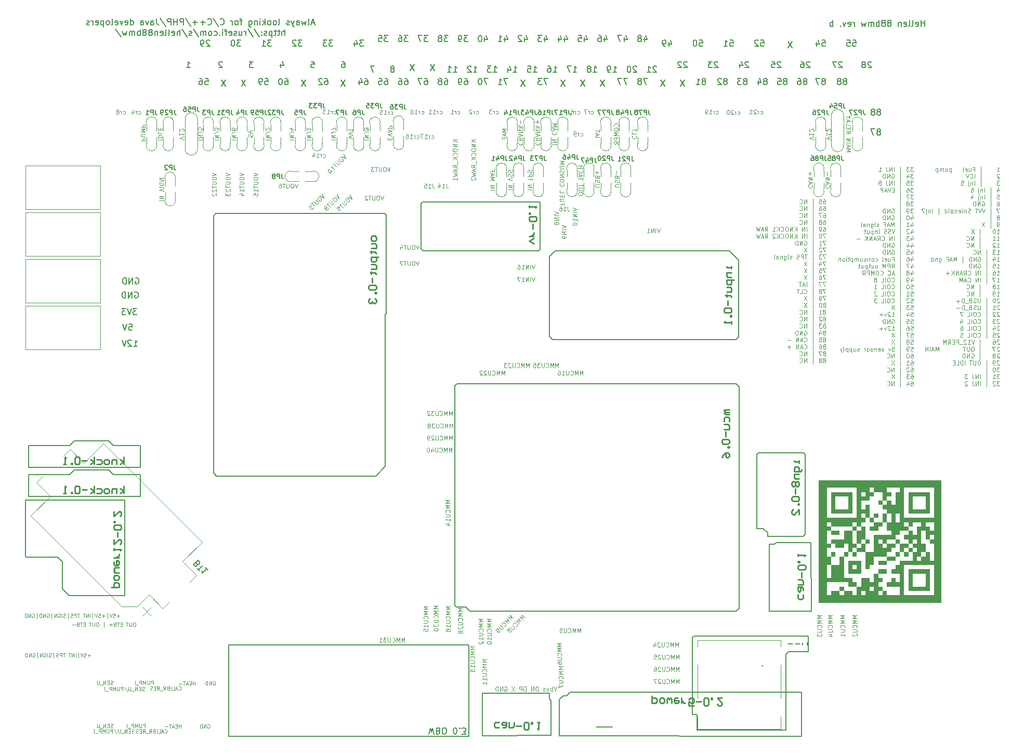
<source format=gbo>
G75*
G70*
%OFA0B0*%
%FSLAX25Y25*%
%IPPOS*%
%LPD*%
%AMOC8*
5,1,8,0,0,1.08239X$1,22.5*
%
%ADD10C,0.00787*%
%ADD113C,0.00591*%
%ADD114C,0.00472*%
%ADD115C,0.00394*%
%ADD116C,0.00500*%
%ADD118C,0.00390*%
%ADD119C,0.00800*%
%ADD121C,0.01000*%
X0000000Y0000000D02*
%LPD*%
G01*
D113*
X0263817Y0432364D02*
X0261193Y0428427D01*
X0261193Y0432364D02*
X0263817Y0428427D01*
D115*
X0514867Y0354880D02*
X0514736Y0354748D01*
X0514605Y0354355D01*
X0514605Y0354092D01*
X0514736Y0353698D01*
X0514998Y0353436D01*
X0515261Y0353305D01*
X0515786Y0353174D01*
X0516179Y0353174D01*
X0516704Y0353305D01*
X0516967Y0353436D01*
X0517229Y0353698D01*
X0517361Y0354092D01*
X0517361Y0354355D01*
X0517229Y0354748D01*
X0517098Y0354880D01*
X0515392Y0355929D02*
X0515392Y0357242D01*
X0514605Y0355667D02*
X0517361Y0356586D01*
X0514605Y0357504D01*
X0514605Y0358423D02*
X0517361Y0358423D01*
X0514605Y0359998D01*
X0517361Y0359998D01*
X0515655Y0361310D02*
X0515655Y0363410D01*
D113*
X0127803Y0433957D02*
X0127616Y0434145D01*
X0127241Y0434332D01*
X0126303Y0434332D01*
X0125928Y0434145D01*
X0125741Y0433957D01*
X0125553Y0433582D01*
X0125553Y0433207D01*
X0125741Y0432645D01*
X0127991Y0430395D01*
X0125553Y0430395D01*
X0206731Y0422521D02*
X0204106Y0418584D01*
X0204106Y0422521D02*
X0206731Y0418584D01*
D115*
X0118439Y0008751D02*
X0118664Y0008863D01*
X0119001Y0008863D01*
X0119338Y0008751D01*
X0119563Y0008526D01*
X0119676Y0008301D01*
X0119788Y0007851D01*
X0119788Y0007514D01*
X0119676Y0007064D01*
X0119563Y0006839D01*
X0119338Y0006614D01*
X0119001Y0006501D01*
X0118776Y0006501D01*
X0118439Y0006614D01*
X0118326Y0006726D01*
X0118326Y0007514D01*
X0118776Y0007514D01*
X0117314Y0006501D02*
X0117314Y0008863D01*
X0115964Y0006501D01*
X0115964Y0008863D01*
X0114839Y0006501D02*
X0114839Y0008863D01*
X0114277Y0008863D01*
X0113939Y0008751D01*
X0113714Y0008526D01*
X0113602Y0008301D01*
X0113489Y0007851D01*
X0113489Y0007514D01*
X0113602Y0007064D01*
X0113714Y0006839D01*
X0113939Y0006614D01*
X0114277Y0006501D01*
X0114839Y0006501D01*
X0503844Y0354880D02*
X0503712Y0354748D01*
X0503581Y0354355D01*
X0503581Y0354092D01*
X0503712Y0353698D01*
X0503975Y0353436D01*
X0504237Y0353305D01*
X0504762Y0353174D01*
X0505156Y0353174D01*
X0505681Y0353305D01*
X0505943Y0353436D01*
X0506206Y0353698D01*
X0506337Y0354092D01*
X0506337Y0354355D01*
X0506206Y0354748D01*
X0506074Y0354880D01*
X0504368Y0355929D02*
X0504368Y0357242D01*
X0503581Y0355667D02*
X0506337Y0356586D01*
X0503581Y0357504D01*
X0503581Y0358423D02*
X0506337Y0358423D01*
X0503581Y0359998D01*
X0506337Y0359998D01*
X0504631Y0361310D02*
X0504631Y0363410D01*
X0503581Y0362360D02*
X0505681Y0362360D01*
D113*
X0512458Y0448112D02*
X0514333Y0448112D01*
X0514520Y0446237D01*
X0514333Y0446424D01*
X0513958Y0446612D01*
X0513020Y0446612D01*
X0512646Y0446424D01*
X0512458Y0446237D01*
X0512271Y0445862D01*
X0512271Y0444925D01*
X0512458Y0444550D01*
X0512646Y0444362D01*
X0513020Y0444175D01*
X0513958Y0444175D01*
X0514333Y0444362D01*
X0514520Y0444550D01*
X0508896Y0446799D02*
X0508896Y0444175D01*
X0509833Y0448299D02*
X0510771Y0445487D01*
X0508334Y0445487D01*
X0360086Y0449752D02*
X0360086Y0447127D01*
X0361024Y0451252D02*
X0361961Y0448440D01*
X0359524Y0448440D01*
X0356149Y0451064D02*
X0358024Y0451064D01*
X0358212Y0449190D01*
X0358024Y0449377D01*
X0357649Y0449565D01*
X0356712Y0449565D01*
X0356337Y0449377D01*
X0356149Y0449190D01*
X0355962Y0448815D01*
X0355962Y0447877D01*
X0356149Y0447502D01*
X0356337Y0447315D01*
X0356712Y0447127D01*
X0357649Y0447127D01*
X0358024Y0447315D01*
X0358212Y0447502D01*
X0285377Y0451064D02*
X0282940Y0451064D01*
X0284252Y0449565D01*
X0283690Y0449565D01*
X0283315Y0449377D01*
X0283127Y0449190D01*
X0282940Y0448815D01*
X0282940Y0447877D01*
X0283127Y0447502D01*
X0283315Y0447315D01*
X0283690Y0447127D01*
X0284815Y0447127D01*
X0285190Y0447315D01*
X0285377Y0447502D01*
X0281065Y0447127D02*
X0280315Y0447127D01*
X0279940Y0447315D01*
X0279753Y0447502D01*
X0279378Y0448065D01*
X0279190Y0448815D01*
X0279190Y0450315D01*
X0279378Y0450689D01*
X0279565Y0450877D01*
X0279940Y0451064D01*
X0280690Y0451064D01*
X0281065Y0450877D01*
X0281253Y0450689D01*
X0281440Y0450315D01*
X0281440Y0449377D01*
X0281253Y0449002D01*
X0281065Y0448815D01*
X0280690Y0448627D01*
X0279940Y0448627D01*
X0279565Y0448815D01*
X0279378Y0449002D01*
X0279190Y0449377D01*
X0251022Y0432364D02*
X0248397Y0428427D01*
X0248397Y0432364D02*
X0251022Y0428427D01*
D115*
X0057584Y0034566D02*
X0057246Y0034454D01*
X0056684Y0034454D01*
X0056459Y0034566D01*
X0056346Y0034679D01*
X0056234Y0034904D01*
X0056234Y0035129D01*
X0056346Y0035354D01*
X0056459Y0035466D01*
X0056684Y0035579D01*
X0057134Y0035691D01*
X0057359Y0035804D01*
X0057471Y0035916D01*
X0057584Y0036141D01*
X0057584Y0036366D01*
X0057471Y0036591D01*
X0057359Y0036704D01*
X0057134Y0036816D01*
X0056571Y0036816D01*
X0056234Y0036704D01*
X0055221Y0035691D02*
X0054434Y0035691D01*
X0054097Y0034454D02*
X0055221Y0034454D01*
X0055221Y0036816D01*
X0054097Y0036816D01*
X0053084Y0034454D02*
X0053084Y0036816D01*
X0051734Y0034454D01*
X0051734Y0036816D01*
X0051172Y0034229D02*
X0049372Y0034229D01*
X0048810Y0036816D02*
X0048810Y0034904D01*
X0048697Y0034679D01*
X0048585Y0034566D01*
X0048360Y0034454D01*
X0047910Y0034454D01*
X0047685Y0034566D01*
X0047572Y0034679D01*
X0047460Y0034904D01*
X0047460Y0036816D01*
X0071560Y0074218D02*
X0071110Y0074218D01*
X0070885Y0074105D01*
X0070660Y0073880D01*
X0070548Y0073430D01*
X0070548Y0072643D01*
X0070660Y0072193D01*
X0070885Y0071968D01*
X0071110Y0071856D01*
X0071560Y0071856D01*
X0071785Y0071968D01*
X0072010Y0072193D01*
X0072122Y0072643D01*
X0072122Y0073430D01*
X0072010Y0073880D01*
X0071785Y0074105D01*
X0071560Y0074218D01*
X0069535Y0074218D02*
X0069535Y0072306D01*
X0069423Y0072081D01*
X0069310Y0071968D01*
X0069085Y0071856D01*
X0068635Y0071856D01*
X0068410Y0071968D01*
X0068298Y0072081D01*
X0068185Y0072306D01*
X0068185Y0074218D01*
X0067398Y0074218D02*
X0066048Y0074218D01*
X0066723Y0071856D02*
X0066723Y0074218D01*
X0063461Y0073093D02*
X0062674Y0073093D01*
X0062336Y0071856D02*
X0063461Y0071856D01*
X0063461Y0074218D01*
X0062336Y0074218D01*
X0061661Y0074218D02*
X0060311Y0074218D01*
X0060986Y0071856D02*
X0060986Y0074218D01*
X0058737Y0073093D02*
X0058399Y0072980D01*
X0058287Y0072868D01*
X0058174Y0072643D01*
X0058174Y0072306D01*
X0058287Y0072081D01*
X0058399Y0071968D01*
X0058624Y0071856D01*
X0059524Y0071856D01*
X0059524Y0074218D01*
X0058737Y0074218D01*
X0058512Y0074105D01*
X0058399Y0073993D01*
X0058287Y0073768D01*
X0058287Y0073543D01*
X0058399Y0073318D01*
X0058512Y0073205D01*
X0058737Y0073093D01*
X0059524Y0073093D01*
X0057162Y0072755D02*
X0055362Y0072755D01*
X0056262Y0071856D02*
X0056262Y0073655D01*
X0051875Y0071068D02*
X0051875Y0074443D01*
X0047938Y0074218D02*
X0047488Y0074218D01*
X0047263Y0074105D01*
X0047038Y0073880D01*
X0046926Y0073430D01*
X0046926Y0072643D01*
X0047038Y0072193D01*
X0047263Y0071968D01*
X0047488Y0071856D01*
X0047938Y0071856D01*
X0048163Y0071968D01*
X0048388Y0072193D01*
X0048500Y0072643D01*
X0048500Y0073430D01*
X0048388Y0073880D01*
X0048163Y0074105D01*
X0047938Y0074218D01*
X0045913Y0074218D02*
X0045913Y0072306D01*
X0045801Y0072081D01*
X0045688Y0071968D01*
X0045463Y0071856D01*
X0045013Y0071856D01*
X0044788Y0071968D01*
X0044676Y0072081D01*
X0044563Y0072306D01*
X0044563Y0074218D01*
X0043776Y0074218D02*
X0042426Y0074218D01*
X0043101Y0071856D02*
X0043101Y0074218D01*
X0039839Y0073093D02*
X0039052Y0073093D01*
X0038714Y0071856D02*
X0039839Y0071856D01*
X0039839Y0074218D01*
X0038714Y0074218D01*
X0038039Y0074218D02*
X0036689Y0074218D01*
X0037364Y0071856D02*
X0037364Y0074218D01*
X0035115Y0073093D02*
X0034777Y0072980D01*
X0034665Y0072868D01*
X0034552Y0072643D01*
X0034552Y0072306D01*
X0034665Y0072081D01*
X0034777Y0071968D01*
X0035002Y0071856D01*
X0035902Y0071856D01*
X0035902Y0074218D01*
X0035115Y0074218D01*
X0034890Y0074105D01*
X0034777Y0073993D01*
X0034665Y0073768D01*
X0034665Y0073543D01*
X0034777Y0073318D01*
X0034890Y0073205D01*
X0035115Y0073093D01*
X0035902Y0073093D01*
X0033540Y0072755D02*
X0031740Y0072755D01*
X0218935Y0384079D02*
X0221691Y0384079D01*
X0218935Y0385391D02*
X0221691Y0385391D01*
X0218935Y0386966D01*
X0221691Y0386966D01*
X0221691Y0389066D02*
X0219723Y0389066D01*
X0219329Y0388935D01*
X0219067Y0388672D01*
X0218935Y0388279D01*
X0218935Y0388016D01*
X0220510Y0390772D02*
X0220641Y0390510D01*
X0220773Y0390378D01*
X0221035Y0390247D01*
X0221166Y0390247D01*
X0221429Y0390378D01*
X0221560Y0390510D01*
X0221691Y0390772D01*
X0221691Y0391297D01*
X0221560Y0391559D01*
X0221429Y0391691D01*
X0221166Y0391822D01*
X0221035Y0391822D01*
X0220773Y0391691D01*
X0220641Y0391559D01*
X0220510Y0391297D01*
X0220510Y0390772D01*
X0220379Y0390510D01*
X0220248Y0390378D01*
X0219985Y0390247D01*
X0219460Y0390247D01*
X0219198Y0390378D01*
X0219067Y0390510D01*
X0218935Y0390772D01*
X0218935Y0391297D01*
X0219067Y0391559D01*
X0219198Y0391691D01*
X0219460Y0391822D01*
X0219985Y0391822D01*
X0220248Y0391691D01*
X0220379Y0391559D01*
X0220510Y0391297D01*
X0077831Y0030629D02*
X0077494Y0030517D01*
X0076931Y0030517D01*
X0076706Y0030629D01*
X0076594Y0030742D01*
X0076481Y0030967D01*
X0076481Y0031192D01*
X0076594Y0031417D01*
X0076706Y0031529D01*
X0076931Y0031642D01*
X0077381Y0031754D01*
X0077606Y0031867D01*
X0077719Y0031979D01*
X0077831Y0032204D01*
X0077831Y0032429D01*
X0077719Y0032654D01*
X0077606Y0032767D01*
X0077381Y0032879D01*
X0076819Y0032879D01*
X0076481Y0032767D01*
X0075469Y0031754D02*
X0074682Y0031754D01*
X0074344Y0030517D02*
X0075469Y0030517D01*
X0075469Y0032879D01*
X0074344Y0032879D01*
X0073332Y0030517D02*
X0073332Y0032879D01*
X0071982Y0030517D01*
X0071982Y0032879D01*
X0071419Y0030292D02*
X0069620Y0030292D01*
X0069057Y0032879D02*
X0069057Y0030967D01*
X0068945Y0030742D01*
X0068832Y0030629D01*
X0068607Y0030517D01*
X0068157Y0030517D01*
X0067932Y0030629D01*
X0067820Y0030742D01*
X0067707Y0030967D01*
X0067707Y0032879D01*
X0064895Y0032992D02*
X0066920Y0029955D01*
X0064108Y0030517D02*
X0064108Y0032879D01*
X0063208Y0032879D01*
X0062983Y0032767D01*
X0062871Y0032654D01*
X0062758Y0032429D01*
X0062758Y0032092D01*
X0062871Y0031867D01*
X0062983Y0031754D01*
X0063208Y0031642D01*
X0064108Y0031642D01*
X0061746Y0032879D02*
X0061746Y0030967D01*
X0061633Y0030742D01*
X0061521Y0030629D01*
X0061296Y0030517D01*
X0060846Y0030517D01*
X0060621Y0030629D01*
X0060508Y0030742D01*
X0060396Y0030967D01*
X0060396Y0032879D01*
X0059271Y0030517D02*
X0059271Y0032879D01*
X0058484Y0031192D01*
X0057696Y0032879D01*
X0057696Y0030517D01*
X0056571Y0030517D02*
X0056571Y0032879D01*
X0055671Y0032879D01*
X0055446Y0032767D01*
X0055334Y0032654D01*
X0055221Y0032429D01*
X0055221Y0032092D01*
X0055334Y0031867D01*
X0055446Y0031754D01*
X0055671Y0031642D01*
X0056571Y0031642D01*
X0054772Y0030292D02*
X0052972Y0030292D01*
X0052409Y0030517D02*
X0052409Y0032879D01*
D113*
X0489164Y0421818D02*
X0489539Y0422006D01*
X0489727Y0422193D01*
X0489914Y0422568D01*
X0489914Y0422755D01*
X0489727Y0423130D01*
X0489539Y0423318D01*
X0489164Y0423505D01*
X0488414Y0423505D01*
X0488039Y0423318D01*
X0487852Y0423130D01*
X0487664Y0422755D01*
X0487664Y0422568D01*
X0487852Y0422193D01*
X0488039Y0422006D01*
X0488414Y0421818D01*
X0489164Y0421818D01*
X0489539Y0421631D01*
X0489727Y0421443D01*
X0489914Y0421068D01*
X0489914Y0420318D01*
X0489727Y0419943D01*
X0489539Y0419756D01*
X0489164Y0419568D01*
X0488414Y0419568D01*
X0488039Y0419756D01*
X0487852Y0419943D01*
X0487664Y0420318D01*
X0487664Y0421068D01*
X0487852Y0421443D01*
X0488039Y0421631D01*
X0488414Y0421818D01*
X0484102Y0423505D02*
X0485977Y0423505D01*
X0486164Y0421631D01*
X0485977Y0421818D01*
X0485602Y0422006D01*
X0484665Y0422006D01*
X0484290Y0421818D01*
X0484102Y0421631D01*
X0483915Y0421256D01*
X0483915Y0420318D01*
X0484102Y0419943D01*
X0484290Y0419756D01*
X0484665Y0419568D01*
X0485602Y0419568D01*
X0485977Y0419756D01*
X0486164Y0419943D01*
X0301641Y0427442D02*
X0303890Y0427442D01*
X0302766Y0427442D02*
X0302766Y0431379D01*
X0303140Y0430817D01*
X0303515Y0430442D01*
X0303890Y0430255D01*
X0300328Y0431379D02*
X0297891Y0431379D01*
X0299203Y0429880D01*
X0298641Y0429880D01*
X0298266Y0429692D01*
X0298079Y0429505D01*
X0297891Y0429130D01*
X0297891Y0428192D01*
X0298079Y0427817D01*
X0298266Y0427630D01*
X0298641Y0427442D01*
X0299766Y0427442D01*
X0300141Y0427630D01*
X0300328Y0427817D01*
X0181140Y0422521D02*
X0178515Y0418584D01*
X0178515Y0422521D02*
X0181140Y0418584D01*
D115*
X0075628Y0383554D02*
X0078384Y0383554D01*
X0078384Y0384604D01*
X0078253Y0384866D01*
X0078122Y0384998D01*
X0077859Y0385129D01*
X0077466Y0385129D01*
X0077203Y0384998D01*
X0077072Y0384866D01*
X0076941Y0384604D01*
X0076941Y0383554D01*
X0078384Y0386310D02*
X0076153Y0386310D01*
X0075891Y0386441D01*
X0075760Y0386572D01*
X0075628Y0386835D01*
X0075628Y0387360D01*
X0075760Y0387622D01*
X0075891Y0387754D01*
X0076153Y0387885D01*
X0078384Y0387885D01*
X0075628Y0389197D02*
X0078384Y0389197D01*
X0076416Y0390116D01*
X0078384Y0391034D01*
X0075628Y0391034D01*
X0075628Y0392347D02*
X0078384Y0392347D01*
X0078384Y0393397D01*
X0078253Y0393659D01*
X0078122Y0393790D01*
X0077859Y0393922D01*
X0077466Y0393922D01*
X0077203Y0393790D01*
X0077072Y0393659D01*
X0076941Y0393397D01*
X0076941Y0392347D01*
D113*
X0116789Y0423505D02*
X0118664Y0423505D01*
X0118851Y0421631D01*
X0118664Y0421818D01*
X0118289Y0422006D01*
X0117351Y0422006D01*
X0116976Y0421818D01*
X0116789Y0421631D01*
X0116601Y0421256D01*
X0116601Y0420318D01*
X0116789Y0419943D01*
X0116976Y0419756D01*
X0117351Y0419568D01*
X0118289Y0419568D01*
X0118664Y0419756D01*
X0118851Y0419943D01*
X0113227Y0423505D02*
X0113977Y0423505D01*
X0114352Y0423318D01*
X0114539Y0423130D01*
X0114914Y0422568D01*
X0115101Y0421818D01*
X0115101Y0420318D01*
X0114914Y0419943D01*
X0114727Y0419756D01*
X0114352Y0419568D01*
X0113602Y0419568D01*
X0113227Y0419756D01*
X0113039Y0419943D01*
X0112852Y0420318D01*
X0112852Y0421256D01*
X0113039Y0421631D01*
X0113227Y0421818D01*
X0113602Y0422006D01*
X0114352Y0422006D01*
X0114727Y0421818D01*
X0114914Y0421631D01*
X0115101Y0421256D01*
D115*
X0323660Y0352154D02*
X0326416Y0352154D01*
X0323660Y0353466D02*
X0326416Y0353466D01*
X0323660Y0355041D01*
X0326416Y0355041D01*
X0326416Y0358060D02*
X0326416Y0359634D01*
X0323660Y0358847D02*
X0326416Y0358847D01*
X0323660Y0360553D02*
X0326416Y0360553D01*
X0326416Y0361603D01*
X0326284Y0361865D01*
X0326153Y0361997D01*
X0325891Y0362128D01*
X0325497Y0362128D01*
X0325235Y0361997D01*
X0325103Y0361865D01*
X0324972Y0361603D01*
X0324972Y0360553D01*
X0323791Y0363178D02*
X0323660Y0363571D01*
X0323660Y0364227D01*
X0323791Y0364490D01*
X0323922Y0364621D01*
X0324185Y0364752D01*
X0324447Y0364752D01*
X0324710Y0364621D01*
X0324841Y0364490D01*
X0324972Y0364227D01*
X0325103Y0363703D01*
X0325235Y0363440D01*
X0325366Y0363309D01*
X0325628Y0363178D01*
X0325891Y0363178D01*
X0326153Y0363309D01*
X0326284Y0363440D01*
X0326416Y0363703D01*
X0326416Y0364359D01*
X0326284Y0364752D01*
D113*
X0549120Y0389384D02*
X0549495Y0389572D01*
X0549683Y0389759D01*
X0549870Y0390134D01*
X0549870Y0390322D01*
X0549683Y0390697D01*
X0549495Y0390884D01*
X0549120Y0391072D01*
X0548371Y0391072D01*
X0547996Y0390884D01*
X0547808Y0390697D01*
X0547621Y0390322D01*
X0547621Y0390134D01*
X0547808Y0389759D01*
X0547996Y0389572D01*
X0548371Y0389384D01*
X0549120Y0389384D01*
X0549495Y0389197D01*
X0549683Y0389009D01*
X0549870Y0388634D01*
X0549870Y0387884D01*
X0549683Y0387509D01*
X0549495Y0387322D01*
X0549120Y0387135D01*
X0548371Y0387135D01*
X0547996Y0387322D01*
X0547808Y0387509D01*
X0547621Y0387884D01*
X0547621Y0388634D01*
X0547808Y0389009D01*
X0547996Y0389197D01*
X0548371Y0389384D01*
X0546308Y0391072D02*
X0543684Y0391072D01*
X0545371Y0387135D01*
X0544048Y0433957D02*
X0543860Y0434145D01*
X0543485Y0434332D01*
X0542548Y0434332D01*
X0542173Y0434145D01*
X0541986Y0433957D01*
X0541798Y0433582D01*
X0541798Y0433207D01*
X0541986Y0432645D01*
X0544235Y0430395D01*
X0541798Y0430395D01*
X0539548Y0432645D02*
X0539923Y0432832D01*
X0540111Y0433020D01*
X0540298Y0433395D01*
X0540298Y0433582D01*
X0540111Y0433957D01*
X0539923Y0434145D01*
X0539548Y0434332D01*
X0538799Y0434332D01*
X0538424Y0434145D01*
X0538236Y0433957D01*
X0538049Y0433582D01*
X0538049Y0433395D01*
X0538236Y0433020D01*
X0538424Y0432832D01*
X0538799Y0432645D01*
X0539548Y0432645D01*
X0539923Y0432457D01*
X0540111Y0432270D01*
X0540298Y0431895D01*
X0540298Y0431145D01*
X0540111Y0430770D01*
X0539923Y0430583D01*
X0539548Y0430395D01*
X0538799Y0430395D01*
X0538424Y0430583D01*
X0538236Y0430770D01*
X0538049Y0431145D01*
X0538049Y0431895D01*
X0538236Y0432270D01*
X0538424Y0432457D01*
X0538799Y0432645D01*
X0234196Y0451064D02*
X0231759Y0451064D01*
X0233071Y0449565D01*
X0232509Y0449565D01*
X0232134Y0449377D01*
X0231946Y0449190D01*
X0231759Y0448815D01*
X0231759Y0447877D01*
X0231946Y0447502D01*
X0232134Y0447315D01*
X0232509Y0447127D01*
X0233634Y0447127D01*
X0234008Y0447315D01*
X0234196Y0447502D01*
X0228197Y0451064D02*
X0230071Y0451064D01*
X0230259Y0449190D01*
X0230071Y0449377D01*
X0229697Y0449565D01*
X0228759Y0449565D01*
X0228384Y0449377D01*
X0228197Y0449190D01*
X0228009Y0448815D01*
X0228009Y0447877D01*
X0228197Y0447502D01*
X0228384Y0447315D01*
X0228759Y0447127D01*
X0229697Y0447127D01*
X0230071Y0447315D01*
X0230259Y0447502D01*
D115*
X0382321Y0353961D02*
X0380090Y0353961D01*
X0379828Y0354092D01*
X0379697Y0354223D01*
X0379565Y0354486D01*
X0379565Y0355011D01*
X0379697Y0355273D01*
X0379828Y0355405D01*
X0380090Y0355536D01*
X0382321Y0355536D01*
X0379697Y0356717D02*
X0379565Y0357111D01*
X0379565Y0357767D01*
X0379697Y0358029D01*
X0379828Y0358160D01*
X0380090Y0358292D01*
X0380353Y0358292D01*
X0380615Y0358160D01*
X0380746Y0358029D01*
X0380878Y0357767D01*
X0381009Y0357242D01*
X0381140Y0356979D01*
X0381271Y0356848D01*
X0381534Y0356717D01*
X0381796Y0356717D01*
X0382059Y0356848D01*
X0382190Y0356979D01*
X0382321Y0357242D01*
X0382321Y0357898D01*
X0382190Y0358292D01*
X0381009Y0360391D02*
X0380878Y0360785D01*
X0380746Y0360916D01*
X0380484Y0361048D01*
X0380090Y0361048D01*
X0379828Y0360916D01*
X0379697Y0360785D01*
X0379565Y0360523D01*
X0379565Y0359473D01*
X0382321Y0359473D01*
X0382321Y0360391D01*
X0382190Y0360654D01*
X0382059Y0360785D01*
X0381796Y0360916D01*
X0381534Y0360916D01*
X0381271Y0360785D01*
X0381140Y0360654D01*
X0381009Y0360391D01*
X0381009Y0359473D01*
X0380615Y0362229D02*
X0380615Y0364328D01*
X0299644Y0351961D02*
X0302400Y0351961D01*
X0299644Y0353273D02*
X0302400Y0353273D01*
X0299644Y0354848D01*
X0302400Y0354848D01*
X0299644Y0358260D02*
X0302400Y0358260D01*
X0300431Y0359179D01*
X0302400Y0360097D01*
X0299644Y0360097D01*
X0300431Y0361278D02*
X0300431Y0362591D01*
X0299644Y0361016D02*
X0302400Y0361934D01*
X0299644Y0362853D01*
X0301088Y0364690D02*
X0301088Y0363772D01*
X0299644Y0363772D02*
X0302400Y0363772D01*
X0302400Y0365084D01*
D113*
X0225431Y0431379D02*
X0222807Y0431379D01*
X0224494Y0427442D01*
X0513770Y0421818D02*
X0514145Y0422006D01*
X0514333Y0422193D01*
X0514520Y0422568D01*
X0514520Y0422755D01*
X0514333Y0423130D01*
X0514145Y0423318D01*
X0513770Y0423505D01*
X0513020Y0423505D01*
X0512646Y0423318D01*
X0512458Y0423130D01*
X0512271Y0422755D01*
X0512271Y0422568D01*
X0512458Y0422193D01*
X0512646Y0422006D01*
X0513020Y0421818D01*
X0513770Y0421818D01*
X0514145Y0421631D01*
X0514333Y0421443D01*
X0514520Y0421068D01*
X0514520Y0420318D01*
X0514333Y0419943D01*
X0514145Y0419756D01*
X0513770Y0419568D01*
X0513020Y0419568D01*
X0512646Y0419756D01*
X0512458Y0419943D01*
X0512271Y0420318D01*
X0512271Y0421068D01*
X0512458Y0421443D01*
X0512646Y0421631D01*
X0513020Y0421818D01*
X0510958Y0423505D02*
X0508334Y0423505D01*
X0510021Y0419568D01*
D115*
X0507124Y0384342D02*
X0504368Y0385260D01*
X0507124Y0386179D01*
X0504368Y0388541D02*
X0504368Y0386966D01*
X0504368Y0387754D02*
X0507124Y0387754D01*
X0506731Y0387491D01*
X0506468Y0387229D01*
X0506337Y0386966D01*
X0506862Y0389591D02*
X0506993Y0389722D01*
X0507124Y0389985D01*
X0507124Y0390641D01*
X0506993Y0390903D01*
X0506862Y0391034D01*
X0506599Y0391166D01*
X0506337Y0391166D01*
X0505943Y0391034D01*
X0504368Y0389460D01*
X0504368Y0391166D01*
D113*
X0179078Y0448112D02*
X0176641Y0448112D01*
X0177953Y0446612D01*
X0177391Y0446612D01*
X0177016Y0446424D01*
X0176828Y0446237D01*
X0176641Y0445862D01*
X0176641Y0444925D01*
X0176828Y0444550D01*
X0177016Y0444362D01*
X0177391Y0444175D01*
X0178515Y0444175D01*
X0178890Y0444362D01*
X0179078Y0444550D01*
X0175141Y0447737D02*
X0174953Y0447924D01*
X0174578Y0448112D01*
X0173641Y0448112D01*
X0173266Y0447924D01*
X0173079Y0447737D01*
X0172891Y0447362D01*
X0172891Y0446987D01*
X0173079Y0446424D01*
X0175328Y0444175D01*
X0172891Y0444175D01*
D115*
X0112432Y0384344D02*
X0115187Y0384344D01*
X0112432Y0385656D02*
X0115187Y0385656D01*
X0112432Y0387231D01*
X0115187Y0387231D01*
X0115187Y0389330D02*
X0113219Y0389330D01*
X0112825Y0389199D01*
X0112563Y0388937D01*
X0112432Y0388543D01*
X0112432Y0388281D01*
X0115187Y0391955D02*
X0115187Y0390643D01*
X0113875Y0390512D01*
X0114006Y0390643D01*
X0114138Y0390905D01*
X0114138Y0391561D01*
X0114006Y0391824D01*
X0113875Y0391955D01*
X0113613Y0392086D01*
X0112956Y0392086D01*
X0112694Y0391955D01*
X0112563Y0391824D01*
X0112432Y0391561D01*
X0112432Y0390905D01*
X0112563Y0390643D01*
X0112694Y0390512D01*
D113*
X0476369Y0421818D02*
X0476744Y0422006D01*
X0476931Y0422193D01*
X0477119Y0422568D01*
X0477119Y0422755D01*
X0476931Y0423130D01*
X0476744Y0423318D01*
X0476369Y0423505D01*
X0475619Y0423505D01*
X0475244Y0423318D01*
X0475056Y0423130D01*
X0474869Y0422755D01*
X0474869Y0422568D01*
X0475056Y0422193D01*
X0475244Y0422006D01*
X0475619Y0421818D01*
X0476369Y0421818D01*
X0476744Y0421631D01*
X0476931Y0421443D01*
X0477119Y0421068D01*
X0477119Y0420318D01*
X0476931Y0419943D01*
X0476744Y0419756D01*
X0476369Y0419568D01*
X0475619Y0419568D01*
X0475244Y0419756D01*
X0475056Y0419943D01*
X0474869Y0420318D01*
X0474869Y0421068D01*
X0475056Y0421443D01*
X0475244Y0421631D01*
X0475619Y0421818D01*
X0471494Y0422193D02*
X0471494Y0419568D01*
X0472432Y0423693D02*
X0473369Y0420881D01*
X0470932Y0420881D01*
D115*
X0235340Y0384342D02*
X0235340Y0385260D01*
X0233896Y0385654D02*
X0233896Y0384342D01*
X0236652Y0384342D01*
X0236652Y0385654D01*
X0236652Y0386441D02*
X0233896Y0387360D01*
X0236652Y0388279D01*
X0234683Y0389066D02*
X0234683Y0390378D01*
X0233896Y0388803D02*
X0236652Y0389722D01*
X0233896Y0390641D01*
X0233896Y0391559D02*
X0236652Y0391559D01*
X0236652Y0392609D01*
X0236521Y0392872D01*
X0236389Y0393003D01*
X0236127Y0393134D01*
X0235733Y0393134D01*
X0235471Y0393003D01*
X0235340Y0392872D01*
X0235208Y0392609D01*
X0235208Y0391559D01*
D113*
X0272582Y0451064D02*
X0270145Y0451064D01*
X0271457Y0449565D01*
X0270895Y0449565D01*
X0270520Y0449377D01*
X0270332Y0449190D01*
X0270145Y0448815D01*
X0270145Y0447877D01*
X0270332Y0447502D01*
X0270520Y0447315D01*
X0270895Y0447127D01*
X0272019Y0447127D01*
X0272394Y0447315D01*
X0272582Y0447502D01*
X0267895Y0449377D02*
X0268270Y0449565D01*
X0268457Y0449752D01*
X0268645Y0450127D01*
X0268645Y0450315D01*
X0268457Y0450689D01*
X0268270Y0450877D01*
X0267895Y0451064D01*
X0267145Y0451064D01*
X0266770Y0450877D01*
X0266583Y0450689D01*
X0266395Y0450315D01*
X0266395Y0450127D01*
X0266583Y0449752D01*
X0266770Y0449565D01*
X0267145Y0449377D01*
X0267895Y0449377D01*
X0268270Y0449190D01*
X0268457Y0449002D01*
X0268645Y0448627D01*
X0268645Y0447877D01*
X0268457Y0447502D01*
X0268270Y0447315D01*
X0267895Y0447127D01*
X0267145Y0447127D01*
X0266770Y0447315D01*
X0266583Y0447502D01*
X0266395Y0447877D01*
X0266395Y0448627D01*
X0266583Y0449002D01*
X0266770Y0449190D01*
X0267145Y0449377D01*
D115*
X0311061Y0352058D02*
X0313817Y0352058D01*
X0311061Y0353370D02*
X0313817Y0353370D01*
X0311061Y0354945D01*
X0313817Y0354945D01*
X0313817Y0357964D02*
X0311061Y0358882D01*
X0313817Y0359801D01*
X0311193Y0360588D02*
X0311061Y0360982D01*
X0311061Y0361638D01*
X0311193Y0361901D01*
X0311324Y0362032D01*
X0311586Y0362163D01*
X0311849Y0362163D01*
X0312111Y0362032D01*
X0312242Y0361901D01*
X0312374Y0361638D01*
X0312505Y0361113D01*
X0312636Y0360851D01*
X0312767Y0360719D01*
X0313030Y0360588D01*
X0313292Y0360588D01*
X0313555Y0360719D01*
X0313686Y0360851D01*
X0313817Y0361113D01*
X0313817Y0361769D01*
X0313686Y0362163D01*
X0311193Y0363213D02*
X0311061Y0363607D01*
X0311061Y0364263D01*
X0311193Y0364525D01*
X0311324Y0364656D01*
X0311586Y0364788D01*
X0311849Y0364788D01*
X0312111Y0364656D01*
X0312242Y0364525D01*
X0312374Y0364263D01*
X0312505Y0363738D01*
X0312636Y0363475D01*
X0312767Y0363344D01*
X0313030Y0363213D01*
X0313292Y0363213D01*
X0313555Y0363344D01*
X0313686Y0363475D01*
X0313817Y0363738D01*
X0313817Y0364394D01*
X0313686Y0364788D01*
D113*
X0321888Y0422521D02*
X0319263Y0418584D01*
X0319263Y0422521D02*
X0321888Y0418584D01*
D115*
X0342361Y0033095D02*
X0341442Y0030339D01*
X0340523Y0033095D01*
X0339605Y0030339D02*
X0339605Y0033095D01*
X0339605Y0032045D02*
X0339342Y0032176D01*
X0338817Y0032176D01*
X0338555Y0032045D01*
X0338424Y0031914D01*
X0338292Y0031651D01*
X0338292Y0030864D01*
X0338424Y0030601D01*
X0338555Y0030470D01*
X0338817Y0030339D01*
X0339342Y0030339D01*
X0339605Y0030470D01*
X0335930Y0032176D02*
X0335930Y0030339D01*
X0337111Y0032176D02*
X0337111Y0030733D01*
X0336980Y0030470D01*
X0336718Y0030339D01*
X0336324Y0030339D01*
X0336061Y0030470D01*
X0335930Y0030601D01*
X0334749Y0030470D02*
X0334487Y0030339D01*
X0333962Y0030339D01*
X0333699Y0030470D01*
X0333568Y0030733D01*
X0333568Y0030864D01*
X0333699Y0031126D01*
X0333962Y0031258D01*
X0334355Y0031258D01*
X0334618Y0031389D01*
X0334749Y0031651D01*
X0334749Y0031782D01*
X0334618Y0032045D01*
X0334355Y0032176D01*
X0333962Y0032176D01*
X0333699Y0032045D01*
X0330287Y0030339D02*
X0330287Y0033095D01*
X0329631Y0033095D01*
X0329237Y0032964D01*
X0328975Y0032701D01*
X0328844Y0032439D01*
X0328712Y0031914D01*
X0328712Y0031520D01*
X0328844Y0030995D01*
X0328975Y0030733D01*
X0329237Y0030470D01*
X0329631Y0030339D01*
X0330287Y0030339D01*
X0327531Y0030339D02*
X0327531Y0033095D01*
X0325956Y0030339D01*
X0325956Y0033095D01*
X0322544Y0030339D02*
X0322544Y0033095D01*
X0321888Y0033095D01*
X0321494Y0032964D01*
X0321232Y0032701D01*
X0321101Y0032439D01*
X0320970Y0031914D01*
X0320970Y0031520D01*
X0321101Y0030995D01*
X0321232Y0030733D01*
X0321494Y0030470D01*
X0321888Y0030339D01*
X0322544Y0030339D01*
X0319788Y0030339D02*
X0319788Y0033095D01*
X0318739Y0033095D01*
X0318476Y0032964D01*
X0318345Y0032832D01*
X0318214Y0032570D01*
X0318214Y0032176D01*
X0318345Y0031914D01*
X0318476Y0031782D01*
X0318739Y0031651D01*
X0319788Y0031651D01*
X0315195Y0033095D02*
X0313358Y0030339D01*
X0313358Y0033095D02*
X0315195Y0030339D01*
X0308765Y0032964D02*
X0309027Y0033095D01*
X0309421Y0033095D01*
X0309815Y0032964D01*
X0310077Y0032701D01*
X0310208Y0032439D01*
X0310340Y0031914D01*
X0310340Y0031520D01*
X0310208Y0030995D01*
X0310077Y0030733D01*
X0309815Y0030470D01*
X0309421Y0030339D01*
X0309158Y0030339D01*
X0308765Y0030470D01*
X0308634Y0030601D01*
X0308634Y0031520D01*
X0309158Y0031520D01*
X0307452Y0030339D02*
X0307452Y0033095D01*
X0305878Y0030339D01*
X0305878Y0033095D01*
X0304565Y0030339D02*
X0304565Y0033095D01*
X0303909Y0033095D01*
X0303515Y0032964D01*
X0303253Y0032701D01*
X0303122Y0032439D01*
X0302991Y0031914D01*
X0302991Y0031520D01*
X0303122Y0030995D01*
X0303253Y0030733D01*
X0303515Y0030470D01*
X0303909Y0030339D01*
X0304565Y0030339D01*
D113*
X0155175Y0423505D02*
X0157049Y0423505D01*
X0157237Y0421631D01*
X0157049Y0421818D01*
X0156674Y0422006D01*
X0155737Y0422006D01*
X0155362Y0421818D01*
X0155175Y0421631D01*
X0154987Y0421256D01*
X0154987Y0420318D01*
X0155175Y0419943D01*
X0155362Y0419756D01*
X0155737Y0419568D01*
X0156674Y0419568D01*
X0157049Y0419756D01*
X0157237Y0419943D01*
X0153112Y0419568D02*
X0152362Y0419568D01*
X0151987Y0419756D01*
X0151800Y0419943D01*
X0151425Y0420506D01*
X0151238Y0421256D01*
X0151238Y0422755D01*
X0151425Y0423130D01*
X0151613Y0423318D01*
X0151987Y0423505D01*
X0152737Y0423505D01*
X0153112Y0423318D01*
X0153300Y0423130D01*
X0153487Y0422755D01*
X0153487Y0421818D01*
X0153300Y0421443D01*
X0153112Y0421256D01*
X0152737Y0421068D01*
X0151987Y0421068D01*
X0151613Y0421256D01*
X0151425Y0421443D01*
X0151238Y0421818D01*
X0198763Y0448112D02*
X0196326Y0448112D01*
X0197638Y0446612D01*
X0197076Y0446612D01*
X0196701Y0446424D01*
X0196513Y0446237D01*
X0196326Y0445862D01*
X0196326Y0444925D01*
X0196513Y0444550D01*
X0196701Y0444362D01*
X0197076Y0444175D01*
X0198200Y0444175D01*
X0198575Y0444362D01*
X0198763Y0444550D01*
X0195013Y0448112D02*
X0192576Y0448112D01*
X0193889Y0446612D01*
X0193326Y0446612D01*
X0192951Y0446424D01*
X0192764Y0446237D01*
X0192576Y0445862D01*
X0192576Y0444925D01*
X0192764Y0444550D01*
X0192951Y0444362D01*
X0193326Y0444175D01*
X0194451Y0444175D01*
X0194826Y0444362D01*
X0195013Y0444550D01*
X0578122Y0456970D02*
X0578122Y0460907D01*
X0578122Y0459032D02*
X0575872Y0459032D01*
X0575872Y0456970D02*
X0575872Y0460907D01*
X0572497Y0457157D02*
X0572872Y0456970D01*
X0573622Y0456970D01*
X0573997Y0457157D01*
X0574185Y0457532D01*
X0574185Y0459032D01*
X0573997Y0459407D01*
X0573622Y0459595D01*
X0572872Y0459595D01*
X0572497Y0459407D01*
X0572310Y0459032D01*
X0572310Y0458657D01*
X0574185Y0458282D01*
X0570060Y0456970D02*
X0570435Y0457157D01*
X0570623Y0457532D01*
X0570623Y0460907D01*
X0567998Y0456970D02*
X0568373Y0457157D01*
X0568560Y0457532D01*
X0568560Y0460907D01*
X0564998Y0457157D02*
X0565373Y0456970D01*
X0566123Y0456970D01*
X0566498Y0457157D01*
X0566686Y0457532D01*
X0566686Y0459032D01*
X0566498Y0459407D01*
X0566123Y0459595D01*
X0565373Y0459595D01*
X0564998Y0459407D01*
X0564811Y0459032D01*
X0564811Y0458657D01*
X0566686Y0458282D01*
X0563124Y0459595D02*
X0563124Y0456970D01*
X0563124Y0459220D02*
X0562936Y0459407D01*
X0562561Y0459595D01*
X0561999Y0459595D01*
X0561624Y0459407D01*
X0561436Y0459032D01*
X0561436Y0456970D01*
X0555999Y0459220D02*
X0556374Y0459407D01*
X0556562Y0459595D01*
X0556749Y0459970D01*
X0556749Y0460157D01*
X0556562Y0460532D01*
X0556374Y0460719D01*
X0555999Y0460907D01*
X0555250Y0460907D01*
X0554875Y0460719D01*
X0554687Y0460532D01*
X0554500Y0460157D01*
X0554500Y0459970D01*
X0554687Y0459595D01*
X0554875Y0459407D01*
X0555250Y0459220D01*
X0555999Y0459220D01*
X0556374Y0459032D01*
X0556562Y0458845D01*
X0556749Y0458470D01*
X0556749Y0457720D01*
X0556562Y0457345D01*
X0556374Y0457157D01*
X0555999Y0456970D01*
X0555250Y0456970D01*
X0554875Y0457157D01*
X0554687Y0457345D01*
X0554500Y0457720D01*
X0554500Y0458470D01*
X0554687Y0458845D01*
X0554875Y0459032D01*
X0555250Y0459220D01*
X0552250Y0459220D02*
X0552625Y0459407D01*
X0552812Y0459595D01*
X0553000Y0459970D01*
X0553000Y0460157D01*
X0552812Y0460532D01*
X0552625Y0460719D01*
X0552250Y0460907D01*
X0551500Y0460907D01*
X0551125Y0460719D01*
X0550938Y0460532D01*
X0550750Y0460157D01*
X0550750Y0459970D01*
X0550938Y0459595D01*
X0551125Y0459407D01*
X0551500Y0459220D01*
X0552250Y0459220D01*
X0552625Y0459032D01*
X0552812Y0458845D01*
X0553000Y0458470D01*
X0553000Y0457720D01*
X0552812Y0457345D01*
X0552625Y0457157D01*
X0552250Y0456970D01*
X0551500Y0456970D01*
X0551125Y0457157D01*
X0550938Y0457345D01*
X0550750Y0457720D01*
X0550750Y0458470D01*
X0550938Y0458845D01*
X0551125Y0459032D01*
X0551500Y0459220D01*
X0549063Y0456970D02*
X0549063Y0460907D01*
X0549063Y0459407D02*
X0548688Y0459595D01*
X0547938Y0459595D01*
X0547563Y0459407D01*
X0547376Y0459220D01*
X0547188Y0458845D01*
X0547188Y0457720D01*
X0547376Y0457345D01*
X0547563Y0457157D01*
X0547938Y0456970D01*
X0548688Y0456970D01*
X0549063Y0457157D01*
X0545501Y0456970D02*
X0545501Y0459595D01*
X0545501Y0459220D02*
X0545313Y0459407D01*
X0544938Y0459595D01*
X0544376Y0459595D01*
X0544001Y0459407D01*
X0543814Y0459032D01*
X0543814Y0456970D01*
X0543814Y0459032D02*
X0543626Y0459407D01*
X0543251Y0459595D01*
X0542689Y0459595D01*
X0542314Y0459407D01*
X0542126Y0459032D01*
X0542126Y0456970D01*
X0540626Y0459595D02*
X0539877Y0456970D01*
X0539127Y0458845D01*
X0538377Y0456970D01*
X0537627Y0459595D01*
X0533127Y0456970D02*
X0533127Y0459595D01*
X0533127Y0458845D02*
X0532940Y0459220D01*
X0532752Y0459407D01*
X0532377Y0459595D01*
X0532002Y0459595D01*
X0529190Y0457157D02*
X0529565Y0456970D01*
X0530315Y0456970D01*
X0530690Y0457157D01*
X0530878Y0457532D01*
X0530878Y0459032D01*
X0530690Y0459407D01*
X0530315Y0459595D01*
X0529565Y0459595D01*
X0529190Y0459407D01*
X0529003Y0459032D01*
X0529003Y0458657D01*
X0530878Y0458282D01*
X0527691Y0459595D02*
X0526753Y0456970D01*
X0525816Y0459595D01*
X0524316Y0457345D02*
X0524128Y0457157D01*
X0524316Y0456970D01*
X0524503Y0457157D01*
X0524316Y0457345D01*
X0524316Y0456970D01*
X0519442Y0456970D02*
X0519442Y0460907D01*
X0519442Y0459407D02*
X0519067Y0459595D01*
X0518317Y0459595D01*
X0517942Y0459407D01*
X0517754Y0459220D01*
X0517567Y0458845D01*
X0517567Y0457720D01*
X0517754Y0457345D01*
X0517942Y0457157D01*
X0518317Y0456970D01*
X0519067Y0456970D01*
X0519442Y0457157D01*
X0372882Y0449752D02*
X0372882Y0447127D01*
X0373819Y0451252D02*
X0374757Y0448440D01*
X0372319Y0448440D01*
X0369132Y0451064D02*
X0369882Y0451064D01*
X0370257Y0450877D01*
X0370445Y0450689D01*
X0370820Y0450127D01*
X0371007Y0449377D01*
X0371007Y0447877D01*
X0370820Y0447502D01*
X0370632Y0447315D01*
X0370257Y0447127D01*
X0369507Y0447127D01*
X0369132Y0447315D01*
X0368945Y0447502D01*
X0368757Y0447877D01*
X0368757Y0448815D01*
X0368945Y0449190D01*
X0369132Y0449377D01*
X0369507Y0449565D01*
X0370257Y0449565D01*
X0370632Y0449377D01*
X0370820Y0449190D01*
X0371007Y0448815D01*
X0119835Y0447737D02*
X0119648Y0447924D01*
X0119273Y0448112D01*
X0118335Y0448112D01*
X0117961Y0447924D01*
X0117773Y0447737D01*
X0117586Y0447362D01*
X0117586Y0446987D01*
X0117773Y0446424D01*
X0120023Y0444175D01*
X0117586Y0444175D01*
X0115711Y0444175D02*
X0114961Y0444175D01*
X0114586Y0444362D01*
X0114398Y0444550D01*
X0114023Y0445112D01*
X0113836Y0445862D01*
X0113836Y0447362D01*
X0114023Y0447737D01*
X0114211Y0447924D01*
X0114586Y0448112D01*
X0115336Y0448112D01*
X0115711Y0447924D01*
X0115898Y0447737D01*
X0116086Y0447362D01*
X0116086Y0446424D01*
X0115898Y0446049D01*
X0115711Y0445862D01*
X0115336Y0445674D01*
X0114586Y0445674D01*
X0114211Y0445862D01*
X0114023Y0446049D01*
X0113836Y0446424D01*
X0073043Y0275694D02*
X0070605Y0275694D01*
X0071918Y0274195D01*
X0071355Y0274195D01*
X0070980Y0274007D01*
X0070793Y0273820D01*
X0070605Y0273445D01*
X0070605Y0272507D01*
X0070793Y0272132D01*
X0070980Y0271945D01*
X0071355Y0271757D01*
X0072480Y0271757D01*
X0072855Y0271945D01*
X0073043Y0272132D01*
X0069480Y0275694D02*
X0068168Y0271757D01*
X0066856Y0275694D01*
X0065918Y0275694D02*
X0063481Y0275694D01*
X0064794Y0274195D01*
X0064231Y0274195D01*
X0063856Y0274007D01*
X0063669Y0273820D01*
X0063481Y0273445D01*
X0063481Y0272507D01*
X0063669Y0272132D01*
X0063856Y0271945D01*
X0064231Y0271757D01*
X0065356Y0271757D01*
X0065731Y0271945D01*
X0065918Y0272132D01*
D115*
X0155550Y0384079D02*
X0158305Y0384079D01*
X0155550Y0385391D02*
X0158305Y0385391D01*
X0155550Y0386966D01*
X0158305Y0386966D01*
X0158305Y0389066D02*
X0156337Y0389066D01*
X0155943Y0388935D01*
X0155681Y0388672D01*
X0155550Y0388279D01*
X0155550Y0388016D01*
X0158043Y0390247D02*
X0158174Y0390378D01*
X0158305Y0390641D01*
X0158305Y0391297D01*
X0158174Y0391559D01*
X0158043Y0391691D01*
X0157781Y0391822D01*
X0157518Y0391822D01*
X0157124Y0391691D01*
X0155550Y0390116D01*
X0155550Y0391822D01*
D113*
X0257724Y0423505D02*
X0258474Y0423505D01*
X0258849Y0423318D01*
X0259037Y0423130D01*
X0259412Y0422568D01*
X0259599Y0421818D01*
X0259599Y0420318D01*
X0259412Y0419943D01*
X0259224Y0419756D01*
X0258849Y0419568D01*
X0258099Y0419568D01*
X0257724Y0419756D01*
X0257537Y0419943D01*
X0257349Y0420318D01*
X0257349Y0421256D01*
X0257537Y0421631D01*
X0257724Y0421818D01*
X0258099Y0422006D01*
X0258849Y0422006D01*
X0259224Y0421818D01*
X0259412Y0421631D01*
X0259599Y0421256D01*
X0256037Y0423505D02*
X0253412Y0423505D01*
X0255100Y0419568D01*
X0129959Y0422521D02*
X0127334Y0418584D01*
X0127334Y0422521D02*
X0129959Y0418584D01*
X0186905Y0459079D02*
X0185030Y0459079D01*
X0187280Y0457954D02*
X0185968Y0461891D01*
X0184655Y0457954D01*
X0182781Y0457954D02*
X0183155Y0458142D01*
X0183343Y0458517D01*
X0183343Y0461891D01*
X0181656Y0460579D02*
X0180906Y0457954D01*
X0180156Y0459829D01*
X0179406Y0457954D01*
X0178656Y0460579D01*
X0175469Y0457954D02*
X0175469Y0460016D01*
X0175656Y0460391D01*
X0176031Y0460579D01*
X0176781Y0460579D01*
X0177156Y0460391D01*
X0175469Y0458142D02*
X0175844Y0457954D01*
X0176781Y0457954D01*
X0177156Y0458142D01*
X0177344Y0458517D01*
X0177344Y0458892D01*
X0177156Y0459267D01*
X0176781Y0459454D01*
X0175844Y0459454D01*
X0175469Y0459641D01*
X0173969Y0460579D02*
X0173032Y0457954D01*
X0172094Y0460579D02*
X0173032Y0457954D01*
X0173407Y0457017D01*
X0173594Y0456829D01*
X0173969Y0456642D01*
X0170782Y0458142D02*
X0170407Y0457954D01*
X0169657Y0457954D01*
X0169282Y0458142D01*
X0169095Y0458517D01*
X0169095Y0458704D01*
X0169282Y0459079D01*
X0169657Y0459267D01*
X0170220Y0459267D01*
X0170595Y0459454D01*
X0170782Y0459829D01*
X0170782Y0460016D01*
X0170595Y0460391D01*
X0170220Y0460579D01*
X0169657Y0460579D01*
X0169282Y0460391D01*
X0163845Y0457954D02*
X0164220Y0458142D01*
X0164408Y0458517D01*
X0164408Y0461891D01*
X0161783Y0457954D02*
X0162158Y0458142D01*
X0162346Y0458329D01*
X0162533Y0458704D01*
X0162533Y0459829D01*
X0162346Y0460204D01*
X0162158Y0460391D01*
X0161783Y0460579D01*
X0161221Y0460579D01*
X0160846Y0460391D01*
X0160658Y0460204D01*
X0160471Y0459829D01*
X0160471Y0458704D01*
X0160658Y0458329D01*
X0160846Y0458142D01*
X0161221Y0457954D01*
X0161783Y0457954D01*
X0158221Y0457954D02*
X0158596Y0458142D01*
X0158784Y0458329D01*
X0158971Y0458704D01*
X0158971Y0459829D01*
X0158784Y0460204D01*
X0158596Y0460391D01*
X0158221Y0460579D01*
X0157659Y0460579D01*
X0157284Y0460391D01*
X0157096Y0460204D01*
X0156909Y0459829D01*
X0156909Y0458704D01*
X0157096Y0458329D01*
X0157284Y0458142D01*
X0157659Y0457954D01*
X0158221Y0457954D01*
X0155221Y0457954D02*
X0155221Y0461891D01*
X0154847Y0459454D02*
X0153722Y0457954D01*
X0153722Y0460579D02*
X0155221Y0459079D01*
X0152034Y0457954D02*
X0152034Y0460579D01*
X0152034Y0461891D02*
X0152222Y0461704D01*
X0152034Y0461516D01*
X0151847Y0461704D01*
X0152034Y0461891D01*
X0152034Y0461516D01*
X0150160Y0460579D02*
X0150160Y0457954D01*
X0150160Y0460204D02*
X0149972Y0460391D01*
X0149597Y0460579D01*
X0149035Y0460579D01*
X0148660Y0460391D01*
X0148472Y0460016D01*
X0148472Y0457954D01*
X0144910Y0460579D02*
X0144910Y0457392D01*
X0145098Y0457017D01*
X0145285Y0456829D01*
X0145660Y0456642D01*
X0146223Y0456642D01*
X0146598Y0456829D01*
X0144910Y0458142D02*
X0145285Y0457954D01*
X0146035Y0457954D01*
X0146410Y0458142D01*
X0146598Y0458329D01*
X0146785Y0458704D01*
X0146785Y0459829D01*
X0146598Y0460204D01*
X0146410Y0460391D01*
X0146035Y0460579D01*
X0145285Y0460579D01*
X0144910Y0460391D01*
X0140598Y0460579D02*
X0139098Y0460579D01*
X0140036Y0457954D02*
X0140036Y0461329D01*
X0139848Y0461704D01*
X0139473Y0461891D01*
X0139098Y0461891D01*
X0137224Y0457954D02*
X0137599Y0458142D01*
X0137786Y0458329D01*
X0137974Y0458704D01*
X0137974Y0459829D01*
X0137786Y0460204D01*
X0137599Y0460391D01*
X0137224Y0460579D01*
X0136661Y0460579D01*
X0136286Y0460391D01*
X0136099Y0460204D01*
X0135911Y0459829D01*
X0135911Y0458704D01*
X0136099Y0458329D01*
X0136286Y0458142D01*
X0136661Y0457954D01*
X0137224Y0457954D01*
X0134224Y0457954D02*
X0134224Y0460579D01*
X0134224Y0459829D02*
X0134037Y0460204D01*
X0133849Y0460391D01*
X0133474Y0460579D01*
X0133099Y0460579D01*
X0126538Y0458329D02*
X0126725Y0458142D01*
X0127287Y0457954D01*
X0127662Y0457954D01*
X0128225Y0458142D01*
X0128600Y0458517D01*
X0128787Y0458892D01*
X0128975Y0459641D01*
X0128975Y0460204D01*
X0128787Y0460954D01*
X0128600Y0461329D01*
X0128225Y0461704D01*
X0127662Y0461891D01*
X0127287Y0461891D01*
X0126725Y0461704D01*
X0126538Y0461516D01*
X0122038Y0462079D02*
X0125413Y0457017D01*
X0118476Y0458329D02*
X0118664Y0458142D01*
X0119226Y0457954D01*
X0119601Y0457954D01*
X0120163Y0458142D01*
X0120538Y0458517D01*
X0120726Y0458892D01*
X0120913Y0459641D01*
X0120913Y0460204D01*
X0120726Y0460954D01*
X0120538Y0461329D01*
X0120163Y0461704D01*
X0119601Y0461891D01*
X0119226Y0461891D01*
X0118664Y0461704D01*
X0118476Y0461516D01*
X0116789Y0459454D02*
X0113789Y0459454D01*
X0115289Y0457954D02*
X0115289Y0460954D01*
X0111914Y0459454D02*
X0108915Y0459454D01*
X0110415Y0457954D02*
X0110415Y0460954D01*
X0104228Y0462079D02*
X0107602Y0457017D01*
X0102916Y0457954D02*
X0102916Y0461891D01*
X0101416Y0461891D01*
X0101041Y0461704D01*
X0100853Y0461516D01*
X0100666Y0461141D01*
X0100666Y0460579D01*
X0100853Y0460204D01*
X0101041Y0460016D01*
X0101416Y0459829D01*
X0102916Y0459829D01*
X0098979Y0457954D02*
X0098979Y0461891D01*
X0098979Y0460016D02*
X0096729Y0460016D01*
X0096729Y0457954D02*
X0096729Y0461891D01*
X0094854Y0457954D02*
X0094854Y0461891D01*
X0093354Y0461891D01*
X0092979Y0461704D01*
X0092792Y0461516D01*
X0092604Y0461141D01*
X0092604Y0460579D01*
X0092792Y0460204D01*
X0092979Y0460016D01*
X0093354Y0459829D01*
X0094854Y0459829D01*
X0088105Y0462079D02*
X0091479Y0457017D01*
X0085668Y0461891D02*
X0085668Y0459079D01*
X0085855Y0458517D01*
X0086230Y0458142D01*
X0086793Y0457954D01*
X0087167Y0457954D01*
X0082106Y0457954D02*
X0082106Y0460016D01*
X0082293Y0460391D01*
X0082668Y0460579D01*
X0083418Y0460579D01*
X0083793Y0460391D01*
X0082106Y0458142D02*
X0082481Y0457954D01*
X0083418Y0457954D01*
X0083793Y0458142D01*
X0083980Y0458517D01*
X0083980Y0458892D01*
X0083793Y0459267D01*
X0083418Y0459454D01*
X0082481Y0459454D01*
X0082106Y0459641D01*
X0080606Y0460579D02*
X0079668Y0457954D01*
X0078731Y0460579D01*
X0075544Y0457954D02*
X0075544Y0460016D01*
X0075731Y0460391D01*
X0076106Y0460579D01*
X0076856Y0460579D01*
X0077231Y0460391D01*
X0075544Y0458142D02*
X0075919Y0457954D01*
X0076856Y0457954D01*
X0077231Y0458142D01*
X0077419Y0458517D01*
X0077419Y0458892D01*
X0077231Y0459267D01*
X0076856Y0459454D01*
X0075919Y0459454D01*
X0075544Y0459641D01*
X0068982Y0457954D02*
X0068982Y0461891D01*
X0068982Y0458142D02*
X0069357Y0457954D01*
X0070107Y0457954D01*
X0070482Y0458142D01*
X0070670Y0458329D01*
X0070857Y0458704D01*
X0070857Y0459829D01*
X0070670Y0460204D01*
X0070482Y0460391D01*
X0070107Y0460579D01*
X0069357Y0460579D01*
X0068982Y0460391D01*
X0065608Y0458142D02*
X0065983Y0457954D01*
X0066733Y0457954D01*
X0067107Y0458142D01*
X0067295Y0458517D01*
X0067295Y0460016D01*
X0067107Y0460391D01*
X0066733Y0460579D01*
X0065983Y0460579D01*
X0065608Y0460391D01*
X0065420Y0460016D01*
X0065420Y0459641D01*
X0067295Y0459267D01*
X0064108Y0460579D02*
X0063170Y0457954D01*
X0062233Y0460579D01*
X0059233Y0458142D02*
X0059608Y0457954D01*
X0060358Y0457954D01*
X0060733Y0458142D01*
X0060921Y0458517D01*
X0060921Y0460016D01*
X0060733Y0460391D01*
X0060358Y0460579D01*
X0059608Y0460579D01*
X0059233Y0460391D01*
X0059046Y0460016D01*
X0059046Y0459641D01*
X0060921Y0459267D01*
X0056796Y0457954D02*
X0057171Y0458142D01*
X0057359Y0458517D01*
X0057359Y0461891D01*
X0054734Y0457954D02*
X0055109Y0458142D01*
X0055296Y0458329D01*
X0055484Y0458704D01*
X0055484Y0459829D01*
X0055296Y0460204D01*
X0055109Y0460391D01*
X0054734Y0460579D01*
X0054172Y0460579D01*
X0053797Y0460391D01*
X0053609Y0460204D01*
X0053422Y0459829D01*
X0053422Y0458704D01*
X0053609Y0458329D01*
X0053797Y0458142D01*
X0054172Y0457954D01*
X0054734Y0457954D01*
X0051734Y0460579D02*
X0051734Y0456642D01*
X0051734Y0460391D02*
X0051359Y0460579D01*
X0050610Y0460579D01*
X0050235Y0460391D01*
X0050047Y0460204D01*
X0049860Y0459829D01*
X0049860Y0458704D01*
X0050047Y0458329D01*
X0050235Y0458142D01*
X0050610Y0457954D01*
X0051359Y0457954D01*
X0051734Y0458142D01*
X0046673Y0458142D02*
X0047047Y0457954D01*
X0047797Y0457954D01*
X0048172Y0458142D01*
X0048360Y0458517D01*
X0048360Y0460016D01*
X0048172Y0460391D01*
X0047797Y0460579D01*
X0047047Y0460579D01*
X0046673Y0460391D01*
X0046485Y0460016D01*
X0046485Y0459641D01*
X0048360Y0459267D01*
X0044798Y0457954D02*
X0044798Y0460579D01*
X0044798Y0459829D02*
X0044610Y0460204D01*
X0044423Y0460391D01*
X0044048Y0460579D01*
X0043673Y0460579D01*
X0042548Y0458142D02*
X0042173Y0457954D01*
X0041423Y0457954D01*
X0041048Y0458142D01*
X0040861Y0458517D01*
X0040861Y0458704D01*
X0041048Y0459079D01*
X0041423Y0459267D01*
X0041986Y0459267D01*
X0042361Y0459454D01*
X0042548Y0459829D01*
X0042548Y0460016D01*
X0042361Y0460391D01*
X0041986Y0460579D01*
X0041423Y0460579D01*
X0041048Y0460391D01*
X0340026Y0427442D02*
X0342276Y0427442D01*
X0341151Y0427442D02*
X0341151Y0431379D01*
X0341526Y0430817D01*
X0341901Y0430442D01*
X0342276Y0430255D01*
X0336652Y0431379D02*
X0337402Y0431379D01*
X0337777Y0431192D01*
X0337964Y0431004D01*
X0338339Y0430442D01*
X0338527Y0429692D01*
X0338527Y0428192D01*
X0338339Y0427817D01*
X0338152Y0427630D01*
X0337777Y0427442D01*
X0337027Y0427442D01*
X0336652Y0427630D01*
X0336464Y0427817D01*
X0336277Y0428192D01*
X0336277Y0429130D01*
X0336464Y0429505D01*
X0336652Y0429692D01*
X0337027Y0429880D01*
X0337777Y0429880D01*
X0338152Y0429692D01*
X0338339Y0429505D01*
X0338527Y0429130D01*
X0347291Y0449752D02*
X0347291Y0447127D01*
X0348229Y0451252D02*
X0349166Y0448440D01*
X0346729Y0448440D01*
X0343542Y0449752D02*
X0343542Y0447127D01*
X0344479Y0451252D02*
X0345416Y0448440D01*
X0342979Y0448440D01*
X0142754Y0422521D02*
X0140130Y0418584D01*
X0140130Y0422521D02*
X0142754Y0418584D01*
D115*
X0133896Y0384079D02*
X0136652Y0384079D01*
X0133896Y0385391D02*
X0136652Y0385391D01*
X0133896Y0386966D01*
X0136652Y0386966D01*
X0136652Y0389066D02*
X0134683Y0389066D01*
X0134290Y0388935D01*
X0134027Y0388672D01*
X0133896Y0388279D01*
X0133896Y0388016D01*
X0136652Y0391559D02*
X0136652Y0391034D01*
X0136521Y0390772D01*
X0136389Y0390641D01*
X0135996Y0390378D01*
X0135471Y0390247D01*
X0134421Y0390247D01*
X0134158Y0390378D01*
X0134027Y0390510D01*
X0133896Y0390772D01*
X0133896Y0391297D01*
X0134027Y0391559D01*
X0134158Y0391691D01*
X0134421Y0391822D01*
X0135077Y0391822D01*
X0135340Y0391691D01*
X0135471Y0391559D01*
X0135602Y0391297D01*
X0135602Y0390772D01*
X0135471Y0390510D01*
X0135340Y0390378D01*
X0135077Y0390247D01*
D113*
X0365617Y0427442D02*
X0367867Y0427442D01*
X0366742Y0427442D02*
X0366742Y0431379D01*
X0367117Y0430817D01*
X0367492Y0430442D01*
X0367867Y0430255D01*
X0363367Y0429692D02*
X0363742Y0429880D01*
X0363930Y0430067D01*
X0364117Y0430442D01*
X0364117Y0430629D01*
X0363930Y0431004D01*
X0363742Y0431192D01*
X0363367Y0431379D01*
X0362617Y0431379D01*
X0362242Y0431192D01*
X0362055Y0431004D01*
X0361868Y0430629D01*
X0361868Y0430442D01*
X0362055Y0430067D01*
X0362242Y0429880D01*
X0362617Y0429692D01*
X0363367Y0429692D01*
X0363742Y0429505D01*
X0363930Y0429317D01*
X0364117Y0428942D01*
X0364117Y0428192D01*
X0363930Y0427817D01*
X0363742Y0427630D01*
X0363367Y0427442D01*
X0362617Y0427442D01*
X0362242Y0427630D01*
X0362055Y0427817D01*
X0361868Y0428192D01*
X0361868Y0428942D01*
X0362055Y0429317D01*
X0362242Y0429505D01*
X0362617Y0429692D01*
X0237289Y0429692D02*
X0237664Y0429880D01*
X0237852Y0430067D01*
X0238039Y0430442D01*
X0238039Y0430629D01*
X0237852Y0431004D01*
X0237664Y0431192D01*
X0237289Y0431379D01*
X0236539Y0431379D01*
X0236164Y0431192D01*
X0235977Y0431004D01*
X0235790Y0430629D01*
X0235790Y0430442D01*
X0235977Y0430067D01*
X0236164Y0429880D01*
X0236539Y0429692D01*
X0237289Y0429692D01*
X0237664Y0429505D01*
X0237852Y0429317D01*
X0238039Y0428942D01*
X0238039Y0428192D01*
X0237852Y0427817D01*
X0237664Y0427630D01*
X0237289Y0427442D01*
X0236539Y0427442D01*
X0236164Y0427630D01*
X0235977Y0427817D01*
X0235790Y0428192D01*
X0235790Y0428942D01*
X0235977Y0429317D01*
X0236164Y0429505D01*
X0236539Y0429692D01*
X0168157Y0423505D02*
X0168907Y0423505D01*
X0169282Y0423318D01*
X0169470Y0423130D01*
X0169845Y0422568D01*
X0170032Y0421818D01*
X0170032Y0420318D01*
X0169845Y0419943D01*
X0169657Y0419756D01*
X0169282Y0419568D01*
X0168532Y0419568D01*
X0168157Y0419756D01*
X0167970Y0419943D01*
X0167782Y0420318D01*
X0167782Y0421256D01*
X0167970Y0421631D01*
X0168157Y0421818D01*
X0168532Y0422006D01*
X0169282Y0422006D01*
X0169657Y0421818D01*
X0169845Y0421631D01*
X0170032Y0421256D01*
X0165345Y0423505D02*
X0164970Y0423505D01*
X0164595Y0423318D01*
X0164408Y0423130D01*
X0164220Y0422755D01*
X0164033Y0422006D01*
X0164033Y0421068D01*
X0164220Y0420318D01*
X0164408Y0419943D01*
X0164595Y0419756D01*
X0164970Y0419568D01*
X0165345Y0419568D01*
X0165720Y0419756D01*
X0165908Y0419943D01*
X0166095Y0420318D01*
X0166283Y0421068D01*
X0166283Y0422006D01*
X0166095Y0422755D01*
X0165908Y0423130D01*
X0165720Y0423318D01*
X0165345Y0423505D01*
X0549203Y0402133D02*
X0549578Y0402321D01*
X0549766Y0402508D01*
X0549953Y0402883D01*
X0549953Y0403070D01*
X0549766Y0403445D01*
X0549578Y0403633D01*
X0549203Y0403820D01*
X0548454Y0403820D01*
X0548079Y0403633D01*
X0547891Y0403445D01*
X0547704Y0403070D01*
X0547704Y0402883D01*
X0547891Y0402508D01*
X0548079Y0402321D01*
X0548454Y0402133D01*
X0549203Y0402133D01*
X0549578Y0401946D01*
X0549766Y0401758D01*
X0549953Y0401383D01*
X0549953Y0400633D01*
X0549766Y0400258D01*
X0549578Y0400071D01*
X0549203Y0399883D01*
X0548454Y0399883D01*
X0548079Y0400071D01*
X0547891Y0400258D01*
X0547704Y0400633D01*
X0547704Y0401383D01*
X0547891Y0401758D01*
X0548079Y0401946D01*
X0548454Y0402133D01*
X0545454Y0402133D02*
X0545829Y0402321D01*
X0546016Y0402508D01*
X0546204Y0402883D01*
X0546204Y0403070D01*
X0546016Y0403445D01*
X0545829Y0403633D01*
X0545454Y0403820D01*
X0544704Y0403820D01*
X0544329Y0403633D01*
X0544142Y0403445D01*
X0543954Y0403070D01*
X0543954Y0402883D01*
X0544142Y0402508D01*
X0544329Y0402321D01*
X0544704Y0402133D01*
X0545454Y0402133D01*
X0545829Y0401946D01*
X0546016Y0401758D01*
X0546204Y0401383D01*
X0546204Y0400633D01*
X0546016Y0400258D01*
X0545829Y0400071D01*
X0545454Y0399883D01*
X0544704Y0399883D01*
X0544329Y0400071D01*
X0544142Y0400258D01*
X0543954Y0400633D01*
X0543954Y0401383D01*
X0544142Y0401758D01*
X0544329Y0401946D01*
X0544704Y0402133D01*
X0184796Y0434332D02*
X0186671Y0434332D01*
X0186858Y0432457D01*
X0186671Y0432645D01*
X0186296Y0432832D01*
X0185358Y0432832D01*
X0184983Y0432645D01*
X0184796Y0432457D01*
X0184608Y0432082D01*
X0184608Y0431145D01*
X0184796Y0430770D01*
X0184983Y0430583D01*
X0185358Y0430395D01*
X0186296Y0430395D01*
X0186671Y0430583D01*
X0186858Y0430770D01*
X0296110Y0449752D02*
X0296110Y0447127D01*
X0297047Y0451252D02*
X0297985Y0448440D01*
X0295548Y0448440D01*
X0293298Y0451064D02*
X0292923Y0451064D01*
X0292548Y0450877D01*
X0292361Y0450689D01*
X0292173Y0450315D01*
X0291986Y0449565D01*
X0291986Y0448627D01*
X0292173Y0447877D01*
X0292361Y0447502D01*
X0292548Y0447315D01*
X0292923Y0447127D01*
X0293298Y0447127D01*
X0293673Y0447315D01*
X0293860Y0447502D01*
X0294048Y0447877D01*
X0294235Y0448627D01*
X0294235Y0449565D01*
X0294048Y0450315D01*
X0293860Y0450689D01*
X0293673Y0450877D01*
X0293298Y0451064D01*
D115*
X0517897Y0384331D02*
X0515141Y0385250D01*
X0517897Y0386168D01*
X0515141Y0388531D02*
X0515141Y0386956D01*
X0515141Y0387743D02*
X0517897Y0387743D01*
X0517503Y0387481D01*
X0517241Y0387218D01*
X0517110Y0386956D01*
X0517635Y0389581D02*
X0517766Y0389712D01*
X0517897Y0389974D01*
X0517897Y0390630D01*
X0517766Y0390893D01*
X0517635Y0391024D01*
X0517372Y0391155D01*
X0517110Y0391155D01*
X0516716Y0391024D01*
X0515141Y0389449D01*
X0515141Y0391155D01*
X0071138Y0003464D02*
X0070801Y0003352D01*
X0070238Y0003352D01*
X0070013Y0003464D01*
X0069901Y0003577D01*
X0069788Y0003802D01*
X0069788Y0004027D01*
X0069901Y0004252D01*
X0070013Y0004364D01*
X0070238Y0004477D01*
X0070688Y0004589D01*
X0070913Y0004701D01*
X0071026Y0004814D01*
X0071138Y0005039D01*
X0071138Y0005264D01*
X0071026Y0005489D01*
X0070913Y0005601D01*
X0070688Y0005714D01*
X0070126Y0005714D01*
X0069788Y0005601D01*
X0068776Y0004589D02*
X0067989Y0004589D01*
X0067651Y0003352D02*
X0068776Y0003352D01*
X0068776Y0005714D01*
X0067651Y0005714D01*
X0066639Y0003352D02*
X0066639Y0005714D01*
X0065289Y0003352D01*
X0065289Y0005714D01*
X0064727Y0003127D02*
X0062927Y0003127D01*
X0062364Y0005714D02*
X0062364Y0003802D01*
X0062252Y0003577D01*
X0062139Y0003464D01*
X0061914Y0003352D01*
X0061464Y0003352D01*
X0061239Y0003464D01*
X0061127Y0003577D01*
X0061014Y0003802D01*
X0061014Y0005714D01*
X0058202Y0005826D02*
X0060227Y0002789D01*
X0057415Y0003352D02*
X0057415Y0005714D01*
X0056515Y0005714D01*
X0056290Y0005601D01*
X0056178Y0005489D01*
X0056065Y0005264D01*
X0056065Y0004926D01*
X0056178Y0004701D01*
X0056290Y0004589D01*
X0056515Y0004477D01*
X0057415Y0004477D01*
X0055053Y0005714D02*
X0055053Y0003802D01*
X0054940Y0003577D01*
X0054828Y0003464D01*
X0054603Y0003352D01*
X0054153Y0003352D01*
X0053928Y0003464D01*
X0053815Y0003577D01*
X0053703Y0003802D01*
X0053703Y0005714D01*
X0052578Y0003352D02*
X0052578Y0005714D01*
X0051791Y0004027D01*
X0051003Y0005714D01*
X0051003Y0003352D01*
X0049878Y0003352D02*
X0049878Y0005714D01*
X0048979Y0005714D01*
X0048754Y0005601D01*
X0048641Y0005489D01*
X0048529Y0005264D01*
X0048529Y0004926D01*
X0048641Y0004701D01*
X0048754Y0004589D01*
X0048979Y0004477D01*
X0049878Y0004477D01*
X0048079Y0003127D02*
X0046279Y0003127D01*
X0045716Y0003352D02*
X0045716Y0005714D01*
D113*
X0485977Y0433957D02*
X0485790Y0434145D01*
X0485415Y0434332D01*
X0484477Y0434332D01*
X0484102Y0434145D01*
X0483915Y0433957D01*
X0483727Y0433582D01*
X0483727Y0433207D01*
X0483915Y0432645D01*
X0486164Y0430395D01*
X0483727Y0430395D01*
X0480165Y0434332D02*
X0482040Y0434332D01*
X0482227Y0432457D01*
X0482040Y0432645D01*
X0481665Y0432832D01*
X0480728Y0432832D01*
X0480353Y0432645D01*
X0480165Y0432457D01*
X0479978Y0432082D01*
X0479978Y0431145D01*
X0480165Y0430770D01*
X0480353Y0430583D01*
X0480728Y0430395D01*
X0481665Y0430395D01*
X0482040Y0430583D01*
X0482227Y0430770D01*
X0219338Y0423505D02*
X0220088Y0423505D01*
X0220463Y0423318D01*
X0220651Y0423130D01*
X0221026Y0422568D01*
X0221213Y0421818D01*
X0221213Y0420318D01*
X0221026Y0419943D01*
X0220838Y0419756D01*
X0220463Y0419568D01*
X0219713Y0419568D01*
X0219338Y0419756D01*
X0219151Y0419943D01*
X0218964Y0420318D01*
X0218964Y0421256D01*
X0219151Y0421631D01*
X0219338Y0421818D01*
X0219713Y0422006D01*
X0220463Y0422006D01*
X0220838Y0421818D01*
X0221026Y0421631D01*
X0221213Y0421256D01*
X0215589Y0422193D02*
X0215589Y0419568D01*
X0216526Y0423693D02*
X0217464Y0420881D01*
X0215026Y0420881D01*
X0327231Y0427442D02*
X0329481Y0427442D01*
X0328356Y0427442D02*
X0328356Y0431379D01*
X0328731Y0430817D01*
X0329106Y0430442D01*
X0329481Y0430255D01*
X0323669Y0431379D02*
X0325544Y0431379D01*
X0325731Y0429505D01*
X0325544Y0429692D01*
X0325169Y0429880D01*
X0324232Y0429880D01*
X0323857Y0429692D01*
X0323669Y0429505D01*
X0323482Y0429130D01*
X0323482Y0428192D01*
X0323669Y0427817D01*
X0323857Y0427630D01*
X0324232Y0427442D01*
X0325169Y0427442D01*
X0325544Y0427630D01*
X0325731Y0427817D01*
D115*
X0170904Y0384079D02*
X0173660Y0384079D01*
X0170904Y0385391D02*
X0173660Y0385391D01*
X0170904Y0386966D01*
X0173660Y0386966D01*
X0173660Y0389066D02*
X0171691Y0389066D01*
X0171298Y0388935D01*
X0171035Y0388672D01*
X0170904Y0388279D01*
X0170904Y0388016D01*
X0172741Y0391559D02*
X0170904Y0391559D01*
X0173791Y0390903D02*
X0171823Y0390247D01*
X0171823Y0391953D01*
X0087439Y0345122D02*
X0090195Y0345122D01*
X0087439Y0346435D02*
X0090195Y0346435D01*
X0087439Y0348010D01*
X0090195Y0348010D01*
X0090195Y0351028D02*
X0087439Y0351947D01*
X0090195Y0352865D01*
X0087439Y0353784D02*
X0090195Y0353784D01*
X0090064Y0356540D02*
X0090195Y0356277D01*
X0090195Y0355884D01*
X0090064Y0355490D01*
X0089802Y0355227D01*
X0089539Y0355096D01*
X0089014Y0354965D01*
X0088620Y0354965D01*
X0088095Y0355096D01*
X0087833Y0355227D01*
X0087571Y0355490D01*
X0087439Y0355884D01*
X0087439Y0356146D01*
X0087571Y0356540D01*
X0087702Y0356671D01*
X0088620Y0356671D01*
X0088620Y0356146D01*
X0087439Y0357852D02*
X0090195Y0357852D01*
X0087439Y0359427D01*
X0090195Y0359427D01*
X0121982Y0036310D02*
X0122207Y0036423D01*
X0122544Y0036423D01*
X0122882Y0036310D01*
X0123107Y0036085D01*
X0123219Y0035860D01*
X0123332Y0035410D01*
X0123332Y0035073D01*
X0123219Y0034623D01*
X0123107Y0034398D01*
X0122882Y0034173D01*
X0122544Y0034060D01*
X0122319Y0034060D01*
X0121982Y0034173D01*
X0121869Y0034285D01*
X0121869Y0035073D01*
X0122319Y0035073D01*
X0120857Y0034060D02*
X0120857Y0036423D01*
X0119507Y0034060D01*
X0119507Y0036423D01*
X0118382Y0034060D02*
X0118382Y0036423D01*
X0117820Y0036423D01*
X0117482Y0036310D01*
X0117257Y0036085D01*
X0117145Y0035860D01*
X0117032Y0035410D01*
X0117032Y0035073D01*
X0117145Y0034623D01*
X0117257Y0034398D01*
X0117482Y0034173D01*
X0117820Y0034060D01*
X0118382Y0034060D01*
D113*
X0436999Y0421818D02*
X0437374Y0422006D01*
X0437561Y0422193D01*
X0437749Y0422568D01*
X0437749Y0422755D01*
X0437561Y0423130D01*
X0437374Y0423318D01*
X0436999Y0423505D01*
X0436249Y0423505D01*
X0435874Y0423318D01*
X0435686Y0423130D01*
X0435499Y0422755D01*
X0435499Y0422568D01*
X0435686Y0422193D01*
X0435874Y0422006D01*
X0436249Y0421818D01*
X0436999Y0421818D01*
X0437374Y0421631D01*
X0437561Y0421443D01*
X0437749Y0421068D01*
X0437749Y0420318D01*
X0437561Y0419943D01*
X0437374Y0419756D01*
X0436999Y0419568D01*
X0436249Y0419568D01*
X0435874Y0419756D01*
X0435686Y0419943D01*
X0435499Y0420318D01*
X0435499Y0421068D01*
X0435686Y0421443D01*
X0435874Y0421631D01*
X0436249Y0421818D01*
X0431749Y0419568D02*
X0433999Y0419568D01*
X0432874Y0419568D02*
X0432874Y0423505D01*
X0433249Y0422943D01*
X0433624Y0422568D01*
X0433999Y0422381D01*
D115*
X0057584Y0007007D02*
X0057246Y0006895D01*
X0056684Y0006895D01*
X0056459Y0007007D01*
X0056346Y0007120D01*
X0056234Y0007345D01*
X0056234Y0007570D01*
X0056346Y0007795D01*
X0056459Y0007907D01*
X0056684Y0008020D01*
X0057134Y0008132D01*
X0057359Y0008245D01*
X0057471Y0008357D01*
X0057584Y0008582D01*
X0057584Y0008807D01*
X0057471Y0009032D01*
X0057359Y0009145D01*
X0057134Y0009257D01*
X0056571Y0009257D01*
X0056234Y0009145D01*
X0055221Y0008132D02*
X0054434Y0008132D01*
X0054097Y0006895D02*
X0055221Y0006895D01*
X0055221Y0009257D01*
X0054097Y0009257D01*
X0053084Y0006895D02*
X0053084Y0009257D01*
X0051734Y0006895D01*
X0051734Y0009257D01*
X0051172Y0006670D02*
X0049372Y0006670D01*
X0048810Y0009257D02*
X0048810Y0007345D01*
X0048697Y0007120D01*
X0048585Y0007007D01*
X0048360Y0006895D01*
X0047910Y0006895D01*
X0047685Y0007007D01*
X0047572Y0007120D01*
X0047460Y0007345D01*
X0047460Y0009257D01*
D113*
X0232134Y0423505D02*
X0232884Y0423505D01*
X0233259Y0423318D01*
X0233446Y0423130D01*
X0233821Y0422568D01*
X0234008Y0421818D01*
X0234008Y0420318D01*
X0233821Y0419943D01*
X0233634Y0419756D01*
X0233259Y0419568D01*
X0232509Y0419568D01*
X0232134Y0419756D01*
X0231946Y0419943D01*
X0231759Y0420318D01*
X0231759Y0421256D01*
X0231946Y0421631D01*
X0232134Y0421818D01*
X0232509Y0422006D01*
X0233259Y0422006D01*
X0233634Y0421818D01*
X0233821Y0421631D01*
X0234008Y0421256D01*
X0228197Y0423505D02*
X0230071Y0423505D01*
X0230259Y0421631D01*
X0230071Y0421818D01*
X0229697Y0422006D01*
X0228759Y0422006D01*
X0228384Y0421818D01*
X0228197Y0421631D01*
X0228009Y0421256D01*
X0228009Y0420318D01*
X0228197Y0419943D01*
X0228384Y0419756D01*
X0228759Y0419568D01*
X0229697Y0419568D01*
X0230071Y0419756D01*
X0230259Y0419943D01*
X0373069Y0422521D02*
X0370445Y0418584D01*
X0370445Y0422521D02*
X0373069Y0418584D01*
X0414220Y0446799D02*
X0414220Y0444175D01*
X0415158Y0448299D02*
X0416095Y0445487D01*
X0413658Y0445487D01*
X0411971Y0444175D02*
X0411221Y0444175D01*
X0410846Y0444362D01*
X0410658Y0444550D01*
X0410283Y0445112D01*
X0410096Y0445862D01*
X0410096Y0447362D01*
X0410283Y0447737D01*
X0410471Y0447924D01*
X0410846Y0448112D01*
X0411596Y0448112D01*
X0411971Y0447924D01*
X0412158Y0447737D01*
X0412346Y0447362D01*
X0412346Y0446424D01*
X0412158Y0446049D01*
X0411971Y0445862D01*
X0411596Y0445674D01*
X0410846Y0445674D01*
X0410471Y0445862D01*
X0410283Y0446049D01*
X0410096Y0446424D01*
X0298172Y0423505D02*
X0295548Y0423505D01*
X0297235Y0419568D01*
X0293298Y0423505D02*
X0292923Y0423505D01*
X0292548Y0423318D01*
X0292361Y0423130D01*
X0292173Y0422755D01*
X0291986Y0422006D01*
X0291986Y0421068D01*
X0292173Y0420318D01*
X0292361Y0419943D01*
X0292548Y0419756D01*
X0292923Y0419568D01*
X0293298Y0419568D01*
X0293673Y0419756D01*
X0293860Y0419943D01*
X0294048Y0420318D01*
X0294235Y0421068D01*
X0294235Y0422006D01*
X0294048Y0422755D01*
X0293860Y0423130D01*
X0293673Y0423318D01*
X0293298Y0423505D01*
X0139708Y0448112D02*
X0137271Y0448112D01*
X0138583Y0446612D01*
X0138020Y0446612D01*
X0137646Y0446424D01*
X0137458Y0446237D01*
X0137271Y0445862D01*
X0137271Y0444925D01*
X0137458Y0444550D01*
X0137646Y0444362D01*
X0138020Y0444175D01*
X0139145Y0444175D01*
X0139520Y0444362D01*
X0139708Y0444550D01*
X0134833Y0448112D02*
X0134458Y0448112D01*
X0134083Y0447924D01*
X0133896Y0447737D01*
X0133709Y0447362D01*
X0133521Y0446612D01*
X0133521Y0445674D01*
X0133709Y0444925D01*
X0133896Y0444550D01*
X0134083Y0444362D01*
X0134458Y0444175D01*
X0134833Y0444175D01*
X0135208Y0444362D01*
X0135396Y0444550D01*
X0135583Y0444925D01*
X0135771Y0445674D01*
X0135771Y0446612D01*
X0135583Y0447362D01*
X0135396Y0447737D01*
X0135208Y0447924D01*
X0134833Y0448112D01*
D115*
X0078394Y0006895D02*
X0078394Y0009257D01*
X0077494Y0009257D01*
X0077269Y0009145D01*
X0077156Y0009032D01*
X0077044Y0008807D01*
X0077044Y0008470D01*
X0077156Y0008245D01*
X0077269Y0008132D01*
X0077494Y0008020D01*
X0078394Y0008020D01*
X0076031Y0009257D02*
X0076031Y0007345D01*
X0075919Y0007120D01*
X0075806Y0007007D01*
X0075581Y0006895D01*
X0075131Y0006895D01*
X0074907Y0007007D01*
X0074794Y0007120D01*
X0074682Y0007345D01*
X0074682Y0009257D01*
X0073557Y0006895D02*
X0073557Y0009257D01*
X0072769Y0007570D01*
X0071982Y0009257D01*
X0071982Y0006895D01*
X0070857Y0006895D02*
X0070857Y0009257D01*
X0069957Y0009257D01*
X0069732Y0009145D01*
X0069620Y0009032D01*
X0069507Y0008807D01*
X0069507Y0008470D01*
X0069620Y0008245D01*
X0069732Y0008132D01*
X0069957Y0008020D01*
X0070857Y0008020D01*
X0069057Y0006670D02*
X0067257Y0006670D01*
X0066695Y0006895D02*
X0066695Y0009257D01*
D113*
X0167782Y0451064D02*
X0167782Y0455001D01*
X0166095Y0451064D02*
X0166095Y0453127D01*
X0166283Y0453502D01*
X0166658Y0453689D01*
X0167220Y0453689D01*
X0167595Y0453502D01*
X0167782Y0453314D01*
X0164783Y0453689D02*
X0163283Y0453689D01*
X0164220Y0455001D02*
X0164220Y0451627D01*
X0164033Y0451252D01*
X0163658Y0451064D01*
X0163283Y0451064D01*
X0162533Y0453689D02*
X0161033Y0453689D01*
X0161971Y0455001D02*
X0161971Y0451627D01*
X0161783Y0451252D01*
X0161408Y0451064D01*
X0161033Y0451064D01*
X0159721Y0453689D02*
X0159721Y0449752D01*
X0159721Y0453502D02*
X0159346Y0453689D01*
X0158596Y0453689D01*
X0158221Y0453502D01*
X0158034Y0453314D01*
X0157846Y0452939D01*
X0157846Y0451814D01*
X0158034Y0451439D01*
X0158221Y0451252D01*
X0158596Y0451064D01*
X0159346Y0451064D01*
X0159721Y0451252D01*
X0156346Y0451252D02*
X0155971Y0451064D01*
X0155221Y0451064D01*
X0154847Y0451252D01*
X0154659Y0451627D01*
X0154659Y0451814D01*
X0154847Y0452189D01*
X0155221Y0452377D01*
X0155784Y0452377D01*
X0156159Y0452564D01*
X0156346Y0452939D01*
X0156346Y0453127D01*
X0156159Y0453502D01*
X0155784Y0453689D01*
X0155221Y0453689D01*
X0154847Y0453502D01*
X0152972Y0451439D02*
X0152784Y0451252D01*
X0152972Y0451064D01*
X0153159Y0451252D01*
X0152972Y0451439D01*
X0152972Y0451064D01*
X0152972Y0453502D02*
X0152784Y0453314D01*
X0152972Y0453127D01*
X0153159Y0453314D01*
X0152972Y0453502D01*
X0152972Y0453127D01*
X0148285Y0455189D02*
X0151659Y0450127D01*
X0144160Y0455189D02*
X0147535Y0450127D01*
X0142848Y0451064D02*
X0142848Y0453689D01*
X0142848Y0452939D02*
X0142661Y0453314D01*
X0142473Y0453502D01*
X0142098Y0453689D01*
X0141723Y0453689D01*
X0138724Y0453689D02*
X0138724Y0451064D01*
X0140411Y0453689D02*
X0140411Y0451627D01*
X0140223Y0451252D01*
X0139848Y0451064D01*
X0139286Y0451064D01*
X0138911Y0451252D01*
X0138724Y0451439D01*
X0137036Y0451252D02*
X0136661Y0451064D01*
X0135911Y0451064D01*
X0135536Y0451252D01*
X0135349Y0451627D01*
X0135349Y0451814D01*
X0135536Y0452189D01*
X0135911Y0452377D01*
X0136474Y0452377D01*
X0136849Y0452564D01*
X0137036Y0452939D01*
X0137036Y0453127D01*
X0136849Y0453502D01*
X0136474Y0453689D01*
X0135911Y0453689D01*
X0135536Y0453502D01*
X0132162Y0451252D02*
X0132537Y0451064D01*
X0133287Y0451064D01*
X0133662Y0451252D01*
X0133849Y0451627D01*
X0133849Y0453127D01*
X0133662Y0453502D01*
X0133287Y0453689D01*
X0132537Y0453689D01*
X0132162Y0453502D01*
X0131974Y0453127D01*
X0131974Y0452752D01*
X0133849Y0452377D01*
X0130850Y0453689D02*
X0129350Y0453689D01*
X0130287Y0451064D02*
X0130287Y0454439D01*
X0130100Y0454814D01*
X0129725Y0455001D01*
X0129350Y0455001D01*
X0128037Y0451064D02*
X0128037Y0453689D01*
X0128037Y0455001D02*
X0128225Y0454814D01*
X0128037Y0454626D01*
X0127850Y0454814D01*
X0128037Y0455001D01*
X0128037Y0454626D01*
X0126163Y0451439D02*
X0125975Y0451252D01*
X0126163Y0451064D01*
X0126350Y0451252D01*
X0126163Y0451439D01*
X0126163Y0451064D01*
X0122601Y0451252D02*
X0122976Y0451064D01*
X0123725Y0451064D01*
X0124100Y0451252D01*
X0124288Y0451439D01*
X0124475Y0451814D01*
X0124475Y0452939D01*
X0124288Y0453314D01*
X0124100Y0453502D01*
X0123725Y0453689D01*
X0122976Y0453689D01*
X0122601Y0453502D01*
X0120351Y0451064D02*
X0120726Y0451252D01*
X0120913Y0451439D01*
X0121101Y0451814D01*
X0121101Y0452939D01*
X0120913Y0453314D01*
X0120726Y0453502D01*
X0120351Y0453689D01*
X0119788Y0453689D01*
X0119413Y0453502D01*
X0119226Y0453314D01*
X0119038Y0452939D01*
X0119038Y0451814D01*
X0119226Y0451439D01*
X0119413Y0451252D01*
X0119788Y0451064D01*
X0120351Y0451064D01*
X0117351Y0451064D02*
X0117351Y0453689D01*
X0117351Y0453314D02*
X0117164Y0453502D01*
X0116789Y0453689D01*
X0116226Y0453689D01*
X0115851Y0453502D01*
X0115664Y0453127D01*
X0115664Y0451064D01*
X0115664Y0453127D02*
X0115476Y0453502D01*
X0115101Y0453689D01*
X0114539Y0453689D01*
X0114164Y0453502D01*
X0113977Y0453127D01*
X0113977Y0451064D01*
X0109290Y0455189D02*
X0112664Y0450127D01*
X0108165Y0451252D02*
X0107790Y0451064D01*
X0107040Y0451064D01*
X0106665Y0451252D01*
X0106478Y0451627D01*
X0106478Y0451814D01*
X0106665Y0452189D01*
X0107040Y0452377D01*
X0107602Y0452377D01*
X0107977Y0452564D01*
X0108165Y0452939D01*
X0108165Y0453127D01*
X0107977Y0453502D01*
X0107602Y0453689D01*
X0107040Y0453689D01*
X0106665Y0453502D01*
X0101978Y0455189D02*
X0105353Y0450127D01*
X0100666Y0451064D02*
X0100666Y0455001D01*
X0098979Y0451064D02*
X0098979Y0453127D01*
X0099166Y0453502D01*
X0099541Y0453689D01*
X0100103Y0453689D01*
X0100478Y0453502D01*
X0100666Y0453314D01*
X0095604Y0451252D02*
X0095979Y0451064D01*
X0096729Y0451064D01*
X0097104Y0451252D01*
X0097291Y0451627D01*
X0097291Y0453127D01*
X0097104Y0453502D01*
X0096729Y0453689D01*
X0095979Y0453689D01*
X0095604Y0453502D01*
X0095416Y0453127D01*
X0095416Y0452752D01*
X0097291Y0452377D01*
X0093167Y0451064D02*
X0093542Y0451252D01*
X0093729Y0451627D01*
X0093729Y0455001D01*
X0091104Y0451064D02*
X0091479Y0451252D01*
X0091667Y0451627D01*
X0091667Y0455001D01*
X0088105Y0451252D02*
X0088480Y0451064D01*
X0089230Y0451064D01*
X0089605Y0451252D01*
X0089792Y0451627D01*
X0089792Y0453127D01*
X0089605Y0453502D01*
X0089230Y0453689D01*
X0088480Y0453689D01*
X0088105Y0453502D01*
X0087917Y0453127D01*
X0087917Y0452752D01*
X0089792Y0452377D01*
X0086230Y0453689D02*
X0086230Y0451064D01*
X0086230Y0453314D02*
X0086043Y0453502D01*
X0085668Y0453689D01*
X0085105Y0453689D01*
X0084730Y0453502D01*
X0084543Y0453127D01*
X0084543Y0451064D01*
X0082106Y0453314D02*
X0082481Y0453502D01*
X0082668Y0453689D01*
X0082856Y0454064D01*
X0082856Y0454252D01*
X0082668Y0454626D01*
X0082481Y0454814D01*
X0082106Y0455001D01*
X0081356Y0455001D01*
X0080981Y0454814D01*
X0080793Y0454626D01*
X0080606Y0454252D01*
X0080606Y0454064D01*
X0080793Y0453689D01*
X0080981Y0453502D01*
X0081356Y0453314D01*
X0082106Y0453314D01*
X0082481Y0453127D01*
X0082668Y0452939D01*
X0082856Y0452564D01*
X0082856Y0451814D01*
X0082668Y0451439D01*
X0082481Y0451252D01*
X0082106Y0451064D01*
X0081356Y0451064D01*
X0080981Y0451252D01*
X0080793Y0451439D01*
X0080606Y0451814D01*
X0080606Y0452564D01*
X0080793Y0452939D01*
X0080981Y0453127D01*
X0081356Y0453314D01*
X0078356Y0453314D02*
X0078731Y0453502D01*
X0078919Y0453689D01*
X0079106Y0454064D01*
X0079106Y0454252D01*
X0078919Y0454626D01*
X0078731Y0454814D01*
X0078356Y0455001D01*
X0077606Y0455001D01*
X0077231Y0454814D01*
X0077044Y0454626D01*
X0076856Y0454252D01*
X0076856Y0454064D01*
X0077044Y0453689D01*
X0077231Y0453502D01*
X0077606Y0453314D01*
X0078356Y0453314D01*
X0078731Y0453127D01*
X0078919Y0452939D01*
X0079106Y0452564D01*
X0079106Y0451814D01*
X0078919Y0451439D01*
X0078731Y0451252D01*
X0078356Y0451064D01*
X0077606Y0451064D01*
X0077231Y0451252D01*
X0077044Y0451439D01*
X0076856Y0451814D01*
X0076856Y0452564D01*
X0077044Y0452939D01*
X0077231Y0453127D01*
X0077606Y0453314D01*
X0075169Y0451064D02*
X0075169Y0455001D01*
X0075169Y0453502D02*
X0074794Y0453689D01*
X0074044Y0453689D01*
X0073669Y0453502D01*
X0073482Y0453314D01*
X0073294Y0452939D01*
X0073294Y0451814D01*
X0073482Y0451439D01*
X0073669Y0451252D01*
X0074044Y0451064D01*
X0074794Y0451064D01*
X0075169Y0451252D01*
X0071607Y0451064D02*
X0071607Y0453689D01*
X0071607Y0453314D02*
X0071419Y0453502D01*
X0071044Y0453689D01*
X0070482Y0453689D01*
X0070107Y0453502D01*
X0069920Y0453127D01*
X0069920Y0451064D01*
X0069920Y0453127D02*
X0069732Y0453502D01*
X0069357Y0453689D01*
X0068795Y0453689D01*
X0068420Y0453502D01*
X0068232Y0453127D01*
X0068232Y0451064D01*
X0066733Y0453689D02*
X0065983Y0451064D01*
X0065233Y0452939D01*
X0064483Y0451064D01*
X0063733Y0453689D01*
X0059421Y0455189D02*
X0062796Y0450127D01*
X0411455Y0422521D02*
X0408830Y0418584D01*
X0408830Y0422521D02*
X0411455Y0418584D01*
D115*
X0181928Y0384079D02*
X0184683Y0384079D01*
X0181928Y0385391D02*
X0184683Y0385391D01*
X0181928Y0386966D01*
X0184683Y0386966D01*
X0184683Y0389066D02*
X0182715Y0389066D01*
X0182321Y0388935D01*
X0182059Y0388672D01*
X0181928Y0388279D01*
X0181928Y0388016D01*
X0181928Y0391822D02*
X0181928Y0390247D01*
X0181928Y0391034D02*
X0184683Y0391034D01*
X0184290Y0390772D01*
X0184027Y0390510D01*
X0183896Y0390247D01*
D113*
X0308905Y0449752D02*
X0308905Y0447127D01*
X0309843Y0451252D02*
X0310780Y0448440D01*
X0308343Y0448440D01*
X0304781Y0447127D02*
X0307031Y0447127D01*
X0305906Y0447127D02*
X0305906Y0451064D01*
X0306281Y0450502D01*
X0306656Y0450127D01*
X0307031Y0449940D01*
X0334496Y0449752D02*
X0334496Y0447127D01*
X0335433Y0451252D02*
X0336371Y0448440D01*
X0333934Y0448440D01*
X0332809Y0451064D02*
X0330371Y0451064D01*
X0331684Y0449565D01*
X0331121Y0449565D01*
X0330746Y0449377D01*
X0330559Y0449190D01*
X0330371Y0448815D01*
X0330371Y0447877D01*
X0330559Y0447502D01*
X0330746Y0447315D01*
X0331121Y0447127D01*
X0332246Y0447127D01*
X0332621Y0447315D01*
X0332809Y0447502D01*
X0147676Y0434332D02*
X0145238Y0434332D01*
X0146551Y0432832D01*
X0145988Y0432832D01*
X0145613Y0432645D01*
X0145426Y0432457D01*
X0145238Y0432082D01*
X0145238Y0431145D01*
X0145426Y0430770D01*
X0145613Y0430583D01*
X0145988Y0430395D01*
X0147113Y0430395D01*
X0147488Y0430583D01*
X0147676Y0430770D01*
X0425938Y0433957D02*
X0425750Y0434145D01*
X0425375Y0434332D01*
X0424438Y0434332D01*
X0424063Y0434145D01*
X0423875Y0433957D01*
X0423688Y0433582D01*
X0423688Y0433207D01*
X0423875Y0432645D01*
X0426125Y0430395D01*
X0423688Y0430395D01*
X0422188Y0433957D02*
X0422001Y0434145D01*
X0421626Y0434332D01*
X0420688Y0434332D01*
X0420313Y0434145D01*
X0420126Y0433957D01*
X0419938Y0433582D01*
X0419938Y0433207D01*
X0420126Y0432645D01*
X0422376Y0430395D01*
X0419938Y0430395D01*
X0465308Y0433957D02*
X0465120Y0434145D01*
X0464745Y0434332D01*
X0463808Y0434332D01*
X0463433Y0434145D01*
X0463245Y0433957D01*
X0463058Y0433582D01*
X0463058Y0433207D01*
X0463245Y0432645D01*
X0465495Y0430395D01*
X0463058Y0430395D01*
X0459683Y0433020D02*
X0459683Y0430395D01*
X0460621Y0434520D02*
X0461558Y0431707D01*
X0459121Y0431707D01*
D115*
X0122872Y0384079D02*
X0125628Y0384079D01*
X0122872Y0385391D02*
X0125628Y0385391D01*
X0122872Y0386966D01*
X0125628Y0386966D01*
X0125628Y0389066D02*
X0123660Y0389066D01*
X0123266Y0388935D01*
X0123004Y0388672D01*
X0122872Y0388279D01*
X0122872Y0388016D01*
X0125628Y0390116D02*
X0125628Y0391822D01*
X0124578Y0390903D01*
X0124578Y0391297D01*
X0124447Y0391559D01*
X0124316Y0391691D01*
X0124053Y0391822D01*
X0123397Y0391822D01*
X0123135Y0391691D01*
X0123004Y0391559D01*
X0122872Y0391297D01*
X0122872Y0390510D01*
X0123004Y0390247D01*
X0123135Y0390116D01*
D113*
X0204668Y0434332D02*
X0205418Y0434332D01*
X0205793Y0434145D01*
X0205981Y0433957D01*
X0206356Y0433395D01*
X0206543Y0432645D01*
X0206543Y0431145D01*
X0206356Y0430770D01*
X0206168Y0430583D01*
X0205793Y0430395D01*
X0205043Y0430395D01*
X0204668Y0430583D01*
X0204481Y0430770D01*
X0204293Y0431145D01*
X0204293Y0432082D01*
X0204481Y0432457D01*
X0204668Y0432645D01*
X0205043Y0432832D01*
X0205793Y0432832D01*
X0206168Y0432645D01*
X0206356Y0432457D01*
X0206543Y0432082D01*
X0159393Y0448112D02*
X0156956Y0448112D01*
X0158268Y0446612D01*
X0157706Y0446612D01*
X0157331Y0446424D01*
X0157143Y0446237D01*
X0156956Y0445862D01*
X0156956Y0444925D01*
X0157143Y0444550D01*
X0157331Y0444362D01*
X0157706Y0444175D01*
X0158830Y0444175D01*
X0159205Y0444362D01*
X0159393Y0444550D01*
X0153206Y0444175D02*
X0155456Y0444175D01*
X0154331Y0444175D02*
X0154331Y0448112D01*
X0154706Y0447549D01*
X0155081Y0447174D01*
X0155456Y0446987D01*
X0463574Y0421818D02*
X0463949Y0422006D01*
X0464136Y0422193D01*
X0464323Y0422568D01*
X0464323Y0422755D01*
X0464136Y0423130D01*
X0463949Y0423318D01*
X0463574Y0423505D01*
X0462824Y0423505D01*
X0462449Y0423318D01*
X0462261Y0423130D01*
X0462074Y0422755D01*
X0462074Y0422568D01*
X0462261Y0422193D01*
X0462449Y0422006D01*
X0462824Y0421818D01*
X0463574Y0421818D01*
X0463949Y0421631D01*
X0464136Y0421443D01*
X0464323Y0421068D01*
X0464323Y0420318D01*
X0464136Y0419943D01*
X0463949Y0419756D01*
X0463574Y0419568D01*
X0462824Y0419568D01*
X0462449Y0419756D01*
X0462261Y0419943D01*
X0462074Y0420318D01*
X0462074Y0421068D01*
X0462261Y0421443D01*
X0462449Y0421631D01*
X0462824Y0421818D01*
X0460761Y0423505D02*
X0458324Y0423505D01*
X0459637Y0422006D01*
X0459074Y0422006D01*
X0458699Y0421818D01*
X0458512Y0421631D01*
X0458324Y0421256D01*
X0458324Y0420318D01*
X0458512Y0419943D01*
X0458699Y0419756D01*
X0459074Y0419568D01*
X0460199Y0419568D01*
X0460574Y0419756D01*
X0460761Y0419943D01*
X0385677Y0449752D02*
X0385677Y0447127D01*
X0386614Y0451252D02*
X0387552Y0448440D01*
X0385115Y0448440D01*
X0383990Y0451064D02*
X0381365Y0451064D01*
X0383052Y0447127D01*
X0244929Y0423505D02*
X0245679Y0423505D01*
X0246054Y0423318D01*
X0246241Y0423130D01*
X0246616Y0422568D01*
X0246804Y0421818D01*
X0246804Y0420318D01*
X0246616Y0419943D01*
X0246429Y0419756D01*
X0246054Y0419568D01*
X0245304Y0419568D01*
X0244929Y0419756D01*
X0244742Y0419943D01*
X0244554Y0420318D01*
X0244554Y0421256D01*
X0244742Y0421631D01*
X0244929Y0421818D01*
X0245304Y0422006D01*
X0246054Y0422006D01*
X0246429Y0421818D01*
X0246616Y0421631D01*
X0246804Y0421256D01*
X0241179Y0423505D02*
X0241929Y0423505D01*
X0242304Y0423318D01*
X0242492Y0423130D01*
X0242867Y0422568D01*
X0243054Y0421818D01*
X0243054Y0420318D01*
X0242867Y0419943D01*
X0242679Y0419756D01*
X0242304Y0419568D01*
X0241554Y0419568D01*
X0241179Y0419756D01*
X0240992Y0419943D01*
X0240805Y0420318D01*
X0240805Y0421256D01*
X0240992Y0421631D01*
X0241179Y0421818D01*
X0241554Y0422006D01*
X0242304Y0422006D01*
X0242679Y0421818D01*
X0242867Y0421631D01*
X0243054Y0421256D01*
D115*
X0624519Y0363876D02*
X0626094Y0363876D01*
X0625307Y0363876D02*
X0625307Y0366632D01*
X0625569Y0366239D01*
X0625832Y0365976D01*
X0626094Y0365845D01*
X0614283Y0362958D02*
X0614283Y0366895D01*
X0609296Y0365320D02*
X0610215Y0365320D01*
X0610215Y0363876D02*
X0610215Y0366632D01*
X0608903Y0366632D01*
X0606672Y0365714D02*
X0606672Y0363876D01*
X0607853Y0365714D02*
X0607853Y0364270D01*
X0607721Y0364008D01*
X0607459Y0363876D01*
X0607065Y0363876D01*
X0606803Y0364008D01*
X0606672Y0364139D01*
X0604309Y0364008D02*
X0604572Y0363876D01*
X0605097Y0363876D01*
X0605359Y0364008D01*
X0605491Y0364270D01*
X0605491Y0365320D01*
X0605359Y0365582D01*
X0605097Y0365714D01*
X0604572Y0365714D01*
X0604309Y0365582D01*
X0604178Y0365320D01*
X0604178Y0365057D01*
X0605491Y0364795D01*
X0602603Y0363876D02*
X0602866Y0364008D01*
X0602997Y0364270D01*
X0602997Y0366632D01*
X0595254Y0365714D02*
X0595254Y0362958D01*
X0595254Y0365582D02*
X0594992Y0365714D01*
X0594467Y0365714D01*
X0594204Y0365582D01*
X0594073Y0365451D01*
X0593942Y0365189D01*
X0593942Y0364401D01*
X0594073Y0364139D01*
X0594204Y0364008D01*
X0594467Y0363876D01*
X0594992Y0363876D01*
X0595254Y0364008D01*
X0591580Y0365714D02*
X0591580Y0363876D01*
X0592761Y0365714D02*
X0592761Y0364270D01*
X0592630Y0364008D01*
X0592367Y0363876D01*
X0591973Y0363876D01*
X0591711Y0364008D01*
X0591580Y0364139D01*
X0590267Y0363876D02*
X0590267Y0365714D01*
X0590267Y0365451D02*
X0590136Y0365582D01*
X0589874Y0365714D01*
X0589480Y0365714D01*
X0589218Y0365582D01*
X0589086Y0365320D01*
X0589086Y0363876D01*
X0589086Y0365320D02*
X0588955Y0365582D01*
X0588693Y0365714D01*
X0588299Y0365714D01*
X0588036Y0365582D01*
X0587905Y0365320D01*
X0587905Y0363876D01*
X0586593Y0365714D02*
X0586593Y0362958D01*
X0586593Y0365582D02*
X0586330Y0365714D01*
X0585805Y0365714D01*
X0585543Y0365582D01*
X0585412Y0365451D01*
X0585281Y0365189D01*
X0585281Y0364401D01*
X0585412Y0364139D01*
X0585543Y0364008D01*
X0585805Y0363876D01*
X0586330Y0363876D01*
X0586593Y0364008D01*
X0626094Y0361933D02*
X0625963Y0362064D01*
X0625700Y0362195D01*
X0625044Y0362195D01*
X0624782Y0362064D01*
X0624651Y0361933D01*
X0624519Y0361670D01*
X0624519Y0361408D01*
X0624651Y0361014D01*
X0626225Y0359439D01*
X0624519Y0359439D01*
X0614283Y0358521D02*
X0614283Y0362458D01*
X0610215Y0359439D02*
X0610215Y0362195D01*
X0607328Y0359702D02*
X0607459Y0359571D01*
X0607853Y0359439D01*
X0608115Y0359439D01*
X0608509Y0359571D01*
X0608771Y0359833D01*
X0608903Y0360095D01*
X0609034Y0360620D01*
X0609034Y0361014D01*
X0608903Y0361539D01*
X0608771Y0361801D01*
X0608509Y0362064D01*
X0608115Y0362195D01*
X0607853Y0362195D01*
X0607459Y0362064D01*
X0607328Y0361933D01*
X0606540Y0362195D02*
X0605622Y0359439D01*
X0604703Y0362195D01*
X0626225Y0357758D02*
X0624519Y0357758D01*
X0625438Y0356708D01*
X0625044Y0356708D01*
X0624782Y0356577D01*
X0624651Y0356446D01*
X0624519Y0356183D01*
X0624519Y0355527D01*
X0624651Y0355265D01*
X0624782Y0355134D01*
X0625044Y0355002D01*
X0625832Y0355002D01*
X0626094Y0355134D01*
X0626225Y0355265D01*
X0614283Y0354084D02*
X0614283Y0358021D01*
X0610215Y0355002D02*
X0610215Y0357758D01*
X0608903Y0356840D02*
X0608903Y0355002D01*
X0608903Y0356577D02*
X0608771Y0356708D01*
X0608509Y0356840D01*
X0608115Y0356840D01*
X0607853Y0356708D01*
X0607721Y0356446D01*
X0607721Y0355002D01*
X0606409Y0356840D02*
X0606409Y0354477D01*
X0606540Y0354215D01*
X0606803Y0354084D01*
X0606934Y0354084D01*
X0606409Y0357758D02*
X0606540Y0357627D01*
X0606409Y0357496D01*
X0606278Y0357627D01*
X0606409Y0357758D01*
X0606409Y0357496D01*
X0601685Y0357758D02*
X0602997Y0357758D01*
X0603128Y0356446D01*
X0602997Y0356577D01*
X0602735Y0356708D01*
X0602078Y0356708D01*
X0601816Y0356577D01*
X0601685Y0356446D01*
X0601553Y0356183D01*
X0601553Y0355527D01*
X0601685Y0355265D01*
X0601816Y0355134D01*
X0602078Y0355002D01*
X0602735Y0355002D01*
X0602997Y0355134D01*
X0603128Y0355265D01*
X0624782Y0352403D02*
X0624782Y0350565D01*
X0625438Y0353452D02*
X0626094Y0351484D01*
X0624388Y0351484D01*
X0620582Y0349647D02*
X0620582Y0353584D01*
X0616514Y0350565D02*
X0616514Y0353321D01*
X0615202Y0352403D02*
X0615202Y0350565D01*
X0615202Y0352140D02*
X0615071Y0352271D01*
X0614808Y0352403D01*
X0614414Y0352403D01*
X0614152Y0352271D01*
X0614021Y0352009D01*
X0614021Y0350565D01*
X0612708Y0352403D02*
X0612708Y0350040D01*
X0612840Y0349778D01*
X0613102Y0349647D01*
X0613233Y0349647D01*
X0612708Y0353321D02*
X0612840Y0353190D01*
X0612708Y0353059D01*
X0612577Y0353190D01*
X0612708Y0353321D01*
X0612708Y0353059D01*
X0608115Y0353321D02*
X0608640Y0353321D01*
X0608903Y0353190D01*
X0609034Y0353059D01*
X0609296Y0352665D01*
X0609428Y0352140D01*
X0609428Y0351090D01*
X0609296Y0350828D01*
X0609165Y0350697D01*
X0608903Y0350565D01*
X0608378Y0350565D01*
X0608115Y0350697D01*
X0607984Y0350828D01*
X0607853Y0351090D01*
X0607853Y0351746D01*
X0607984Y0352009D01*
X0608115Y0352140D01*
X0608378Y0352271D01*
X0608903Y0352271D01*
X0609165Y0352140D01*
X0609296Y0352009D01*
X0609428Y0351746D01*
X0624651Y0348884D02*
X0625963Y0348884D01*
X0626094Y0347572D01*
X0625963Y0347703D01*
X0625700Y0347834D01*
X0625044Y0347834D01*
X0624782Y0347703D01*
X0624651Y0347572D01*
X0624519Y0347309D01*
X0624519Y0346653D01*
X0624651Y0346391D01*
X0624782Y0346260D01*
X0625044Y0346128D01*
X0625700Y0346128D01*
X0625963Y0346260D01*
X0626094Y0346391D01*
X0620582Y0345210D02*
X0620582Y0349147D01*
X0616514Y0346128D02*
X0616514Y0348884D01*
X0615202Y0347966D02*
X0615202Y0346128D01*
X0615202Y0347703D02*
X0615071Y0347834D01*
X0614808Y0347966D01*
X0614414Y0347966D01*
X0614152Y0347834D01*
X0614021Y0347572D01*
X0614021Y0346128D01*
X0612708Y0347966D02*
X0612708Y0345603D01*
X0612840Y0345341D01*
X0613102Y0345210D01*
X0613233Y0345210D01*
X0612708Y0348884D02*
X0612840Y0348753D01*
X0612708Y0348622D01*
X0612577Y0348753D01*
X0612708Y0348884D01*
X0612708Y0348622D01*
X0608115Y0347966D02*
X0608115Y0346128D01*
X0608771Y0349015D02*
X0609428Y0347047D01*
X0607721Y0347047D01*
X0624782Y0344447D02*
X0625307Y0344447D01*
X0625569Y0344316D01*
X0625700Y0344185D01*
X0625963Y0343791D01*
X0626094Y0343266D01*
X0626094Y0342216D01*
X0625963Y0341954D01*
X0625832Y0341822D01*
X0625569Y0341691D01*
X0625044Y0341691D01*
X0624782Y0341822D01*
X0624651Y0341954D01*
X0624519Y0342216D01*
X0624519Y0342872D01*
X0624651Y0343135D01*
X0624782Y0343266D01*
X0625044Y0343397D01*
X0625569Y0343397D01*
X0625832Y0343266D01*
X0625963Y0343135D01*
X0626094Y0342872D01*
X0620582Y0340773D02*
X0620582Y0344710D01*
X0615071Y0344316D02*
X0615333Y0344447D01*
X0615727Y0344447D01*
X0616120Y0344316D01*
X0616383Y0344053D01*
X0616514Y0343791D01*
X0616645Y0343266D01*
X0616645Y0342872D01*
X0616514Y0342347D01*
X0616383Y0342085D01*
X0616120Y0341822D01*
X0615727Y0341691D01*
X0615464Y0341691D01*
X0615071Y0341822D01*
X0614939Y0341954D01*
X0614939Y0342872D01*
X0615464Y0342872D01*
X0613758Y0341691D02*
X0613758Y0344447D01*
X0612183Y0341691D01*
X0612183Y0344447D01*
X0610871Y0341691D02*
X0610871Y0344447D01*
X0610215Y0344447D01*
X0609821Y0344316D01*
X0609559Y0344053D01*
X0609428Y0343791D01*
X0609296Y0343266D01*
X0609296Y0342872D01*
X0609428Y0342347D01*
X0609559Y0342085D01*
X0609821Y0341822D01*
X0610215Y0341691D01*
X0610871Y0341691D01*
X0626225Y0340010D02*
X0624388Y0340010D01*
X0625569Y0337254D01*
X0620582Y0336336D02*
X0620582Y0340273D01*
X0616908Y0340010D02*
X0615989Y0337254D01*
X0615071Y0340010D01*
X0614546Y0340010D02*
X0613627Y0337254D01*
X0612708Y0340010D01*
X0612183Y0340010D02*
X0610609Y0340010D01*
X0611396Y0337254D02*
X0611396Y0340010D01*
X0607721Y0337385D02*
X0607328Y0337254D01*
X0606672Y0337254D01*
X0606409Y0337385D01*
X0606278Y0337517D01*
X0606147Y0337779D01*
X0606147Y0338042D01*
X0606278Y0338304D01*
X0606409Y0338435D01*
X0606672Y0338567D01*
X0607197Y0338698D01*
X0607459Y0338829D01*
X0607590Y0338960D01*
X0607721Y0339223D01*
X0607721Y0339485D01*
X0607590Y0339748D01*
X0607459Y0339879D01*
X0607197Y0340010D01*
X0606540Y0340010D01*
X0606147Y0339879D01*
X0604572Y0337254D02*
X0604834Y0337385D01*
X0604966Y0337517D01*
X0605097Y0337779D01*
X0605097Y0338567D01*
X0604966Y0338829D01*
X0604834Y0338960D01*
X0604572Y0339092D01*
X0604178Y0339092D01*
X0603916Y0338960D01*
X0603784Y0338829D01*
X0603653Y0338567D01*
X0603653Y0337779D01*
X0603784Y0337517D01*
X0603916Y0337385D01*
X0604178Y0337254D01*
X0604572Y0337254D01*
X0602078Y0337254D02*
X0602341Y0337385D01*
X0602472Y0337648D01*
X0602472Y0340010D01*
X0599979Y0337385D02*
X0600241Y0337254D01*
X0600766Y0337254D01*
X0601029Y0337385D01*
X0601160Y0337648D01*
X0601160Y0338698D01*
X0601029Y0338960D01*
X0600766Y0339092D01*
X0600241Y0339092D01*
X0599979Y0338960D01*
X0599847Y0338698D01*
X0599847Y0338435D01*
X0601160Y0338173D01*
X0598666Y0339092D02*
X0598666Y0337254D01*
X0598666Y0338829D02*
X0598535Y0338960D01*
X0598273Y0339092D01*
X0597879Y0339092D01*
X0597616Y0338960D01*
X0597485Y0338698D01*
X0597485Y0337254D01*
X0595779Y0337254D02*
X0596042Y0337385D01*
X0596173Y0337517D01*
X0596304Y0337779D01*
X0596304Y0338567D01*
X0596173Y0338829D01*
X0596042Y0338960D01*
X0595779Y0339092D01*
X0595386Y0339092D01*
X0595123Y0338960D01*
X0594992Y0338829D01*
X0594861Y0338567D01*
X0594861Y0337779D01*
X0594992Y0337517D01*
X0595123Y0337385D01*
X0595386Y0337254D01*
X0595779Y0337254D01*
X0593679Y0337254D02*
X0593679Y0339092D01*
X0593679Y0340010D02*
X0593811Y0339879D01*
X0593679Y0339748D01*
X0593548Y0339879D01*
X0593679Y0340010D01*
X0593679Y0339748D01*
X0591186Y0337254D02*
X0591186Y0340010D01*
X0591186Y0337385D02*
X0591449Y0337254D01*
X0591973Y0337254D01*
X0592236Y0337385D01*
X0592367Y0337517D01*
X0592498Y0337779D01*
X0592498Y0338567D01*
X0592367Y0338829D01*
X0592236Y0338960D01*
X0591973Y0339092D01*
X0591449Y0339092D01*
X0591186Y0338960D01*
X0587118Y0336336D02*
X0587118Y0340273D01*
X0583050Y0337254D02*
X0583050Y0340010D01*
X0581737Y0339092D02*
X0581737Y0337254D01*
X0581737Y0338829D02*
X0581606Y0338960D01*
X0581344Y0339092D01*
X0580950Y0339092D01*
X0580687Y0338960D01*
X0580556Y0338698D01*
X0580556Y0337254D01*
X0579244Y0339092D02*
X0579244Y0336729D01*
X0579375Y0336467D01*
X0579637Y0336336D01*
X0579769Y0336336D01*
X0579244Y0340010D02*
X0579375Y0339879D01*
X0579244Y0339748D01*
X0579113Y0339879D01*
X0579244Y0340010D01*
X0579244Y0339748D01*
X0578194Y0340010D02*
X0576357Y0340010D01*
X0577538Y0337254D01*
X0625569Y0334392D02*
X0625832Y0334523D01*
X0625963Y0334655D01*
X0626094Y0334917D01*
X0626094Y0335048D01*
X0625963Y0335311D01*
X0625832Y0335442D01*
X0625569Y0335573D01*
X0625044Y0335573D01*
X0624782Y0335442D01*
X0624651Y0335311D01*
X0624519Y0335048D01*
X0624519Y0334917D01*
X0624651Y0334655D01*
X0624782Y0334523D01*
X0625044Y0334392D01*
X0625569Y0334392D01*
X0625832Y0334261D01*
X0625963Y0334130D01*
X0626094Y0333867D01*
X0626094Y0333342D01*
X0625963Y0333080D01*
X0625832Y0332948D01*
X0625569Y0332817D01*
X0625044Y0332817D01*
X0624782Y0332948D01*
X0624651Y0333080D01*
X0624519Y0333342D01*
X0624519Y0333867D01*
X0624651Y0334130D01*
X0624782Y0334261D01*
X0625044Y0334392D01*
X0620582Y0331899D02*
X0620582Y0335836D01*
X0625832Y0328380D02*
X0625307Y0328380D01*
X0625044Y0328511D01*
X0624913Y0328643D01*
X0624651Y0329036D01*
X0624519Y0329561D01*
X0624519Y0330611D01*
X0624651Y0330874D01*
X0624782Y0331005D01*
X0625044Y0331136D01*
X0625569Y0331136D01*
X0625832Y0331005D01*
X0625963Y0330874D01*
X0626094Y0330611D01*
X0626094Y0329955D01*
X0625963Y0329693D01*
X0625832Y0329561D01*
X0625569Y0329430D01*
X0625044Y0329430D01*
X0624782Y0329561D01*
X0624651Y0329693D01*
X0624519Y0329955D01*
X0620582Y0327462D02*
X0620582Y0331399D01*
X0616777Y0331136D02*
X0614939Y0328380D01*
X0614939Y0331136D02*
X0616777Y0328380D01*
X0624519Y0323943D02*
X0626094Y0323943D01*
X0625307Y0323943D02*
X0625307Y0326699D01*
X0625569Y0326305D01*
X0625832Y0326043D01*
X0626094Y0325912D01*
X0622813Y0326699D02*
X0622551Y0326699D01*
X0622288Y0326568D01*
X0622157Y0326437D01*
X0622026Y0326174D01*
X0621895Y0325649D01*
X0621895Y0324993D01*
X0622026Y0324468D01*
X0622157Y0324206D01*
X0622288Y0324074D01*
X0622551Y0323943D01*
X0622813Y0323943D01*
X0623076Y0324074D01*
X0623207Y0324206D01*
X0623338Y0324468D01*
X0623470Y0324993D01*
X0623470Y0325649D01*
X0623338Y0326174D01*
X0623207Y0326437D01*
X0623076Y0326568D01*
X0622813Y0326699D01*
X0613758Y0323025D02*
X0613758Y0326962D01*
X0609952Y0326699D02*
X0608115Y0323943D01*
X0608115Y0326699D02*
X0609952Y0323943D01*
X0624519Y0319506D02*
X0626094Y0319506D01*
X0625307Y0319506D02*
X0625307Y0322262D01*
X0625569Y0321868D01*
X0625832Y0321606D01*
X0626094Y0321475D01*
X0621895Y0319506D02*
X0623470Y0319506D01*
X0622682Y0319506D02*
X0622682Y0322262D01*
X0622945Y0321868D01*
X0623207Y0321606D01*
X0623470Y0321475D01*
X0613758Y0318588D02*
X0613758Y0322525D01*
X0609690Y0319506D02*
X0609690Y0322262D01*
X0608115Y0319506D01*
X0608115Y0322262D01*
X0605228Y0319769D02*
X0605359Y0319637D01*
X0605753Y0319506D01*
X0606015Y0319506D01*
X0606409Y0319637D01*
X0606672Y0319900D01*
X0606803Y0320162D01*
X0606934Y0320687D01*
X0606934Y0321081D01*
X0606803Y0321606D01*
X0606672Y0321868D01*
X0606409Y0322131D01*
X0606015Y0322262D01*
X0605753Y0322262D01*
X0605359Y0322131D01*
X0605228Y0322000D01*
X0624519Y0315069D02*
X0626094Y0315069D01*
X0625307Y0315069D02*
X0625307Y0317825D01*
X0625569Y0317431D01*
X0625832Y0317169D01*
X0626094Y0317038D01*
X0623470Y0317563D02*
X0623338Y0317694D01*
X0623076Y0317825D01*
X0622420Y0317825D01*
X0622157Y0317694D01*
X0622026Y0317563D01*
X0621895Y0317300D01*
X0621895Y0317038D01*
X0622026Y0316644D01*
X0623601Y0315069D01*
X0621895Y0315069D01*
X0613758Y0314151D02*
X0613758Y0318088D01*
X0609690Y0315069D02*
X0609690Y0317825D01*
X0608115Y0315069D01*
X0608115Y0317825D01*
X0605228Y0315332D02*
X0605359Y0315200D01*
X0605753Y0315069D01*
X0606015Y0315069D01*
X0606409Y0315200D01*
X0606672Y0315463D01*
X0606803Y0315725D01*
X0606934Y0316250D01*
X0606934Y0316644D01*
X0606803Y0317169D01*
X0606672Y0317431D01*
X0606409Y0317694D01*
X0606015Y0317825D01*
X0605753Y0317825D01*
X0605359Y0317694D01*
X0605228Y0317563D01*
X0624519Y0310632D02*
X0626094Y0310632D01*
X0625307Y0310632D02*
X0625307Y0313388D01*
X0625569Y0312994D01*
X0625832Y0312732D01*
X0626094Y0312601D01*
X0623601Y0313388D02*
X0621895Y0313388D01*
X0622813Y0312338D01*
X0622420Y0312338D01*
X0622157Y0312207D01*
X0622026Y0312076D01*
X0621895Y0311813D01*
X0621895Y0311157D01*
X0622026Y0310895D01*
X0622157Y0310763D01*
X0622420Y0310632D01*
X0623207Y0310632D01*
X0623470Y0310763D01*
X0623601Y0310895D01*
X0617958Y0309714D02*
X0617958Y0313651D01*
X0613889Y0310632D02*
X0613889Y0313388D01*
X0612315Y0310632D01*
X0612315Y0313388D01*
X0609428Y0310895D02*
X0609559Y0310763D01*
X0609952Y0310632D01*
X0610215Y0310632D01*
X0610609Y0310763D01*
X0610871Y0311026D01*
X0611002Y0311288D01*
X0611134Y0311813D01*
X0611134Y0312207D01*
X0611002Y0312732D01*
X0610871Y0312994D01*
X0610609Y0313257D01*
X0610215Y0313388D01*
X0609952Y0313388D01*
X0609559Y0313257D01*
X0609428Y0313126D01*
X0624519Y0306195D02*
X0626094Y0306195D01*
X0625307Y0306195D02*
X0625307Y0308951D01*
X0625569Y0308557D01*
X0625832Y0308295D01*
X0626094Y0308164D01*
X0622157Y0308032D02*
X0622157Y0306195D01*
X0622813Y0309082D02*
X0623470Y0307114D01*
X0621763Y0307114D01*
X0617958Y0305277D02*
X0617958Y0309214D01*
X0612446Y0308820D02*
X0612708Y0308951D01*
X0613102Y0308951D01*
X0613496Y0308820D01*
X0613758Y0308557D01*
X0613889Y0308295D01*
X0614021Y0307770D01*
X0614021Y0307376D01*
X0613889Y0306851D01*
X0613758Y0306589D01*
X0613496Y0306326D01*
X0613102Y0306195D01*
X0612840Y0306195D01*
X0612446Y0306326D01*
X0612315Y0306458D01*
X0612315Y0307376D01*
X0612840Y0307376D01*
X0611134Y0306195D02*
X0611134Y0308951D01*
X0609559Y0306195D01*
X0609559Y0308951D01*
X0608246Y0306195D02*
X0608246Y0308951D01*
X0607590Y0308951D01*
X0607197Y0308820D01*
X0606934Y0308557D01*
X0606803Y0308295D01*
X0606672Y0307770D01*
X0606672Y0307376D01*
X0606803Y0306851D01*
X0606934Y0306589D01*
X0607197Y0306326D01*
X0607590Y0306195D01*
X0608246Y0306195D01*
X0602735Y0305277D02*
X0602735Y0309214D01*
X0598666Y0306195D02*
X0598666Y0308951D01*
X0597748Y0306983D01*
X0596829Y0308951D01*
X0596829Y0306195D01*
X0595648Y0306983D02*
X0594336Y0306983D01*
X0595910Y0306195D02*
X0594992Y0308951D01*
X0594073Y0306195D01*
X0592236Y0307639D02*
X0593155Y0307639D01*
X0593155Y0306195D02*
X0593155Y0308951D01*
X0591842Y0308951D01*
X0587511Y0308032D02*
X0587511Y0305801D01*
X0587643Y0305539D01*
X0587774Y0305408D01*
X0588036Y0305277D01*
X0588430Y0305277D01*
X0588693Y0305408D01*
X0587511Y0306326D02*
X0587774Y0306195D01*
X0588299Y0306195D01*
X0588561Y0306326D01*
X0588693Y0306458D01*
X0588824Y0306720D01*
X0588824Y0307508D01*
X0588693Y0307770D01*
X0588561Y0307901D01*
X0588299Y0308032D01*
X0587774Y0308032D01*
X0587511Y0307901D01*
X0586199Y0308032D02*
X0586199Y0306195D01*
X0586199Y0307770D02*
X0586068Y0307901D01*
X0585805Y0308032D01*
X0585412Y0308032D01*
X0585149Y0307901D01*
X0585018Y0307639D01*
X0585018Y0306195D01*
X0582525Y0306195D02*
X0582525Y0308951D01*
X0582525Y0306326D02*
X0582787Y0306195D01*
X0583312Y0306195D01*
X0583574Y0306326D01*
X0583706Y0306458D01*
X0583837Y0306720D01*
X0583837Y0307508D01*
X0583706Y0307770D01*
X0583574Y0307901D01*
X0583312Y0308032D01*
X0582787Y0308032D01*
X0582525Y0307901D01*
X0624519Y0301758D02*
X0626094Y0301758D01*
X0625307Y0301758D02*
X0625307Y0304514D01*
X0625569Y0304120D01*
X0625832Y0303858D01*
X0626094Y0303727D01*
X0622026Y0304514D02*
X0623338Y0304514D01*
X0623470Y0303202D01*
X0623338Y0303333D01*
X0623076Y0303464D01*
X0622420Y0303464D01*
X0622157Y0303333D01*
X0622026Y0303202D01*
X0621895Y0302939D01*
X0621895Y0302283D01*
X0622026Y0302021D01*
X0622157Y0301889D01*
X0622420Y0301758D01*
X0623076Y0301758D01*
X0623338Y0301889D01*
X0623470Y0302021D01*
X0617958Y0300840D02*
X0617958Y0304777D01*
X0612446Y0304383D02*
X0612708Y0304514D01*
X0613102Y0304514D01*
X0613496Y0304383D01*
X0613758Y0304120D01*
X0613889Y0303858D01*
X0614021Y0303333D01*
X0614021Y0302939D01*
X0613889Y0302414D01*
X0613758Y0302152D01*
X0613496Y0301889D01*
X0613102Y0301758D01*
X0612840Y0301758D01*
X0612446Y0301889D01*
X0612315Y0302021D01*
X0612315Y0302939D01*
X0612840Y0302939D01*
X0611134Y0301758D02*
X0611134Y0304514D01*
X0609559Y0301758D01*
X0609559Y0304514D01*
X0608246Y0301758D02*
X0608246Y0304514D01*
X0607590Y0304514D01*
X0607197Y0304383D01*
X0606934Y0304120D01*
X0606803Y0303858D01*
X0606672Y0303333D01*
X0606672Y0302939D01*
X0606803Y0302414D01*
X0606934Y0302152D01*
X0607197Y0301889D01*
X0607590Y0301758D01*
X0608246Y0301758D01*
X0624519Y0297321D02*
X0626094Y0297321D01*
X0625307Y0297321D02*
X0625307Y0300077D01*
X0625569Y0299683D01*
X0625832Y0299421D01*
X0626094Y0299290D01*
X0622157Y0300077D02*
X0622682Y0300077D01*
X0622945Y0299946D01*
X0623076Y0299815D01*
X0623338Y0299421D01*
X0623470Y0298896D01*
X0623470Y0297846D01*
X0623338Y0297584D01*
X0623207Y0297452D01*
X0622945Y0297321D01*
X0622420Y0297321D01*
X0622157Y0297452D01*
X0622026Y0297584D01*
X0621895Y0297846D01*
X0621895Y0298502D01*
X0622026Y0298765D01*
X0622157Y0298896D01*
X0622420Y0299027D01*
X0622945Y0299027D01*
X0623207Y0298896D01*
X0623338Y0298765D01*
X0623470Y0298502D01*
X0617958Y0296403D02*
X0617958Y0300340D01*
X0613889Y0297321D02*
X0613889Y0300077D01*
X0612577Y0297321D02*
X0612577Y0300077D01*
X0611002Y0297321D01*
X0611002Y0300077D01*
X0606015Y0297584D02*
X0606147Y0297452D01*
X0606540Y0297321D01*
X0606803Y0297321D01*
X0607197Y0297452D01*
X0607459Y0297715D01*
X0607590Y0297977D01*
X0607721Y0298502D01*
X0607721Y0298896D01*
X0607590Y0299421D01*
X0607459Y0299683D01*
X0607197Y0299946D01*
X0606803Y0300077D01*
X0606540Y0300077D01*
X0606147Y0299946D01*
X0606015Y0299815D01*
X0603260Y0297321D02*
X0604178Y0298634D01*
X0604834Y0297321D02*
X0604834Y0300077D01*
X0603784Y0300077D01*
X0603522Y0299946D01*
X0603391Y0299815D01*
X0603260Y0299552D01*
X0603260Y0299158D01*
X0603391Y0298896D01*
X0603522Y0298765D01*
X0603784Y0298634D01*
X0604834Y0298634D01*
X0602210Y0298109D02*
X0600897Y0298109D01*
X0602472Y0297321D02*
X0601553Y0300077D01*
X0600635Y0297321D01*
X0599716Y0297321D02*
X0599716Y0300077D01*
X0598141Y0297321D01*
X0598141Y0300077D01*
X0596829Y0297321D02*
X0596829Y0300077D01*
X0595254Y0297321D02*
X0596435Y0298896D01*
X0595254Y0300077D02*
X0596829Y0298502D01*
X0594073Y0298371D02*
X0591973Y0298371D01*
X0593023Y0297321D02*
X0593023Y0299421D01*
X0624519Y0292884D02*
X0626094Y0292884D01*
X0625307Y0292884D02*
X0625307Y0295640D01*
X0625569Y0295246D01*
X0625832Y0294984D01*
X0626094Y0294853D01*
X0623601Y0295640D02*
X0621763Y0295640D01*
X0622945Y0292884D01*
X0617958Y0291966D02*
X0617958Y0295903D01*
X0613889Y0292884D02*
X0613889Y0295640D01*
X0612577Y0292884D02*
X0612577Y0295640D01*
X0611002Y0292884D01*
X0611002Y0295640D01*
X0606015Y0293147D02*
X0606147Y0293015D01*
X0606540Y0292884D01*
X0606803Y0292884D01*
X0607197Y0293015D01*
X0607459Y0293278D01*
X0607590Y0293540D01*
X0607721Y0294065D01*
X0607721Y0294459D01*
X0607590Y0294984D01*
X0607459Y0295246D01*
X0607197Y0295509D01*
X0606803Y0295640D01*
X0606540Y0295640D01*
X0606147Y0295509D01*
X0606015Y0295378D01*
X0604966Y0293672D02*
X0603653Y0293672D01*
X0605228Y0292884D02*
X0604309Y0295640D01*
X0603391Y0292884D01*
X0602472Y0292884D02*
X0602472Y0295640D01*
X0601553Y0293672D01*
X0600635Y0295640D01*
X0600635Y0292884D01*
X0624519Y0288447D02*
X0626094Y0288447D01*
X0625307Y0288447D02*
X0625307Y0291203D01*
X0625569Y0290809D01*
X0625832Y0290547D01*
X0626094Y0290416D01*
X0622945Y0290022D02*
X0623207Y0290153D01*
X0623338Y0290284D01*
X0623470Y0290547D01*
X0623470Y0290678D01*
X0623338Y0290941D01*
X0623207Y0291072D01*
X0622945Y0291203D01*
X0622420Y0291203D01*
X0622157Y0291072D01*
X0622026Y0290941D01*
X0621895Y0290678D01*
X0621895Y0290547D01*
X0622026Y0290284D01*
X0622157Y0290153D01*
X0622420Y0290022D01*
X0622945Y0290022D01*
X0623207Y0289891D01*
X0623338Y0289759D01*
X0623470Y0289497D01*
X0623470Y0288972D01*
X0623338Y0288710D01*
X0623207Y0288578D01*
X0622945Y0288447D01*
X0622420Y0288447D01*
X0622157Y0288578D01*
X0622026Y0288710D01*
X0621895Y0288972D01*
X0621895Y0289497D01*
X0622026Y0289759D01*
X0622157Y0289891D01*
X0622420Y0290022D01*
X0613758Y0287529D02*
X0613758Y0291466D01*
X0609690Y0288447D02*
X0609690Y0291203D01*
X0608115Y0288447D01*
X0608115Y0291203D01*
X0605228Y0288710D02*
X0605359Y0288578D01*
X0605753Y0288447D01*
X0606015Y0288447D01*
X0606409Y0288578D01*
X0606672Y0288841D01*
X0606803Y0289103D01*
X0606934Y0289628D01*
X0606934Y0290022D01*
X0606803Y0290547D01*
X0606672Y0290809D01*
X0606409Y0291072D01*
X0606015Y0291203D01*
X0605753Y0291203D01*
X0605359Y0291072D01*
X0605228Y0290941D01*
X0624519Y0284010D02*
X0626094Y0284010D01*
X0625307Y0284010D02*
X0625307Y0286766D01*
X0625569Y0286372D01*
X0625832Y0286110D01*
X0626094Y0285979D01*
X0623207Y0284010D02*
X0622682Y0284010D01*
X0622420Y0284141D01*
X0622288Y0284273D01*
X0622026Y0284666D01*
X0621895Y0285191D01*
X0621895Y0286241D01*
X0622026Y0286504D01*
X0622157Y0286635D01*
X0622420Y0286766D01*
X0622945Y0286766D01*
X0623207Y0286635D01*
X0623338Y0286504D01*
X0623470Y0286241D01*
X0623470Y0285585D01*
X0623338Y0285322D01*
X0623207Y0285191D01*
X0622945Y0285060D01*
X0622420Y0285060D01*
X0622157Y0285191D01*
X0622026Y0285322D01*
X0621895Y0285585D01*
X0613758Y0283092D02*
X0613758Y0287029D01*
X0609690Y0284010D02*
X0609690Y0286766D01*
X0608115Y0284010D01*
X0608115Y0286766D01*
X0605228Y0284273D02*
X0605359Y0284141D01*
X0605753Y0284010D01*
X0606015Y0284010D01*
X0606409Y0284141D01*
X0606672Y0284404D01*
X0606803Y0284666D01*
X0606934Y0285191D01*
X0606934Y0285585D01*
X0606803Y0286110D01*
X0606672Y0286372D01*
X0606409Y0286635D01*
X0606015Y0286766D01*
X0605753Y0286766D01*
X0605359Y0286635D01*
X0605228Y0286504D01*
X0626094Y0282067D02*
X0625963Y0282198D01*
X0625700Y0282329D01*
X0625044Y0282329D01*
X0624782Y0282198D01*
X0624651Y0282067D01*
X0624519Y0281804D01*
X0624519Y0281542D01*
X0624651Y0281148D01*
X0626225Y0279573D01*
X0624519Y0279573D01*
X0622813Y0282329D02*
X0622551Y0282329D01*
X0622288Y0282198D01*
X0622157Y0282067D01*
X0622026Y0281804D01*
X0621895Y0281279D01*
X0621895Y0280623D01*
X0622026Y0280098D01*
X0622157Y0279836D01*
X0622288Y0279704D01*
X0622551Y0279573D01*
X0622813Y0279573D01*
X0623076Y0279704D01*
X0623207Y0279836D01*
X0623338Y0280098D01*
X0623470Y0280623D01*
X0623470Y0281279D01*
X0623338Y0281804D01*
X0623207Y0282067D01*
X0623076Y0282198D01*
X0622813Y0282329D01*
X0617958Y0278655D02*
X0617958Y0282592D01*
X0613889Y0282329D02*
X0613889Y0280098D01*
X0613758Y0279836D01*
X0613627Y0279704D01*
X0613365Y0279573D01*
X0612840Y0279573D01*
X0612577Y0279704D01*
X0612446Y0279836D01*
X0612315Y0280098D01*
X0612315Y0282329D01*
X0611134Y0279704D02*
X0610740Y0279573D01*
X0610084Y0279573D01*
X0609821Y0279704D01*
X0609690Y0279836D01*
X0609559Y0280098D01*
X0609559Y0280361D01*
X0609690Y0280623D01*
X0609821Y0280754D01*
X0610084Y0280885D01*
X0610609Y0281017D01*
X0610871Y0281148D01*
X0611002Y0281279D01*
X0611134Y0281542D01*
X0611134Y0281804D01*
X0611002Y0282067D01*
X0610871Y0282198D01*
X0610609Y0282329D01*
X0609952Y0282329D01*
X0609559Y0282198D01*
X0607459Y0281017D02*
X0607065Y0280885D01*
X0606934Y0280754D01*
X0606803Y0280492D01*
X0606803Y0280098D01*
X0606934Y0279836D01*
X0607065Y0279704D01*
X0607328Y0279573D01*
X0608378Y0279573D01*
X0608378Y0282329D01*
X0607459Y0282329D01*
X0607197Y0282198D01*
X0607065Y0282067D01*
X0606934Y0281804D01*
X0606934Y0281542D01*
X0607065Y0281279D01*
X0607197Y0281148D01*
X0607459Y0281017D01*
X0608378Y0281017D01*
X0606278Y0279311D02*
X0604178Y0279311D01*
X0603522Y0279573D02*
X0603522Y0282329D01*
X0602866Y0282329D01*
X0602472Y0282198D01*
X0602210Y0281935D01*
X0602078Y0281673D01*
X0601947Y0281148D01*
X0601947Y0280754D01*
X0602078Y0280229D01*
X0602210Y0279967D01*
X0602472Y0279704D01*
X0602866Y0279573D01*
X0603522Y0279573D01*
X0600766Y0280623D02*
X0598666Y0280623D01*
X0599716Y0279573D02*
X0599716Y0281673D01*
X0626094Y0277630D02*
X0625963Y0277761D01*
X0625700Y0277892D01*
X0625044Y0277892D01*
X0624782Y0277761D01*
X0624651Y0277630D01*
X0624519Y0277367D01*
X0624519Y0277105D01*
X0624651Y0276711D01*
X0626225Y0275136D01*
X0624519Y0275136D01*
X0621895Y0275136D02*
X0623470Y0275136D01*
X0622682Y0275136D02*
X0622682Y0277892D01*
X0622945Y0277498D01*
X0623207Y0277236D01*
X0623470Y0277105D01*
X0617958Y0274218D02*
X0617958Y0278155D01*
X0613889Y0277892D02*
X0613889Y0275661D01*
X0613758Y0275399D01*
X0613627Y0275267D01*
X0613365Y0275136D01*
X0612840Y0275136D01*
X0612577Y0275267D01*
X0612446Y0275399D01*
X0612315Y0275661D01*
X0612315Y0277892D01*
X0611134Y0275267D02*
X0610740Y0275136D01*
X0610084Y0275136D01*
X0609821Y0275267D01*
X0609690Y0275399D01*
X0609559Y0275661D01*
X0609559Y0275924D01*
X0609690Y0276186D01*
X0609821Y0276317D01*
X0610084Y0276448D01*
X0610609Y0276580D01*
X0610871Y0276711D01*
X0611002Y0276842D01*
X0611134Y0277105D01*
X0611134Y0277367D01*
X0611002Y0277630D01*
X0610871Y0277761D01*
X0610609Y0277892D01*
X0609952Y0277892D01*
X0609559Y0277761D01*
X0607459Y0276580D02*
X0607065Y0276448D01*
X0606934Y0276317D01*
X0606803Y0276055D01*
X0606803Y0275661D01*
X0606934Y0275399D01*
X0607065Y0275267D01*
X0607328Y0275136D01*
X0608378Y0275136D01*
X0608378Y0277892D01*
X0607459Y0277892D01*
X0607197Y0277761D01*
X0607065Y0277630D01*
X0606934Y0277367D01*
X0606934Y0277105D01*
X0607065Y0276842D01*
X0607197Y0276711D01*
X0607459Y0276580D01*
X0608378Y0276580D01*
X0606278Y0274874D02*
X0604178Y0274874D01*
X0603522Y0275136D02*
X0603522Y0277892D01*
X0602866Y0277892D01*
X0602472Y0277761D01*
X0602210Y0277498D01*
X0602078Y0277236D01*
X0601947Y0276711D01*
X0601947Y0276317D01*
X0602078Y0275792D01*
X0602210Y0275530D01*
X0602472Y0275267D01*
X0602866Y0275136D01*
X0603522Y0275136D01*
X0600766Y0276186D02*
X0598666Y0276186D01*
X0626094Y0273193D02*
X0625963Y0273324D01*
X0625700Y0273455D01*
X0625044Y0273455D01*
X0624782Y0273324D01*
X0624651Y0273193D01*
X0624519Y0272930D01*
X0624519Y0272668D01*
X0624651Y0272274D01*
X0626225Y0270699D01*
X0624519Y0270699D01*
X0623470Y0273193D02*
X0623338Y0273324D01*
X0623076Y0273455D01*
X0622420Y0273455D01*
X0622157Y0273324D01*
X0622026Y0273193D01*
X0621895Y0272930D01*
X0621895Y0272668D01*
X0622026Y0272274D01*
X0623601Y0270699D01*
X0621895Y0270699D01*
X0617958Y0269780D02*
X0617958Y0273718D01*
X0612315Y0270962D02*
X0612446Y0270830D01*
X0612840Y0270699D01*
X0613102Y0270699D01*
X0613496Y0270830D01*
X0613758Y0271093D01*
X0613889Y0271355D01*
X0614021Y0271880D01*
X0614021Y0272274D01*
X0613889Y0272799D01*
X0613758Y0273061D01*
X0613496Y0273324D01*
X0613102Y0273455D01*
X0612840Y0273455D01*
X0612446Y0273324D01*
X0612315Y0273193D01*
X0610609Y0273455D02*
X0610084Y0273455D01*
X0609821Y0273324D01*
X0609559Y0273061D01*
X0609428Y0272536D01*
X0609428Y0271618D01*
X0609559Y0271093D01*
X0609821Y0270830D01*
X0610084Y0270699D01*
X0610609Y0270699D01*
X0610871Y0270830D01*
X0611134Y0271093D01*
X0611265Y0271618D01*
X0611265Y0272536D01*
X0611134Y0273061D01*
X0610871Y0273324D01*
X0610609Y0273455D01*
X0608246Y0270699D02*
X0608246Y0273455D01*
X0605622Y0270699D02*
X0606934Y0270699D01*
X0606934Y0273455D01*
X0602866Y0273455D02*
X0601029Y0273455D01*
X0602210Y0270699D01*
X0626094Y0268756D02*
X0625963Y0268887D01*
X0625700Y0269018D01*
X0625044Y0269018D01*
X0624782Y0268887D01*
X0624651Y0268756D01*
X0624519Y0268493D01*
X0624519Y0268231D01*
X0624651Y0267837D01*
X0626225Y0266262D01*
X0624519Y0266262D01*
X0623601Y0269018D02*
X0621895Y0269018D01*
X0622813Y0267968D01*
X0622420Y0267968D01*
X0622157Y0267837D01*
X0622026Y0267706D01*
X0621895Y0267443D01*
X0621895Y0266787D01*
X0622026Y0266525D01*
X0622157Y0266393D01*
X0622420Y0266262D01*
X0623207Y0266262D01*
X0623470Y0266393D01*
X0623601Y0266525D01*
X0617958Y0265343D02*
X0617958Y0269280D01*
X0612315Y0266525D02*
X0612446Y0266393D01*
X0612840Y0266262D01*
X0613102Y0266262D01*
X0613496Y0266393D01*
X0613758Y0266656D01*
X0613889Y0266918D01*
X0614021Y0267443D01*
X0614021Y0267837D01*
X0613889Y0268362D01*
X0613758Y0268624D01*
X0613496Y0268887D01*
X0613102Y0269018D01*
X0612840Y0269018D01*
X0612446Y0268887D01*
X0612315Y0268756D01*
X0610609Y0269018D02*
X0610084Y0269018D01*
X0609821Y0268887D01*
X0609559Y0268624D01*
X0609428Y0268099D01*
X0609428Y0267181D01*
X0609559Y0266656D01*
X0609821Y0266393D01*
X0610084Y0266262D01*
X0610609Y0266262D01*
X0610871Y0266393D01*
X0611134Y0266656D01*
X0611265Y0267181D01*
X0611265Y0268099D01*
X0611134Y0268624D01*
X0610871Y0268887D01*
X0610609Y0269018D01*
X0608246Y0266262D02*
X0608246Y0269018D01*
X0605622Y0266262D02*
X0606934Y0266262D01*
X0606934Y0269018D01*
X0601422Y0268099D02*
X0601422Y0266262D01*
X0602078Y0269149D02*
X0602735Y0267181D01*
X0601029Y0267181D01*
X0626094Y0264319D02*
X0625963Y0264450D01*
X0625700Y0264581D01*
X0625044Y0264581D01*
X0624782Y0264450D01*
X0624651Y0264319D01*
X0624519Y0264056D01*
X0624519Y0263794D01*
X0624651Y0263400D01*
X0626225Y0261825D01*
X0624519Y0261825D01*
X0622157Y0263662D02*
X0622157Y0261825D01*
X0622813Y0264712D02*
X0623470Y0262744D01*
X0621763Y0262744D01*
X0617958Y0260906D02*
X0617958Y0264843D01*
X0612315Y0262088D02*
X0612446Y0261956D01*
X0612840Y0261825D01*
X0613102Y0261825D01*
X0613496Y0261956D01*
X0613758Y0262219D01*
X0613889Y0262481D01*
X0614021Y0263006D01*
X0614021Y0263400D01*
X0613889Y0263925D01*
X0613758Y0264187D01*
X0613496Y0264450D01*
X0613102Y0264581D01*
X0612840Y0264581D01*
X0612446Y0264450D01*
X0612315Y0264319D01*
X0610609Y0264581D02*
X0610084Y0264581D01*
X0609821Y0264450D01*
X0609559Y0264187D01*
X0609428Y0263662D01*
X0609428Y0262744D01*
X0609559Y0262219D01*
X0609821Y0261956D01*
X0610084Y0261825D01*
X0610609Y0261825D01*
X0610871Y0261956D01*
X0611134Y0262219D01*
X0611265Y0262744D01*
X0611265Y0263662D01*
X0611134Y0264187D01*
X0610871Y0264450D01*
X0610609Y0264581D01*
X0608246Y0261825D02*
X0608246Y0264581D01*
X0605622Y0261825D02*
X0606934Y0261825D01*
X0606934Y0264581D01*
X0601422Y0264581D02*
X0601947Y0264581D01*
X0602210Y0264450D01*
X0602341Y0264319D01*
X0602603Y0263925D01*
X0602735Y0263400D01*
X0602735Y0262350D01*
X0602603Y0262088D01*
X0602472Y0261956D01*
X0602210Y0261825D01*
X0601685Y0261825D01*
X0601422Y0261956D01*
X0601291Y0262088D01*
X0601160Y0262350D01*
X0601160Y0263006D01*
X0601291Y0263269D01*
X0601422Y0263400D01*
X0601685Y0263531D01*
X0602210Y0263531D01*
X0602472Y0263400D01*
X0602603Y0263269D01*
X0602735Y0263006D01*
X0626094Y0259882D02*
X0625963Y0260013D01*
X0625700Y0260144D01*
X0625044Y0260144D01*
X0624782Y0260013D01*
X0624651Y0259882D01*
X0624519Y0259619D01*
X0624519Y0259357D01*
X0624651Y0258963D01*
X0626225Y0257388D01*
X0624519Y0257388D01*
X0622026Y0260144D02*
X0623338Y0260144D01*
X0623470Y0258832D01*
X0623338Y0258963D01*
X0623076Y0259094D01*
X0622420Y0259094D01*
X0622157Y0258963D01*
X0622026Y0258832D01*
X0621895Y0258569D01*
X0621895Y0257913D01*
X0622026Y0257651D01*
X0622157Y0257519D01*
X0622420Y0257388D01*
X0623076Y0257388D01*
X0623338Y0257519D01*
X0623470Y0257651D01*
X0617958Y0256469D02*
X0617958Y0260406D01*
X0612315Y0257651D02*
X0612446Y0257519D01*
X0612840Y0257388D01*
X0613102Y0257388D01*
X0613496Y0257519D01*
X0613758Y0257782D01*
X0613889Y0258044D01*
X0614021Y0258569D01*
X0614021Y0258963D01*
X0613889Y0259488D01*
X0613758Y0259750D01*
X0613496Y0260013D01*
X0613102Y0260144D01*
X0612840Y0260144D01*
X0612446Y0260013D01*
X0612315Y0259882D01*
X0610609Y0260144D02*
X0610084Y0260144D01*
X0609821Y0260013D01*
X0609559Y0259750D01*
X0609428Y0259225D01*
X0609428Y0258307D01*
X0609559Y0257782D01*
X0609821Y0257519D01*
X0610084Y0257388D01*
X0610609Y0257388D01*
X0610871Y0257519D01*
X0611134Y0257782D01*
X0611265Y0258307D01*
X0611265Y0259225D01*
X0611134Y0259750D01*
X0610871Y0260013D01*
X0610609Y0260144D01*
X0608246Y0257388D02*
X0608246Y0260144D01*
X0605622Y0257388D02*
X0606934Y0257388D01*
X0606934Y0260144D01*
X0601291Y0260144D02*
X0602603Y0260144D01*
X0602735Y0258832D01*
X0602603Y0258963D01*
X0602341Y0259094D01*
X0601685Y0259094D01*
X0601422Y0258963D01*
X0601291Y0258832D01*
X0601160Y0258569D01*
X0601160Y0257913D01*
X0601291Y0257651D01*
X0601422Y0257519D01*
X0601685Y0257388D01*
X0602341Y0257388D01*
X0602603Y0257519D01*
X0602735Y0257651D01*
X0626094Y0255445D02*
X0625963Y0255576D01*
X0625700Y0255707D01*
X0625044Y0255707D01*
X0624782Y0255576D01*
X0624651Y0255445D01*
X0624519Y0255182D01*
X0624519Y0254920D01*
X0624651Y0254526D01*
X0626225Y0252951D01*
X0624519Y0252951D01*
X0622157Y0255707D02*
X0622682Y0255707D01*
X0622945Y0255576D01*
X0623076Y0255445D01*
X0623338Y0255051D01*
X0623470Y0254526D01*
X0623470Y0253476D01*
X0623338Y0253214D01*
X0623207Y0253082D01*
X0622945Y0252951D01*
X0622420Y0252951D01*
X0622157Y0253082D01*
X0622026Y0253214D01*
X0621895Y0253476D01*
X0621895Y0254132D01*
X0622026Y0254395D01*
X0622157Y0254526D01*
X0622420Y0254657D01*
X0622945Y0254657D01*
X0623207Y0254526D01*
X0623338Y0254395D01*
X0623470Y0254132D01*
X0613758Y0252032D02*
X0613758Y0255969D01*
X0610084Y0255707D02*
X0609165Y0252951D01*
X0608246Y0255707D01*
X0605884Y0252951D02*
X0607459Y0252951D01*
X0606672Y0252951D02*
X0606672Y0255707D01*
X0606934Y0255313D01*
X0607197Y0255051D01*
X0607459Y0254920D01*
X0604834Y0255445D02*
X0604703Y0255576D01*
X0604441Y0255707D01*
X0603784Y0255707D01*
X0603522Y0255576D01*
X0603391Y0255445D01*
X0603260Y0255182D01*
X0603260Y0254920D01*
X0603391Y0254526D01*
X0604966Y0252951D01*
X0603260Y0252951D01*
X0602735Y0252689D02*
X0600635Y0252689D01*
X0599979Y0252951D02*
X0599979Y0255707D01*
X0598929Y0255707D01*
X0598666Y0255576D01*
X0598535Y0255445D01*
X0598404Y0255182D01*
X0598404Y0254788D01*
X0598535Y0254526D01*
X0598666Y0254395D01*
X0598929Y0254263D01*
X0599979Y0254263D01*
X0597223Y0254395D02*
X0596304Y0254395D01*
X0595910Y0252951D02*
X0597223Y0252951D01*
X0597223Y0255707D01*
X0595910Y0255707D01*
X0593155Y0252951D02*
X0594073Y0254263D01*
X0594729Y0252951D02*
X0594729Y0255707D01*
X0593679Y0255707D01*
X0593417Y0255576D01*
X0593286Y0255445D01*
X0593155Y0255182D01*
X0593155Y0254788D01*
X0593286Y0254526D01*
X0593417Y0254395D01*
X0593679Y0254263D01*
X0594729Y0254263D01*
X0591973Y0252951D02*
X0591973Y0255707D01*
X0591055Y0253739D01*
X0590136Y0255707D01*
X0590136Y0252951D01*
X0626094Y0251008D02*
X0625963Y0251139D01*
X0625700Y0251270D01*
X0625044Y0251270D01*
X0624782Y0251139D01*
X0624651Y0251008D01*
X0624519Y0250745D01*
X0624519Y0250483D01*
X0624651Y0250089D01*
X0626225Y0248514D01*
X0624519Y0248514D01*
X0623601Y0251270D02*
X0621763Y0251270D01*
X0622945Y0248514D01*
X0613758Y0247595D02*
X0613758Y0251532D01*
X0609165Y0251270D02*
X0608640Y0251270D01*
X0608378Y0251139D01*
X0608115Y0250876D01*
X0607984Y0250351D01*
X0607984Y0249433D01*
X0608115Y0248908D01*
X0608378Y0248645D01*
X0608640Y0248514D01*
X0609165Y0248514D01*
X0609428Y0248645D01*
X0609690Y0248908D01*
X0609821Y0249433D01*
X0609821Y0250351D01*
X0609690Y0250876D01*
X0609428Y0251139D01*
X0609165Y0251270D01*
X0606803Y0251270D02*
X0606803Y0249039D01*
X0606672Y0248777D01*
X0606540Y0248645D01*
X0606278Y0248514D01*
X0605753Y0248514D01*
X0605491Y0248645D01*
X0605359Y0248777D01*
X0605228Y0249039D01*
X0605228Y0251270D01*
X0604309Y0251270D02*
X0602735Y0251270D01*
X0603522Y0248514D02*
X0603522Y0251270D01*
X0587118Y0248514D02*
X0587118Y0251270D01*
X0586199Y0249301D01*
X0585281Y0251270D01*
X0585281Y0248514D01*
X0584099Y0249301D02*
X0582787Y0249301D01*
X0584362Y0248514D02*
X0583443Y0251270D01*
X0582525Y0248514D01*
X0581606Y0248514D02*
X0581606Y0251270D01*
X0580294Y0248514D02*
X0580294Y0251270D01*
X0578719Y0248514D01*
X0578719Y0251270D01*
X0626094Y0246571D02*
X0625963Y0246702D01*
X0625700Y0246833D01*
X0625044Y0246833D01*
X0624782Y0246702D01*
X0624651Y0246571D01*
X0624519Y0246308D01*
X0624519Y0246046D01*
X0624651Y0245652D01*
X0626225Y0244077D01*
X0624519Y0244077D01*
X0622945Y0245652D02*
X0623207Y0245783D01*
X0623338Y0245914D01*
X0623470Y0246177D01*
X0623470Y0246308D01*
X0623338Y0246571D01*
X0623207Y0246702D01*
X0622945Y0246833D01*
X0622420Y0246833D01*
X0622157Y0246702D01*
X0622026Y0246571D01*
X0621895Y0246308D01*
X0621895Y0246177D01*
X0622026Y0245914D01*
X0622157Y0245783D01*
X0622420Y0245652D01*
X0622945Y0245652D01*
X0623207Y0245521D01*
X0623338Y0245389D01*
X0623470Y0245127D01*
X0623470Y0244602D01*
X0623338Y0244340D01*
X0623207Y0244208D01*
X0622945Y0244077D01*
X0622420Y0244077D01*
X0622157Y0244208D01*
X0622026Y0244340D01*
X0621895Y0244602D01*
X0621895Y0245127D01*
X0622026Y0245389D01*
X0622157Y0245521D01*
X0622420Y0245652D01*
X0613758Y0243158D02*
X0613758Y0247095D01*
X0608246Y0246702D02*
X0608509Y0246833D01*
X0608903Y0246833D01*
X0609296Y0246702D01*
X0609559Y0246439D01*
X0609690Y0246177D01*
X0609821Y0245652D01*
X0609821Y0245258D01*
X0609690Y0244733D01*
X0609559Y0244471D01*
X0609296Y0244208D01*
X0608903Y0244077D01*
X0608640Y0244077D01*
X0608246Y0244208D01*
X0608115Y0244340D01*
X0608115Y0245258D01*
X0608640Y0245258D01*
X0606934Y0244077D02*
X0606934Y0246833D01*
X0605359Y0244077D01*
X0605359Y0246833D01*
X0604047Y0244077D02*
X0604047Y0246833D01*
X0603391Y0246833D01*
X0602997Y0246702D01*
X0602735Y0246439D01*
X0602603Y0246177D01*
X0602472Y0245652D01*
X0602472Y0245258D01*
X0602603Y0244733D01*
X0602735Y0244471D01*
X0602997Y0244208D01*
X0603391Y0244077D01*
X0604047Y0244077D01*
X0626094Y0242134D02*
X0625963Y0242265D01*
X0625700Y0242396D01*
X0625044Y0242396D01*
X0624782Y0242265D01*
X0624651Y0242134D01*
X0624519Y0241871D01*
X0624519Y0241609D01*
X0624651Y0241215D01*
X0626225Y0239640D01*
X0624519Y0239640D01*
X0623207Y0239640D02*
X0622682Y0239640D01*
X0622420Y0239771D01*
X0622288Y0239903D01*
X0622026Y0240296D01*
X0621895Y0240821D01*
X0621895Y0241871D01*
X0622026Y0242134D01*
X0622157Y0242265D01*
X0622420Y0242396D01*
X0622945Y0242396D01*
X0623207Y0242265D01*
X0623338Y0242134D01*
X0623470Y0241871D01*
X0623470Y0241215D01*
X0623338Y0240952D01*
X0623207Y0240821D01*
X0622945Y0240690D01*
X0622420Y0240690D01*
X0622157Y0240821D01*
X0622026Y0240952D01*
X0621895Y0241215D01*
X0617958Y0238721D02*
X0617958Y0242658D01*
X0613365Y0242396D02*
X0612840Y0242396D01*
X0612577Y0242265D01*
X0612315Y0242002D01*
X0612183Y0241477D01*
X0612183Y0240559D01*
X0612315Y0240034D01*
X0612577Y0239771D01*
X0612840Y0239640D01*
X0613365Y0239640D01*
X0613627Y0239771D01*
X0613889Y0240034D01*
X0614021Y0240559D01*
X0614021Y0241477D01*
X0613889Y0242002D01*
X0613627Y0242265D01*
X0613365Y0242396D01*
X0611002Y0242396D02*
X0611002Y0240165D01*
X0610871Y0239903D01*
X0610740Y0239771D01*
X0610477Y0239640D01*
X0609952Y0239640D01*
X0609690Y0239771D01*
X0609559Y0239903D01*
X0609428Y0240165D01*
X0609428Y0242396D01*
X0608509Y0242396D02*
X0606934Y0242396D01*
X0607721Y0239640D02*
X0607721Y0242396D01*
X0603916Y0239640D02*
X0603916Y0242396D01*
X0602603Y0239640D02*
X0602603Y0242396D01*
X0601947Y0242396D01*
X0601553Y0242265D01*
X0601291Y0242002D01*
X0601160Y0241740D01*
X0601029Y0241215D01*
X0601029Y0240821D01*
X0601160Y0240296D01*
X0601291Y0240034D01*
X0601553Y0239771D01*
X0601947Y0239640D01*
X0602603Y0239640D01*
X0598535Y0239640D02*
X0599847Y0239640D01*
X0599847Y0242396D01*
X0597616Y0241084D02*
X0596698Y0241084D01*
X0596304Y0239640D02*
X0597616Y0239640D01*
X0597616Y0242396D01*
X0596304Y0242396D01*
X0626225Y0237959D02*
X0624519Y0237959D01*
X0625438Y0236909D01*
X0625044Y0236909D01*
X0624782Y0236778D01*
X0624651Y0236647D01*
X0624519Y0236384D01*
X0624519Y0235728D01*
X0624651Y0235466D01*
X0624782Y0235334D01*
X0625044Y0235203D01*
X0625832Y0235203D01*
X0626094Y0235334D01*
X0626225Y0235466D01*
X0622813Y0237959D02*
X0622551Y0237959D01*
X0622288Y0237828D01*
X0622157Y0237697D01*
X0622026Y0237434D01*
X0621895Y0236909D01*
X0621895Y0236253D01*
X0622026Y0235728D01*
X0622157Y0235466D01*
X0622288Y0235334D01*
X0622551Y0235203D01*
X0622813Y0235203D01*
X0623076Y0235334D01*
X0623207Y0235466D01*
X0623338Y0235728D01*
X0623470Y0236253D01*
X0623470Y0236909D01*
X0623338Y0237434D01*
X0623207Y0237697D01*
X0623076Y0237828D01*
X0622813Y0237959D01*
X0617958Y0234284D02*
X0617958Y0238221D01*
X0626225Y0233522D02*
X0624519Y0233522D01*
X0625438Y0232472D01*
X0625044Y0232472D01*
X0624782Y0232341D01*
X0624651Y0232210D01*
X0624519Y0231947D01*
X0624519Y0231291D01*
X0624651Y0231029D01*
X0624782Y0230897D01*
X0625044Y0230766D01*
X0625832Y0230766D01*
X0626094Y0230897D01*
X0626225Y0231029D01*
X0621895Y0230766D02*
X0623470Y0230766D01*
X0622682Y0230766D02*
X0622682Y0233522D01*
X0622945Y0233128D01*
X0623207Y0232866D01*
X0623470Y0232735D01*
X0617958Y0229847D02*
X0617958Y0233784D01*
X0613889Y0230766D02*
X0613889Y0233522D01*
X0612577Y0230766D02*
X0612577Y0233522D01*
X0611002Y0230766D01*
X0611002Y0233522D01*
X0608903Y0233522D02*
X0608903Y0231553D01*
X0609034Y0231160D01*
X0609296Y0230897D01*
X0609690Y0230766D01*
X0609952Y0230766D01*
X0605753Y0233522D02*
X0604047Y0233522D01*
X0604966Y0232472D01*
X0604572Y0232472D01*
X0604309Y0232341D01*
X0604178Y0232210D01*
X0604047Y0231947D01*
X0604047Y0231291D01*
X0604178Y0231029D01*
X0604309Y0230897D01*
X0604572Y0230766D01*
X0605359Y0230766D01*
X0605622Y0230897D01*
X0605753Y0231029D01*
X0626225Y0229085D02*
X0624519Y0229085D01*
X0625438Y0228035D01*
X0625044Y0228035D01*
X0624782Y0227904D01*
X0624651Y0227773D01*
X0624519Y0227510D01*
X0624519Y0226854D01*
X0624651Y0226592D01*
X0624782Y0226460D01*
X0625044Y0226329D01*
X0625832Y0226329D01*
X0626094Y0226460D01*
X0626225Y0226592D01*
X0623470Y0228822D02*
X0623338Y0228954D01*
X0623076Y0229085D01*
X0622420Y0229085D01*
X0622157Y0228954D01*
X0622026Y0228822D01*
X0621895Y0228560D01*
X0621895Y0228298D01*
X0622026Y0227904D01*
X0623601Y0226329D01*
X0621895Y0226329D01*
X0617958Y0225410D02*
X0617958Y0229347D01*
X0613889Y0226329D02*
X0613889Y0229085D01*
X0612577Y0226329D02*
X0612577Y0229085D01*
X0611002Y0226329D01*
X0611002Y0229085D01*
X0608903Y0229085D02*
X0608903Y0227116D01*
X0609034Y0226723D01*
X0609296Y0226460D01*
X0609690Y0226329D01*
X0609952Y0226329D01*
X0605622Y0228822D02*
X0605491Y0228954D01*
X0605228Y0229085D01*
X0604572Y0229085D01*
X0604309Y0228954D01*
X0604178Y0228822D01*
X0604047Y0228560D01*
X0604047Y0228298D01*
X0604178Y0227904D01*
X0605753Y0226329D01*
X0604047Y0226329D01*
D113*
X0393457Y0431004D02*
X0393270Y0431192D01*
X0392895Y0431379D01*
X0391958Y0431379D01*
X0391583Y0431192D01*
X0391395Y0431004D01*
X0391208Y0430629D01*
X0391208Y0430255D01*
X0391395Y0429692D01*
X0393645Y0427442D01*
X0391208Y0427442D01*
X0388770Y0431379D02*
X0388395Y0431379D01*
X0388020Y0431192D01*
X0387833Y0431004D01*
X0387646Y0430629D01*
X0387458Y0429880D01*
X0387458Y0428942D01*
X0387646Y0428192D01*
X0387833Y0427817D01*
X0388020Y0427630D01*
X0388395Y0427442D01*
X0388770Y0427442D01*
X0389145Y0427630D01*
X0389333Y0427817D01*
X0389520Y0428192D01*
X0389708Y0428942D01*
X0389708Y0429880D01*
X0389520Y0430629D01*
X0389333Y0431004D01*
X0389145Y0431192D01*
X0388770Y0431379D01*
X0433718Y0448112D02*
X0435593Y0448112D01*
X0435780Y0446237D01*
X0435593Y0446424D01*
X0435218Y0446612D01*
X0434280Y0446612D01*
X0433905Y0446424D01*
X0433718Y0446237D01*
X0433530Y0445862D01*
X0433530Y0444925D01*
X0433718Y0444550D01*
X0433905Y0444362D01*
X0434280Y0444175D01*
X0435218Y0444175D01*
X0435593Y0444362D01*
X0435780Y0444550D01*
X0431093Y0448112D02*
X0430718Y0448112D01*
X0430343Y0447924D01*
X0430156Y0447737D01*
X0429968Y0447362D01*
X0429781Y0446612D01*
X0429781Y0445674D01*
X0429968Y0444925D01*
X0430156Y0444550D01*
X0430343Y0444362D01*
X0430718Y0444175D01*
X0431093Y0444175D01*
X0431468Y0444362D01*
X0431656Y0444550D01*
X0431843Y0444925D01*
X0432031Y0445674D01*
X0432031Y0446612D01*
X0431843Y0447362D01*
X0431656Y0447737D01*
X0431468Y0447924D01*
X0431093Y0448112D01*
X0453403Y0448112D02*
X0455278Y0448112D01*
X0455465Y0446237D01*
X0455278Y0446424D01*
X0454903Y0446612D01*
X0453965Y0446612D01*
X0453590Y0446424D01*
X0453403Y0446237D01*
X0453215Y0445862D01*
X0453215Y0444925D01*
X0453403Y0444550D01*
X0453590Y0444362D01*
X0453965Y0444175D01*
X0454903Y0444175D01*
X0455278Y0444362D01*
X0455465Y0444550D01*
X0449466Y0444175D02*
X0451716Y0444175D01*
X0450591Y0444175D02*
X0450591Y0448112D01*
X0450966Y0447549D01*
X0451341Y0447174D01*
X0451716Y0446987D01*
D115*
X0147282Y0387360D02*
X0147282Y0386048D01*
X0145970Y0385916D01*
X0146101Y0386048D01*
X0146232Y0386310D01*
X0146232Y0386966D01*
X0146101Y0387229D01*
X0145970Y0387360D01*
X0145707Y0387491D01*
X0145051Y0387491D01*
X0144788Y0387360D01*
X0144657Y0387229D01*
X0144526Y0386966D01*
X0144526Y0386310D01*
X0144657Y0386048D01*
X0144788Y0385916D01*
X0147282Y0388279D02*
X0144526Y0389197D01*
X0147282Y0390116D01*
D113*
X0283315Y0423505D02*
X0284065Y0423505D01*
X0284440Y0423318D01*
X0284627Y0423130D01*
X0285002Y0422568D01*
X0285190Y0421818D01*
X0285190Y0420318D01*
X0285002Y0419943D01*
X0284815Y0419756D01*
X0284440Y0419568D01*
X0283690Y0419568D01*
X0283315Y0419756D01*
X0283127Y0419943D01*
X0282940Y0420318D01*
X0282940Y0421256D01*
X0283127Y0421631D01*
X0283315Y0421818D01*
X0283690Y0422006D01*
X0284440Y0422006D01*
X0284815Y0421818D01*
X0285002Y0421631D01*
X0285190Y0421256D01*
X0281065Y0419568D02*
X0280315Y0419568D01*
X0279940Y0419756D01*
X0279753Y0419943D01*
X0279378Y0420506D01*
X0279190Y0421256D01*
X0279190Y0422755D01*
X0279378Y0423130D01*
X0279565Y0423318D01*
X0279940Y0423505D01*
X0280690Y0423505D01*
X0281065Y0423318D01*
X0281253Y0423130D01*
X0281440Y0422755D01*
X0281440Y0421818D01*
X0281253Y0421443D01*
X0281065Y0421256D01*
X0280690Y0421068D01*
X0279940Y0421068D01*
X0279565Y0421256D01*
X0279378Y0421443D01*
X0279190Y0421818D01*
X0445623Y0433957D02*
X0445435Y0434145D01*
X0445060Y0434332D01*
X0444123Y0434332D01*
X0443748Y0434145D01*
X0443560Y0433957D01*
X0443373Y0433582D01*
X0443373Y0433207D01*
X0443560Y0432645D01*
X0445810Y0430395D01*
X0443373Y0430395D01*
X0442061Y0434332D02*
X0439623Y0434332D01*
X0440936Y0432832D01*
X0440373Y0432832D01*
X0439998Y0432645D01*
X0439811Y0432457D01*
X0439623Y0432082D01*
X0439623Y0431145D01*
X0439811Y0430770D01*
X0439998Y0430583D01*
X0440373Y0430395D01*
X0441498Y0430395D01*
X0441873Y0430583D01*
X0442061Y0430770D01*
X0321701Y0449752D02*
X0321701Y0447127D01*
X0322638Y0451252D02*
X0323575Y0448440D01*
X0321138Y0448440D01*
X0319826Y0450689D02*
X0319638Y0450877D01*
X0319263Y0451064D01*
X0318326Y0451064D01*
X0317951Y0450877D01*
X0317764Y0450689D01*
X0317576Y0450315D01*
X0317576Y0449940D01*
X0317764Y0449377D01*
X0320013Y0447127D01*
X0317576Y0447127D01*
D115*
X0099878Y0031136D02*
X0099991Y0031023D01*
X0100328Y0030911D01*
X0100553Y0030911D01*
X0100891Y0031023D01*
X0101116Y0031248D01*
X0101228Y0031473D01*
X0101341Y0031923D01*
X0101341Y0032261D01*
X0101228Y0032710D01*
X0101116Y0032935D01*
X0100891Y0033160D01*
X0100553Y0033273D01*
X0100328Y0033273D01*
X0099991Y0033160D01*
X0099878Y0033048D01*
X0098979Y0031586D02*
X0097854Y0031586D01*
X0099203Y0030911D02*
X0098416Y0033273D01*
X0097629Y0030911D01*
X0095716Y0030911D02*
X0096841Y0030911D01*
X0096841Y0033273D01*
X0094929Y0030911D02*
X0094929Y0033273D01*
X0093017Y0032148D02*
X0092679Y0032036D01*
X0092567Y0031923D01*
X0092454Y0031698D01*
X0092454Y0031361D01*
X0092567Y0031136D01*
X0092679Y0031023D01*
X0092904Y0030911D01*
X0093804Y0030911D01*
X0093804Y0033273D01*
X0093017Y0033273D01*
X0092792Y0033160D01*
X0092679Y0033048D01*
X0092567Y0032823D01*
X0092567Y0032598D01*
X0092679Y0032373D01*
X0092792Y0032261D01*
X0093017Y0032148D01*
X0093804Y0032148D01*
X0090092Y0030911D02*
X0090880Y0032036D01*
X0091442Y0030911D02*
X0091442Y0033273D01*
X0090542Y0033273D01*
X0090317Y0033160D01*
X0090205Y0033048D01*
X0090092Y0032823D01*
X0090092Y0032486D01*
X0090205Y0032261D01*
X0090317Y0032148D01*
X0090542Y0032036D01*
X0091442Y0032036D01*
X0089642Y0030686D02*
X0087842Y0030686D01*
X0085930Y0030911D02*
X0086718Y0032036D01*
X0087280Y0030911D02*
X0087280Y0033273D01*
X0086380Y0033273D01*
X0086155Y0033160D01*
X0086043Y0033048D01*
X0085930Y0032823D01*
X0085930Y0032486D01*
X0086043Y0032261D01*
X0086155Y0032148D01*
X0086380Y0032036D01*
X0087280Y0032036D01*
X0084918Y0032148D02*
X0084130Y0032148D01*
X0083793Y0030911D02*
X0084918Y0030911D01*
X0084918Y0033273D01*
X0083793Y0033273D01*
X0082893Y0031023D02*
X0082556Y0030911D01*
X0081993Y0030911D01*
X0081768Y0031023D01*
X0081656Y0031136D01*
X0081543Y0031361D01*
X0081543Y0031586D01*
X0081656Y0031811D01*
X0081768Y0031923D01*
X0081993Y0032036D01*
X0082443Y0032148D01*
X0082668Y0032261D01*
X0082781Y0032373D01*
X0082893Y0032598D01*
X0082893Y0032823D01*
X0082781Y0033048D01*
X0082668Y0033160D01*
X0082443Y0033273D01*
X0081881Y0033273D01*
X0081543Y0033160D01*
X0197676Y0384117D02*
X0200431Y0384117D01*
X0197676Y0385429D02*
X0200431Y0385429D01*
X0197676Y0387004D01*
X0200431Y0387004D01*
X0200431Y0389104D02*
X0198463Y0389104D01*
X0198069Y0388973D01*
X0197807Y0388710D01*
X0197676Y0388317D01*
X0197676Y0388054D01*
X0200431Y0390154D02*
X0200431Y0391991D01*
X0197676Y0390810D01*
D113*
X0347479Y0422521D02*
X0344854Y0418584D01*
X0344854Y0422521D02*
X0347479Y0418584D01*
D115*
X0083512Y0034454D02*
X0083512Y0036816D01*
X0082612Y0036816D01*
X0082387Y0036704D01*
X0082274Y0036591D01*
X0082162Y0036366D01*
X0082162Y0036029D01*
X0082274Y0035804D01*
X0082387Y0035691D01*
X0082612Y0035579D01*
X0083512Y0035579D01*
X0081149Y0036816D02*
X0081149Y0034904D01*
X0081037Y0034679D01*
X0080925Y0034566D01*
X0080700Y0034454D01*
X0080250Y0034454D01*
X0080025Y0034566D01*
X0079912Y0034679D01*
X0079800Y0034904D01*
X0079800Y0036816D01*
X0078675Y0034454D02*
X0078675Y0036816D01*
X0077887Y0035129D01*
X0077100Y0036816D01*
X0077100Y0034454D01*
X0075975Y0034454D02*
X0075975Y0036816D01*
X0075075Y0036816D01*
X0074850Y0036704D01*
X0074738Y0036591D01*
X0074625Y0036366D01*
X0074625Y0036029D01*
X0074738Y0035804D01*
X0074850Y0035691D01*
X0075075Y0035579D01*
X0075975Y0035579D01*
X0074175Y0034229D02*
X0072376Y0034229D01*
X0071813Y0034454D02*
X0071813Y0036816D01*
X0103187Y0384342D02*
X0100431Y0385260D01*
X0103187Y0386179D01*
X0100431Y0388541D02*
X0100431Y0386966D01*
X0100431Y0387754D02*
X0103187Y0387754D01*
X0102794Y0387491D01*
X0102531Y0387229D01*
X0102400Y0386966D01*
X0102925Y0389591D02*
X0103056Y0389722D01*
X0103187Y0389985D01*
X0103187Y0390641D01*
X0103056Y0390903D01*
X0102925Y0391034D01*
X0102662Y0391166D01*
X0102400Y0391166D01*
X0102006Y0391034D01*
X0100431Y0389460D01*
X0100431Y0391166D01*
D113*
X0501959Y0421818D02*
X0502334Y0422006D01*
X0502522Y0422193D01*
X0502709Y0422568D01*
X0502709Y0422755D01*
X0502522Y0423130D01*
X0502334Y0423318D01*
X0501959Y0423505D01*
X0501209Y0423505D01*
X0500835Y0423318D01*
X0500647Y0423130D01*
X0500460Y0422755D01*
X0500460Y0422568D01*
X0500647Y0422193D01*
X0500835Y0422006D01*
X0501209Y0421818D01*
X0501959Y0421818D01*
X0502334Y0421631D01*
X0502522Y0421443D01*
X0502709Y0421068D01*
X0502709Y0420318D01*
X0502522Y0419943D01*
X0502334Y0419756D01*
X0501959Y0419568D01*
X0501209Y0419568D01*
X0500835Y0419756D01*
X0500647Y0419943D01*
X0500460Y0420318D01*
X0500460Y0421068D01*
X0500647Y0421443D01*
X0500835Y0421631D01*
X0501209Y0421818D01*
X0497085Y0423505D02*
X0497835Y0423505D01*
X0498210Y0423318D01*
X0498397Y0423130D01*
X0498772Y0422568D01*
X0498960Y0421818D01*
X0498960Y0420318D01*
X0498772Y0419943D01*
X0498585Y0419756D01*
X0498210Y0419568D01*
X0497460Y0419568D01*
X0497085Y0419756D01*
X0496898Y0419943D01*
X0496710Y0420318D01*
X0496710Y0421256D01*
X0496898Y0421631D01*
X0497085Y0421818D01*
X0497460Y0422006D01*
X0498210Y0422006D01*
X0498585Y0421818D01*
X0498772Y0421631D01*
X0498960Y0421256D01*
D115*
X0369723Y0353961D02*
X0367492Y0353961D01*
X0367229Y0354092D01*
X0367098Y0354223D01*
X0366967Y0354486D01*
X0366967Y0355011D01*
X0367098Y0355273D01*
X0367229Y0355405D01*
X0367492Y0355536D01*
X0369723Y0355536D01*
X0367098Y0356717D02*
X0366967Y0357111D01*
X0366967Y0357767D01*
X0367098Y0358029D01*
X0367229Y0358160D01*
X0367492Y0358292D01*
X0367754Y0358292D01*
X0368017Y0358160D01*
X0368148Y0358029D01*
X0368279Y0357767D01*
X0368410Y0357242D01*
X0368542Y0356979D01*
X0368673Y0356848D01*
X0368935Y0356717D01*
X0369198Y0356717D01*
X0369460Y0356848D01*
X0369592Y0356979D01*
X0369723Y0357242D01*
X0369723Y0357898D01*
X0369592Y0358292D01*
X0368410Y0360391D02*
X0368279Y0360785D01*
X0368148Y0360916D01*
X0367886Y0361048D01*
X0367492Y0361048D01*
X0367229Y0360916D01*
X0367098Y0360785D01*
X0366967Y0360523D01*
X0366967Y0359473D01*
X0369723Y0359473D01*
X0369723Y0360391D01*
X0369592Y0360654D01*
X0369460Y0360785D01*
X0369198Y0360916D01*
X0368935Y0360916D01*
X0368673Y0360785D01*
X0368542Y0360654D01*
X0368410Y0360391D01*
X0368410Y0359473D01*
X0368017Y0362229D02*
X0368017Y0364328D01*
X0366967Y0363279D02*
X0369067Y0363279D01*
D113*
X0352822Y0427442D02*
X0355071Y0427442D01*
X0353947Y0427442D02*
X0353947Y0431379D01*
X0354322Y0430817D01*
X0354697Y0430442D01*
X0355071Y0430255D01*
X0351509Y0431379D02*
X0348885Y0431379D01*
X0350572Y0427442D01*
D115*
X0310008Y0391166D02*
X0307252Y0391166D01*
X0309221Y0390247D01*
X0307252Y0389328D01*
X0310008Y0389328D01*
X0309221Y0388147D02*
X0309221Y0386835D01*
X0310008Y0388410D02*
X0307252Y0387491D01*
X0310008Y0386572D01*
X0308565Y0384735D02*
X0308565Y0385654D01*
X0310008Y0385654D02*
X0307252Y0385654D01*
X0307252Y0384342D01*
D113*
X0071730Y0286334D02*
X0072105Y0286521D01*
X0072668Y0286521D01*
X0073230Y0286334D01*
X0073605Y0285959D01*
X0073792Y0285584D01*
X0073980Y0284834D01*
X0073980Y0284271D01*
X0073792Y0283521D01*
X0073605Y0283147D01*
X0073230Y0282772D01*
X0072668Y0282584D01*
X0072293Y0282584D01*
X0071730Y0282772D01*
X0071543Y0282959D01*
X0071543Y0284271D01*
X0072293Y0284271D01*
X0069855Y0282584D02*
X0069855Y0286521D01*
X0067606Y0282584D01*
X0067606Y0286521D01*
X0065731Y0282584D02*
X0065731Y0286521D01*
X0064794Y0286521D01*
X0064231Y0286334D01*
X0063856Y0285959D01*
X0063669Y0285584D01*
X0063481Y0284834D01*
X0063481Y0284271D01*
X0063669Y0283521D01*
X0063856Y0283147D01*
X0064231Y0282772D01*
X0064794Y0282584D01*
X0065731Y0282584D01*
X0276050Y0427442D02*
X0278300Y0427442D01*
X0277175Y0427442D02*
X0277175Y0431379D01*
X0277550Y0430817D01*
X0277925Y0430442D01*
X0278300Y0430255D01*
X0272301Y0427442D02*
X0274550Y0427442D01*
X0273425Y0427442D02*
X0273425Y0431379D01*
X0273800Y0430817D01*
X0274175Y0430442D01*
X0274550Y0430255D01*
X0360274Y0422521D02*
X0357649Y0418584D01*
X0357649Y0422521D02*
X0360274Y0418584D01*
X0387739Y0423505D02*
X0385115Y0423505D01*
X0386802Y0419568D01*
X0383990Y0423505D02*
X0381365Y0423505D01*
X0383052Y0419568D01*
D115*
X0390851Y0386611D02*
X0390720Y0386479D01*
X0390589Y0386086D01*
X0390589Y0385823D01*
X0390720Y0385429D01*
X0390983Y0385167D01*
X0391245Y0385036D01*
X0391770Y0384905D01*
X0392164Y0384905D01*
X0392689Y0385036D01*
X0392951Y0385167D01*
X0393214Y0385429D01*
X0393345Y0385823D01*
X0393345Y0386086D01*
X0393214Y0386479D01*
X0393082Y0386611D01*
X0390589Y0389104D02*
X0390589Y0387792D01*
X0393345Y0387792D01*
X0393345Y0389629D02*
X0393345Y0391204D01*
X0390589Y0390416D02*
X0393345Y0390416D01*
X0318017Y0382635D02*
X0317886Y0382504D01*
X0317754Y0382111D01*
X0317754Y0381848D01*
X0317886Y0381454D01*
X0318148Y0381192D01*
X0318410Y0381061D01*
X0318935Y0380929D01*
X0319329Y0380929D01*
X0319854Y0381061D01*
X0320116Y0381192D01*
X0320379Y0381454D01*
X0320510Y0381848D01*
X0320510Y0382111D01*
X0320379Y0382504D01*
X0320248Y0382635D01*
X0317754Y0385391D02*
X0319067Y0384473D01*
X0317754Y0383817D02*
X0320510Y0383817D01*
X0320510Y0384866D01*
X0320379Y0385129D01*
X0320248Y0385260D01*
X0319985Y0385391D01*
X0319592Y0385391D01*
X0319329Y0385260D01*
X0319198Y0385129D01*
X0319067Y0384866D01*
X0319067Y0383817D01*
X0318542Y0386441D02*
X0318542Y0387754D01*
X0317754Y0386179D02*
X0320510Y0387097D01*
X0317754Y0388016D01*
X0317754Y0388935D02*
X0320510Y0388935D01*
X0317754Y0390510D01*
X0320510Y0390510D01*
X0317754Y0391822D02*
X0320510Y0391822D01*
X0317754Y0393397D02*
X0319329Y0392216D01*
X0320510Y0393397D02*
X0318935Y0391822D01*
X0318804Y0394578D02*
X0318804Y0396677D01*
D113*
X0378412Y0427442D02*
X0380662Y0427442D01*
X0379537Y0427442D02*
X0379537Y0431379D01*
X0379912Y0430817D01*
X0380287Y0430442D01*
X0380662Y0430255D01*
X0376538Y0427442D02*
X0375788Y0427442D01*
X0375413Y0427630D01*
X0375225Y0427817D01*
X0374850Y0428380D01*
X0374663Y0429130D01*
X0374663Y0430629D01*
X0374850Y0431004D01*
X0375038Y0431192D01*
X0375413Y0431379D01*
X0376163Y0431379D01*
X0376538Y0431192D01*
X0376725Y0431004D01*
X0376913Y0430629D01*
X0376913Y0429692D01*
X0376725Y0429317D01*
X0376538Y0429130D01*
X0376163Y0428942D01*
X0375413Y0428942D01*
X0375038Y0429130D01*
X0374850Y0429317D01*
X0374663Y0429692D01*
X0104884Y0430395D02*
X0107134Y0430395D01*
X0106009Y0430395D02*
X0106009Y0434332D01*
X0106384Y0433770D01*
X0106759Y0433395D01*
X0107134Y0433207D01*
D115*
X0043270Y0053070D02*
X0041470Y0053070D01*
X0042370Y0052171D02*
X0042370Y0053970D01*
X0039220Y0054533D02*
X0040345Y0054533D01*
X0040458Y0053408D01*
X0040345Y0053520D01*
X0040120Y0053633D01*
X0039558Y0053633D01*
X0039333Y0053520D01*
X0039220Y0053408D01*
X0039108Y0053183D01*
X0039108Y0052620D01*
X0039220Y0052396D01*
X0039333Y0052283D01*
X0039558Y0052171D01*
X0040120Y0052171D01*
X0040345Y0052283D01*
X0040458Y0052396D01*
X0038433Y0054533D02*
X0037646Y0052171D01*
X0036858Y0054533D01*
X0035508Y0051383D02*
X0035508Y0054758D01*
X0033821Y0052171D02*
X0033821Y0054533D01*
X0032696Y0052171D02*
X0032696Y0054533D01*
X0031346Y0052171D01*
X0031346Y0054533D01*
X0030559Y0054533D02*
X0029209Y0054533D01*
X0029884Y0052171D02*
X0029884Y0054533D01*
X0026959Y0054533D02*
X0025610Y0054533D01*
X0026284Y0052171D02*
X0026284Y0054533D01*
X0024822Y0052171D02*
X0024822Y0054533D01*
X0023922Y0054533D01*
X0023697Y0054420D01*
X0023585Y0054308D01*
X0023472Y0054083D01*
X0023472Y0053745D01*
X0023585Y0053520D01*
X0023697Y0053408D01*
X0023922Y0053295D01*
X0024822Y0053295D01*
X0022572Y0052283D02*
X0022235Y0052171D01*
X0021673Y0052171D01*
X0021448Y0052283D01*
X0021335Y0052396D01*
X0021223Y0052620D01*
X0021223Y0052845D01*
X0021335Y0053070D01*
X0021448Y0053183D01*
X0021673Y0053295D01*
X0022122Y0053408D01*
X0022347Y0053520D01*
X0022460Y0053633D01*
X0022572Y0053858D01*
X0022572Y0054083D01*
X0022460Y0054308D01*
X0022347Y0054420D01*
X0022122Y0054533D01*
X0021560Y0054533D01*
X0021223Y0054420D01*
X0019648Y0051383D02*
X0019648Y0054758D01*
X0018073Y0052283D02*
X0017736Y0052171D01*
X0017173Y0052171D01*
X0016948Y0052283D01*
X0016836Y0052396D01*
X0016723Y0052620D01*
X0016723Y0052845D01*
X0016836Y0053070D01*
X0016948Y0053183D01*
X0017173Y0053295D01*
X0017623Y0053408D01*
X0017848Y0053520D01*
X0017961Y0053633D01*
X0018073Y0053858D01*
X0018073Y0054083D01*
X0017961Y0054308D01*
X0017848Y0054420D01*
X0017623Y0054533D01*
X0017061Y0054533D01*
X0016723Y0054420D01*
X0015711Y0052171D02*
X0015711Y0054533D01*
X0013349Y0054420D02*
X0013574Y0054533D01*
X0013911Y0054533D01*
X0014248Y0054420D01*
X0014473Y0054195D01*
X0014586Y0053970D01*
X0014698Y0053520D01*
X0014698Y0053183D01*
X0014586Y0052733D01*
X0014473Y0052508D01*
X0014248Y0052283D01*
X0013911Y0052171D01*
X0013686Y0052171D01*
X0013349Y0052283D01*
X0013236Y0052396D01*
X0013236Y0053183D01*
X0013686Y0053183D01*
X0012224Y0052171D02*
X0012224Y0054533D01*
X0010874Y0052171D01*
X0010874Y0054533D01*
X0009187Y0051383D02*
X0009187Y0054758D01*
X0006262Y0054420D02*
X0006487Y0054533D01*
X0006824Y0054533D01*
X0007162Y0054420D01*
X0007387Y0054195D01*
X0007499Y0053970D01*
X0007612Y0053520D01*
X0007612Y0053183D01*
X0007499Y0052733D01*
X0007387Y0052508D01*
X0007162Y0052283D01*
X0006824Y0052171D01*
X0006599Y0052171D01*
X0006262Y0052283D01*
X0006149Y0052396D01*
X0006149Y0053183D01*
X0006599Y0053183D01*
X0005137Y0052171D02*
X0005137Y0054533D01*
X0003787Y0052171D01*
X0003787Y0054533D01*
X0002662Y0052171D02*
X0002662Y0054533D01*
X0002100Y0054533D01*
X0001763Y0054420D01*
X0001538Y0054195D01*
X0001425Y0053970D01*
X0001313Y0053520D01*
X0001313Y0053183D01*
X0001425Y0052733D01*
X0001538Y0052508D01*
X0001763Y0052283D01*
X0002100Y0052171D01*
X0002662Y0052171D01*
X0527991Y0376533D02*
X0530746Y0376533D01*
X0528778Y0377452D01*
X0530746Y0378370D01*
X0527991Y0378370D01*
X0528778Y0379551D02*
X0528778Y0380864D01*
X0527991Y0379289D02*
X0530746Y0380208D01*
X0527991Y0381126D01*
X0527991Y0382045D02*
X0530746Y0382045D01*
X0527991Y0383357D02*
X0530746Y0383357D01*
X0527991Y0384932D01*
X0530746Y0384932D01*
X0527991Y0389919D02*
X0529303Y0389000D01*
X0527991Y0388344D02*
X0530746Y0388344D01*
X0530746Y0389394D01*
X0530615Y0389656D01*
X0530484Y0389788D01*
X0530221Y0389919D01*
X0529828Y0389919D01*
X0529565Y0389788D01*
X0529434Y0389656D01*
X0529303Y0389394D01*
X0529303Y0388344D01*
X0529434Y0391100D02*
X0529434Y0392019D01*
X0527991Y0392412D02*
X0527991Y0391100D01*
X0530746Y0391100D01*
X0530746Y0392412D01*
X0527991Y0394906D02*
X0527991Y0393593D01*
X0530746Y0393593D01*
X0528778Y0395693D02*
X0528778Y0397006D01*
X0527991Y0395431D02*
X0530746Y0396349D01*
X0527991Y0397268D01*
X0529303Y0398712D02*
X0527991Y0398712D01*
X0530746Y0397793D02*
X0529303Y0398712D01*
X0530746Y0399630D01*
D113*
X0493148Y0447127D02*
X0490523Y0443190D01*
X0490523Y0447127D02*
X0493148Y0443190D01*
X0259787Y0451064D02*
X0257349Y0451064D01*
X0258662Y0449565D01*
X0258099Y0449565D01*
X0257724Y0449377D01*
X0257537Y0449190D01*
X0257349Y0448815D01*
X0257349Y0447877D01*
X0257537Y0447502D01*
X0257724Y0447315D01*
X0258099Y0447127D01*
X0259224Y0447127D01*
X0259599Y0447315D01*
X0259787Y0447502D01*
X0256037Y0451064D02*
X0253412Y0451064D01*
X0255100Y0447127D01*
D115*
X0513365Y0345931D02*
X0513889Y0345931D01*
X0514152Y0345800D01*
X0514283Y0345669D01*
X0514546Y0345275D01*
X0514677Y0344750D01*
X0514677Y0343700D01*
X0514546Y0343438D01*
X0514414Y0343307D01*
X0514152Y0343176D01*
X0513627Y0343176D01*
X0513365Y0343307D01*
X0513233Y0343438D01*
X0513102Y0343700D01*
X0513102Y0344357D01*
X0513233Y0344619D01*
X0513365Y0344750D01*
X0513627Y0344882D01*
X0514152Y0344882D01*
X0514414Y0344750D01*
X0514546Y0344619D01*
X0514677Y0344357D01*
X0510609Y0345931D02*
X0511921Y0345931D01*
X0512052Y0344619D01*
X0511921Y0344750D01*
X0511658Y0344882D01*
X0511002Y0344882D01*
X0510740Y0344750D01*
X0510609Y0344619D01*
X0510477Y0344357D01*
X0510477Y0343700D01*
X0510609Y0343438D01*
X0510740Y0343307D01*
X0511002Y0343176D01*
X0511658Y0343176D01*
X0511921Y0343307D01*
X0512052Y0343438D01*
X0506540Y0342257D02*
X0506540Y0346194D01*
X0502472Y0343176D02*
X0502472Y0345931D01*
X0500897Y0343176D01*
X0500897Y0345931D01*
X0498010Y0343438D02*
X0498141Y0343307D01*
X0498535Y0343176D01*
X0498798Y0343176D01*
X0499191Y0343307D01*
X0499454Y0343569D01*
X0499585Y0343832D01*
X0499716Y0344357D01*
X0499716Y0344750D01*
X0499585Y0345275D01*
X0499454Y0345538D01*
X0499191Y0345800D01*
X0498798Y0345931D01*
X0498535Y0345931D01*
X0498141Y0345800D01*
X0498010Y0345669D01*
X0513365Y0341494D02*
X0513889Y0341494D01*
X0514152Y0341363D01*
X0514283Y0341232D01*
X0514546Y0340838D01*
X0514677Y0340313D01*
X0514677Y0339263D01*
X0514546Y0339001D01*
X0514414Y0338870D01*
X0514152Y0338739D01*
X0513627Y0338739D01*
X0513365Y0338870D01*
X0513233Y0339001D01*
X0513102Y0339263D01*
X0513102Y0339920D01*
X0513233Y0340182D01*
X0513365Y0340313D01*
X0513627Y0340445D01*
X0514152Y0340445D01*
X0514414Y0340313D01*
X0514546Y0340182D01*
X0514677Y0339920D01*
X0510740Y0341494D02*
X0511265Y0341494D01*
X0511527Y0341363D01*
X0511658Y0341232D01*
X0511921Y0340838D01*
X0512052Y0340313D01*
X0512052Y0339263D01*
X0511921Y0339001D01*
X0511790Y0338870D01*
X0511527Y0338739D01*
X0511002Y0338739D01*
X0510740Y0338870D01*
X0510609Y0339001D01*
X0510477Y0339263D01*
X0510477Y0339920D01*
X0510609Y0340182D01*
X0510740Y0340313D01*
X0511002Y0340445D01*
X0511527Y0340445D01*
X0511790Y0340313D01*
X0511921Y0340182D01*
X0512052Y0339920D01*
X0506540Y0337820D02*
X0506540Y0341757D01*
X0502472Y0338739D02*
X0502472Y0341494D01*
X0500897Y0338739D01*
X0500897Y0341494D01*
X0498010Y0339001D02*
X0498141Y0338870D01*
X0498535Y0338739D01*
X0498798Y0338739D01*
X0499191Y0338870D01*
X0499454Y0339132D01*
X0499585Y0339395D01*
X0499716Y0339920D01*
X0499716Y0340313D01*
X0499585Y0340838D01*
X0499454Y0341101D01*
X0499191Y0341363D01*
X0498798Y0341494D01*
X0498535Y0341494D01*
X0498141Y0341363D01*
X0498010Y0341232D01*
X0513365Y0337057D02*
X0513889Y0337057D01*
X0514152Y0336926D01*
X0514283Y0336795D01*
X0514546Y0336401D01*
X0514677Y0335876D01*
X0514677Y0334826D01*
X0514546Y0334564D01*
X0514414Y0334433D01*
X0514152Y0334301D01*
X0513627Y0334301D01*
X0513365Y0334433D01*
X0513233Y0334564D01*
X0513102Y0334826D01*
X0513102Y0335483D01*
X0513233Y0335745D01*
X0513365Y0335876D01*
X0513627Y0336008D01*
X0514152Y0336008D01*
X0514414Y0335876D01*
X0514546Y0335745D01*
X0514677Y0335483D01*
X0512183Y0337057D02*
X0510346Y0337057D01*
X0511527Y0334301D01*
X0506540Y0333383D02*
X0506540Y0337320D01*
X0502472Y0334301D02*
X0502472Y0337057D01*
X0500897Y0334301D01*
X0500897Y0337057D01*
X0498010Y0334564D02*
X0498141Y0334433D01*
X0498535Y0334301D01*
X0498798Y0334301D01*
X0499191Y0334433D01*
X0499454Y0334695D01*
X0499585Y0334958D01*
X0499716Y0335483D01*
X0499716Y0335876D01*
X0499585Y0336401D01*
X0499454Y0336664D01*
X0499191Y0336926D01*
X0498798Y0337057D01*
X0498535Y0337057D01*
X0498141Y0336926D01*
X0498010Y0336795D01*
X0513365Y0332620D02*
X0513889Y0332620D01*
X0514152Y0332489D01*
X0514283Y0332358D01*
X0514546Y0331964D01*
X0514677Y0331439D01*
X0514677Y0330389D01*
X0514546Y0330127D01*
X0514414Y0329996D01*
X0514152Y0329864D01*
X0513627Y0329864D01*
X0513365Y0329996D01*
X0513233Y0330127D01*
X0513102Y0330389D01*
X0513102Y0331046D01*
X0513233Y0331308D01*
X0513365Y0331439D01*
X0513627Y0331571D01*
X0514152Y0331571D01*
X0514414Y0331439D01*
X0514546Y0331308D01*
X0514677Y0331046D01*
X0511527Y0331439D02*
X0511790Y0331571D01*
X0511921Y0331702D01*
X0512052Y0331964D01*
X0512052Y0332095D01*
X0511921Y0332358D01*
X0511790Y0332489D01*
X0511527Y0332620D01*
X0511002Y0332620D01*
X0510740Y0332489D01*
X0510609Y0332358D01*
X0510477Y0332095D01*
X0510477Y0331964D01*
X0510609Y0331702D01*
X0510740Y0331571D01*
X0511002Y0331439D01*
X0511527Y0331439D01*
X0511790Y0331308D01*
X0511921Y0331177D01*
X0512052Y0330914D01*
X0512052Y0330389D01*
X0511921Y0330127D01*
X0511790Y0329996D01*
X0511527Y0329864D01*
X0511002Y0329864D01*
X0510740Y0329996D01*
X0510609Y0330127D01*
X0510477Y0330389D01*
X0510477Y0330914D01*
X0510609Y0331177D01*
X0510740Y0331308D01*
X0511002Y0331439D01*
X0506540Y0328946D02*
X0506540Y0332883D01*
X0502472Y0329864D02*
X0502472Y0332620D01*
X0500897Y0329864D01*
X0500897Y0332620D01*
X0498010Y0330127D02*
X0498141Y0329996D01*
X0498535Y0329864D01*
X0498798Y0329864D01*
X0499191Y0329996D01*
X0499454Y0330258D01*
X0499585Y0330521D01*
X0499716Y0331046D01*
X0499716Y0331439D01*
X0499585Y0331964D01*
X0499454Y0332227D01*
X0499191Y0332489D01*
X0498798Y0332620D01*
X0498535Y0332620D01*
X0498141Y0332489D01*
X0498010Y0332358D01*
X0513365Y0328183D02*
X0513889Y0328183D01*
X0514152Y0328052D01*
X0514283Y0327921D01*
X0514546Y0327527D01*
X0514677Y0327002D01*
X0514677Y0325952D01*
X0514546Y0325690D01*
X0514414Y0325559D01*
X0514152Y0325427D01*
X0513627Y0325427D01*
X0513365Y0325559D01*
X0513233Y0325690D01*
X0513102Y0325952D01*
X0513102Y0326609D01*
X0513233Y0326871D01*
X0513365Y0327002D01*
X0513627Y0327134D01*
X0514152Y0327134D01*
X0514414Y0327002D01*
X0514546Y0326871D01*
X0514677Y0326609D01*
X0511790Y0325427D02*
X0511265Y0325427D01*
X0511002Y0325559D01*
X0510871Y0325690D01*
X0510609Y0326084D01*
X0510477Y0326609D01*
X0510477Y0327658D01*
X0510609Y0327921D01*
X0510740Y0328052D01*
X0511002Y0328183D01*
X0511527Y0328183D01*
X0511790Y0328052D01*
X0511921Y0327921D01*
X0512052Y0327658D01*
X0512052Y0327002D01*
X0511921Y0326740D01*
X0511790Y0326609D01*
X0511527Y0326477D01*
X0511002Y0326477D01*
X0510740Y0326609D01*
X0510609Y0326740D01*
X0510477Y0327002D01*
X0506540Y0324509D02*
X0506540Y0328446D01*
X0502472Y0325427D02*
X0502472Y0328183D01*
X0501160Y0325427D02*
X0501160Y0328183D01*
X0499585Y0325427D01*
X0499585Y0328183D01*
X0496173Y0325427D02*
X0496173Y0328183D01*
X0494598Y0325427D02*
X0495779Y0327002D01*
X0494598Y0328183D02*
X0496173Y0326609D01*
X0493417Y0325427D02*
X0493417Y0328183D01*
X0491842Y0325427D01*
X0491842Y0328183D01*
X0490005Y0328183D02*
X0489480Y0328183D01*
X0489218Y0328052D01*
X0488955Y0327790D01*
X0488824Y0327265D01*
X0488824Y0326346D01*
X0488955Y0325821D01*
X0489218Y0325559D01*
X0489480Y0325427D01*
X0490005Y0325427D01*
X0490267Y0325559D01*
X0490530Y0325821D01*
X0490661Y0326346D01*
X0490661Y0327265D01*
X0490530Y0327790D01*
X0490267Y0328052D01*
X0490005Y0328183D01*
X0486068Y0325690D02*
X0486199Y0325559D01*
X0486593Y0325427D01*
X0486855Y0325427D01*
X0487249Y0325559D01*
X0487511Y0325821D01*
X0487643Y0326084D01*
X0487774Y0326609D01*
X0487774Y0327002D01*
X0487643Y0327527D01*
X0487511Y0327790D01*
X0487249Y0328052D01*
X0486855Y0328183D01*
X0486593Y0328183D01*
X0486199Y0328052D01*
X0486068Y0327921D01*
X0484887Y0325427D02*
X0484887Y0328183D01*
X0483312Y0325427D02*
X0484493Y0327002D01*
X0483312Y0328183D02*
X0484887Y0326609D01*
X0480687Y0325427D02*
X0482262Y0325427D01*
X0481475Y0325427D02*
X0481475Y0328183D01*
X0481737Y0327790D01*
X0482000Y0327527D01*
X0482262Y0327396D01*
X0475832Y0325427D02*
X0476750Y0326740D01*
X0477407Y0325427D02*
X0477407Y0328183D01*
X0476357Y0328183D01*
X0476094Y0328052D01*
X0475963Y0327921D01*
X0475832Y0327658D01*
X0475832Y0327265D01*
X0475963Y0327002D01*
X0476094Y0326871D01*
X0476357Y0326740D01*
X0477407Y0326740D01*
X0474782Y0326215D02*
X0473470Y0326215D01*
X0475044Y0325427D02*
X0474126Y0328183D01*
X0473207Y0325427D01*
X0472551Y0328183D02*
X0471895Y0325427D01*
X0471370Y0327396D01*
X0470845Y0325427D01*
X0470189Y0328183D01*
X0514808Y0323746D02*
X0512971Y0323746D01*
X0514152Y0320990D01*
X0511396Y0323746D02*
X0511134Y0323746D01*
X0510871Y0323615D01*
X0510740Y0323484D01*
X0510609Y0323221D01*
X0510477Y0322697D01*
X0510477Y0322040D01*
X0510609Y0321515D01*
X0510740Y0321253D01*
X0510871Y0321122D01*
X0511134Y0320990D01*
X0511396Y0320990D01*
X0511658Y0321122D01*
X0511790Y0321253D01*
X0511921Y0321515D01*
X0512052Y0322040D01*
X0512052Y0322697D01*
X0511921Y0323221D01*
X0511790Y0323484D01*
X0511658Y0323615D01*
X0511396Y0323746D01*
X0506540Y0320072D02*
X0506540Y0324009D01*
X0502472Y0320990D02*
X0502472Y0323746D01*
X0501160Y0320990D02*
X0501160Y0323746D01*
X0499585Y0320990D01*
X0499585Y0323746D01*
X0496173Y0320990D02*
X0496173Y0323746D01*
X0494598Y0320990D02*
X0495779Y0322565D01*
X0494598Y0323746D02*
X0496173Y0322172D01*
X0493417Y0320990D02*
X0493417Y0323746D01*
X0491842Y0320990D01*
X0491842Y0323746D01*
X0490005Y0323746D02*
X0489480Y0323746D01*
X0489218Y0323615D01*
X0488955Y0323353D01*
X0488824Y0322828D01*
X0488824Y0321909D01*
X0488955Y0321384D01*
X0489218Y0321122D01*
X0489480Y0320990D01*
X0490005Y0320990D01*
X0490267Y0321122D01*
X0490530Y0321384D01*
X0490661Y0321909D01*
X0490661Y0322828D01*
X0490530Y0323353D01*
X0490267Y0323615D01*
X0490005Y0323746D01*
X0486068Y0321253D02*
X0486199Y0321122D01*
X0486593Y0320990D01*
X0486855Y0320990D01*
X0487249Y0321122D01*
X0487511Y0321384D01*
X0487643Y0321647D01*
X0487774Y0322172D01*
X0487774Y0322565D01*
X0487643Y0323090D01*
X0487511Y0323353D01*
X0487249Y0323615D01*
X0486855Y0323746D01*
X0486593Y0323746D01*
X0486199Y0323615D01*
X0486068Y0323484D01*
X0484887Y0320990D02*
X0484887Y0323746D01*
X0483312Y0320990D02*
X0484493Y0322565D01*
X0483312Y0323746D02*
X0484887Y0322172D01*
X0482262Y0323484D02*
X0482131Y0323615D01*
X0481868Y0323746D01*
X0481212Y0323746D01*
X0480950Y0323615D01*
X0480819Y0323484D01*
X0480687Y0323221D01*
X0480687Y0322959D01*
X0480819Y0322565D01*
X0482393Y0320990D01*
X0480687Y0320990D01*
X0475832Y0320990D02*
X0476750Y0322303D01*
X0477407Y0320990D02*
X0477407Y0323746D01*
X0476357Y0323746D01*
X0476094Y0323615D01*
X0475963Y0323484D01*
X0475832Y0323221D01*
X0475832Y0322828D01*
X0475963Y0322565D01*
X0476094Y0322434D01*
X0476357Y0322303D01*
X0477407Y0322303D01*
X0474782Y0321778D02*
X0473470Y0321778D01*
X0475044Y0320990D02*
X0474126Y0323746D01*
X0473207Y0320990D01*
X0472551Y0323746D02*
X0471895Y0320990D01*
X0471370Y0322959D01*
X0470845Y0320990D01*
X0470189Y0323746D01*
X0514808Y0319309D02*
X0512971Y0319309D01*
X0514152Y0316553D01*
X0510477Y0316553D02*
X0512052Y0316553D01*
X0511265Y0316553D02*
X0511265Y0319309D01*
X0511527Y0318916D01*
X0511790Y0318653D01*
X0512052Y0318522D01*
X0506540Y0315635D02*
X0506540Y0319572D01*
X0501029Y0319178D02*
X0501291Y0319309D01*
X0501685Y0319309D01*
X0502078Y0319178D01*
X0502341Y0318916D01*
X0502472Y0318653D01*
X0502603Y0318128D01*
X0502603Y0317735D01*
X0502472Y0317210D01*
X0502341Y0316947D01*
X0502078Y0316685D01*
X0501685Y0316553D01*
X0501422Y0316553D01*
X0501029Y0316685D01*
X0500897Y0316816D01*
X0500897Y0317735D01*
X0501422Y0317735D01*
X0499716Y0316553D02*
X0499716Y0319309D01*
X0498141Y0316553D01*
X0498141Y0319309D01*
X0496829Y0316553D02*
X0496829Y0319309D01*
X0496173Y0319309D01*
X0495779Y0319178D01*
X0495517Y0318916D01*
X0495386Y0318653D01*
X0495254Y0318128D01*
X0495254Y0317735D01*
X0495386Y0317210D01*
X0495517Y0316947D01*
X0495779Y0316685D01*
X0496173Y0316553D01*
X0496829Y0316553D01*
X0514808Y0314872D02*
X0512971Y0314872D01*
X0514152Y0312116D01*
X0512052Y0314610D02*
X0511921Y0314741D01*
X0511658Y0314872D01*
X0511002Y0314872D01*
X0510740Y0314741D01*
X0510609Y0314610D01*
X0510477Y0314347D01*
X0510477Y0314085D01*
X0510609Y0313691D01*
X0512183Y0312116D01*
X0510477Y0312116D01*
X0506540Y0311198D02*
X0506540Y0315135D01*
X0502735Y0314872D02*
X0500897Y0312116D01*
X0500897Y0314872D02*
X0502735Y0312116D01*
X0514808Y0310435D02*
X0512971Y0310435D01*
X0514152Y0307679D01*
X0512183Y0310435D02*
X0510477Y0310435D01*
X0511396Y0309385D01*
X0511002Y0309385D01*
X0510740Y0309254D01*
X0510609Y0309123D01*
X0510477Y0308861D01*
X0510477Y0308204D01*
X0510609Y0307942D01*
X0510740Y0307811D01*
X0511002Y0307679D01*
X0511790Y0307679D01*
X0512052Y0307811D01*
X0512183Y0307942D01*
X0506540Y0306761D02*
X0506540Y0310698D01*
X0502866Y0310435D02*
X0501291Y0310435D01*
X0502078Y0307679D02*
X0502078Y0310435D01*
X0500372Y0307679D02*
X0500372Y0310435D01*
X0499323Y0310435D01*
X0499060Y0310304D01*
X0498929Y0310173D01*
X0498798Y0309910D01*
X0498798Y0309517D01*
X0498929Y0309254D01*
X0499060Y0309123D01*
X0499323Y0308992D01*
X0500372Y0308992D01*
X0497748Y0307811D02*
X0497354Y0307679D01*
X0496698Y0307679D01*
X0496435Y0307811D01*
X0496304Y0307942D01*
X0496173Y0308204D01*
X0496173Y0308467D01*
X0496304Y0308729D01*
X0496435Y0308861D01*
X0496698Y0308992D01*
X0497223Y0309123D01*
X0497485Y0309254D01*
X0497616Y0309385D01*
X0497748Y0309648D01*
X0497748Y0309910D01*
X0497616Y0310173D01*
X0497485Y0310304D01*
X0497223Y0310435D01*
X0496567Y0310435D01*
X0496173Y0310304D01*
X0493023Y0307811D02*
X0492761Y0307679D01*
X0492236Y0307679D01*
X0491973Y0307811D01*
X0491842Y0308073D01*
X0491842Y0308204D01*
X0491973Y0308467D01*
X0492236Y0308598D01*
X0492630Y0308598D01*
X0492892Y0308729D01*
X0493023Y0308992D01*
X0493023Y0309123D01*
X0492892Y0309385D01*
X0492630Y0309517D01*
X0492236Y0309517D01*
X0491973Y0309385D01*
X0490661Y0307679D02*
X0490661Y0309517D01*
X0490661Y0310435D02*
X0490792Y0310304D01*
X0490661Y0310173D01*
X0490530Y0310304D01*
X0490661Y0310435D01*
X0490661Y0310173D01*
X0488168Y0309517D02*
X0488168Y0307286D01*
X0488299Y0307023D01*
X0488430Y0306892D01*
X0488693Y0306761D01*
X0489086Y0306761D01*
X0489349Y0306892D01*
X0488168Y0307811D02*
X0488430Y0307679D01*
X0488955Y0307679D01*
X0489218Y0307811D01*
X0489349Y0307942D01*
X0489480Y0308204D01*
X0489480Y0308992D01*
X0489349Y0309254D01*
X0489218Y0309385D01*
X0488955Y0309517D01*
X0488430Y0309517D01*
X0488168Y0309385D01*
X0486855Y0309517D02*
X0486855Y0307679D01*
X0486855Y0309254D02*
X0486724Y0309385D01*
X0486462Y0309517D01*
X0486068Y0309517D01*
X0485805Y0309385D01*
X0485674Y0309123D01*
X0485674Y0307679D01*
X0483181Y0307679D02*
X0483181Y0309123D01*
X0483312Y0309385D01*
X0483574Y0309517D01*
X0484099Y0309517D01*
X0484362Y0309385D01*
X0483181Y0307811D02*
X0483443Y0307679D01*
X0484099Y0307679D01*
X0484362Y0307811D01*
X0484493Y0308073D01*
X0484493Y0308336D01*
X0484362Y0308598D01*
X0484099Y0308729D01*
X0483443Y0308729D01*
X0483181Y0308861D01*
X0481475Y0307679D02*
X0481737Y0307811D01*
X0481868Y0308073D01*
X0481868Y0310435D01*
X0514808Y0305998D02*
X0512971Y0305998D01*
X0514152Y0303242D01*
X0510740Y0305080D02*
X0510740Y0303242D01*
X0511396Y0306130D02*
X0512052Y0304161D01*
X0510346Y0304161D01*
X0506540Y0302324D02*
X0506540Y0306261D01*
X0502735Y0305998D02*
X0500897Y0303242D01*
X0500897Y0305998D02*
X0502735Y0303242D01*
X0514808Y0301561D02*
X0512971Y0301561D01*
X0514152Y0298805D01*
X0510609Y0301561D02*
X0511921Y0301561D01*
X0512052Y0300249D01*
X0511921Y0300380D01*
X0511658Y0300511D01*
X0511002Y0300511D01*
X0510740Y0300380D01*
X0510609Y0300249D01*
X0510477Y0299987D01*
X0510477Y0299330D01*
X0510609Y0299068D01*
X0510740Y0298937D01*
X0511002Y0298805D01*
X0511658Y0298805D01*
X0511921Y0298937D01*
X0512052Y0299068D01*
X0506540Y0297887D02*
X0506540Y0301824D01*
X0502735Y0301561D02*
X0500897Y0298805D01*
X0500897Y0301561D02*
X0502735Y0298805D01*
X0514808Y0297124D02*
X0512971Y0297124D01*
X0514152Y0294368D01*
X0510740Y0297124D02*
X0511265Y0297124D01*
X0511527Y0296993D01*
X0511658Y0296862D01*
X0511921Y0296468D01*
X0512052Y0295943D01*
X0512052Y0294893D01*
X0511921Y0294631D01*
X0511790Y0294500D01*
X0511527Y0294368D01*
X0511002Y0294368D01*
X0510740Y0294500D01*
X0510609Y0294631D01*
X0510477Y0294893D01*
X0510477Y0295550D01*
X0510609Y0295812D01*
X0510740Y0295943D01*
X0511002Y0296074D01*
X0511527Y0296074D01*
X0511790Y0295943D01*
X0511921Y0295812D01*
X0512052Y0295550D01*
X0506540Y0293450D02*
X0506540Y0297387D01*
X0502735Y0297124D02*
X0500897Y0294368D01*
X0500897Y0297124D02*
X0502735Y0294368D01*
X0514808Y0292687D02*
X0512971Y0292687D01*
X0514152Y0289931D01*
X0512183Y0292687D02*
X0510346Y0292687D01*
X0511527Y0289931D01*
X0506540Y0289013D02*
X0506540Y0292950D01*
X0502472Y0289931D02*
X0502472Y0292687D01*
X0501291Y0290719D02*
X0499979Y0290719D01*
X0501553Y0289931D02*
X0500635Y0292687D01*
X0499716Y0289931D01*
X0499191Y0292687D02*
X0497616Y0292687D01*
X0498404Y0289931D02*
X0498404Y0292687D01*
X0514808Y0288250D02*
X0512971Y0288250D01*
X0514152Y0285494D01*
X0511527Y0287069D02*
X0511790Y0287200D01*
X0511921Y0287332D01*
X0512052Y0287594D01*
X0512052Y0287725D01*
X0511921Y0287988D01*
X0511790Y0288119D01*
X0511527Y0288250D01*
X0511002Y0288250D01*
X0510740Y0288119D01*
X0510609Y0287988D01*
X0510477Y0287725D01*
X0510477Y0287594D01*
X0510609Y0287332D01*
X0510740Y0287200D01*
X0511002Y0287069D01*
X0511527Y0287069D01*
X0511790Y0286938D01*
X0511921Y0286807D01*
X0512052Y0286544D01*
X0512052Y0286019D01*
X0511921Y0285757D01*
X0511790Y0285626D01*
X0511527Y0285494D01*
X0511002Y0285494D01*
X0510740Y0285626D01*
X0510609Y0285757D01*
X0510477Y0286019D01*
X0510477Y0286544D01*
X0510609Y0286807D01*
X0510740Y0286938D01*
X0511002Y0287069D01*
X0506540Y0284576D02*
X0506540Y0288513D01*
X0500897Y0285757D02*
X0501029Y0285626D01*
X0501422Y0285494D01*
X0501685Y0285494D01*
X0502078Y0285626D01*
X0502341Y0285888D01*
X0502472Y0286151D01*
X0502603Y0286676D01*
X0502603Y0287069D01*
X0502472Y0287594D01*
X0502341Y0287857D01*
X0502078Y0288119D01*
X0501685Y0288250D01*
X0501422Y0288250D01*
X0501029Y0288119D01*
X0500897Y0287988D01*
X0498404Y0285494D02*
X0499716Y0285494D01*
X0499716Y0288250D01*
X0497879Y0288250D02*
X0496304Y0288250D01*
X0497092Y0285494D02*
X0497092Y0288250D01*
X0514808Y0283813D02*
X0512971Y0283813D01*
X0514152Y0281057D01*
X0511790Y0281057D02*
X0511265Y0281057D01*
X0511002Y0281189D01*
X0510871Y0281320D01*
X0510609Y0281714D01*
X0510477Y0282239D01*
X0510477Y0283288D01*
X0510609Y0283551D01*
X0510740Y0283682D01*
X0511002Y0283813D01*
X0511527Y0283813D01*
X0511790Y0283682D01*
X0511921Y0283551D01*
X0512052Y0283288D01*
X0512052Y0282632D01*
X0511921Y0282370D01*
X0511790Y0282239D01*
X0511527Y0282107D01*
X0511002Y0282107D01*
X0510740Y0282239D01*
X0510609Y0282370D01*
X0510477Y0282632D01*
X0506540Y0280139D02*
X0506540Y0284076D01*
X0502735Y0283813D02*
X0500897Y0281057D01*
X0500897Y0283813D02*
X0502735Y0281057D01*
X0514152Y0278195D02*
X0514414Y0278326D01*
X0514546Y0278458D01*
X0514677Y0278720D01*
X0514677Y0278851D01*
X0514546Y0279114D01*
X0514414Y0279245D01*
X0514152Y0279376D01*
X0513627Y0279376D01*
X0513365Y0279245D01*
X0513233Y0279114D01*
X0513102Y0278851D01*
X0513102Y0278720D01*
X0513233Y0278458D01*
X0513365Y0278326D01*
X0513627Y0278195D01*
X0514152Y0278195D01*
X0514414Y0278064D01*
X0514546Y0277933D01*
X0514677Y0277670D01*
X0514677Y0277145D01*
X0514546Y0276883D01*
X0514414Y0276752D01*
X0514152Y0276620D01*
X0513627Y0276620D01*
X0513365Y0276752D01*
X0513233Y0276883D01*
X0513102Y0277145D01*
X0513102Y0277670D01*
X0513233Y0277933D01*
X0513365Y0278064D01*
X0513627Y0278195D01*
X0511396Y0279376D02*
X0511134Y0279376D01*
X0510871Y0279245D01*
X0510740Y0279114D01*
X0510609Y0278851D01*
X0510477Y0278326D01*
X0510477Y0277670D01*
X0510609Y0277145D01*
X0510740Y0276883D01*
X0510871Y0276752D01*
X0511134Y0276620D01*
X0511396Y0276620D01*
X0511658Y0276752D01*
X0511790Y0276883D01*
X0511921Y0277145D01*
X0512052Y0277670D01*
X0512052Y0278326D01*
X0511921Y0278851D01*
X0511790Y0279114D01*
X0511658Y0279245D01*
X0511396Y0279376D01*
X0506540Y0275702D02*
X0506540Y0279639D01*
X0502735Y0279376D02*
X0500897Y0276620D01*
X0500897Y0279376D02*
X0502735Y0276620D01*
X0514152Y0273758D02*
X0514414Y0273889D01*
X0514546Y0274021D01*
X0514677Y0274283D01*
X0514677Y0274414D01*
X0514546Y0274677D01*
X0514414Y0274808D01*
X0514152Y0274939D01*
X0513627Y0274939D01*
X0513365Y0274808D01*
X0513233Y0274677D01*
X0513102Y0274414D01*
X0513102Y0274283D01*
X0513233Y0274021D01*
X0513365Y0273889D01*
X0513627Y0273758D01*
X0514152Y0273758D01*
X0514414Y0273627D01*
X0514546Y0273496D01*
X0514677Y0273233D01*
X0514677Y0272708D01*
X0514546Y0272446D01*
X0514414Y0272315D01*
X0514152Y0272183D01*
X0513627Y0272183D01*
X0513365Y0272315D01*
X0513233Y0272446D01*
X0513102Y0272708D01*
X0513102Y0273233D01*
X0513233Y0273496D01*
X0513365Y0273627D01*
X0513627Y0273758D01*
X0510477Y0272183D02*
X0512052Y0272183D01*
X0511265Y0272183D02*
X0511265Y0274939D01*
X0511527Y0274546D01*
X0511790Y0274283D01*
X0512052Y0274152D01*
X0506540Y0271265D02*
X0506540Y0275202D01*
X0502472Y0272183D02*
X0502472Y0274939D01*
X0500897Y0272183D01*
X0500897Y0274939D01*
X0498010Y0272446D02*
X0498141Y0272315D01*
X0498535Y0272183D01*
X0498798Y0272183D01*
X0499191Y0272315D01*
X0499454Y0272577D01*
X0499585Y0272840D01*
X0499716Y0273364D01*
X0499716Y0273758D01*
X0499585Y0274283D01*
X0499454Y0274546D01*
X0499191Y0274808D01*
X0498798Y0274939D01*
X0498535Y0274939D01*
X0498141Y0274808D01*
X0498010Y0274677D01*
X0514152Y0269321D02*
X0514414Y0269452D01*
X0514546Y0269584D01*
X0514677Y0269846D01*
X0514677Y0269977D01*
X0514546Y0270240D01*
X0514414Y0270371D01*
X0514152Y0270502D01*
X0513627Y0270502D01*
X0513365Y0270371D01*
X0513233Y0270240D01*
X0513102Y0269977D01*
X0513102Y0269846D01*
X0513233Y0269584D01*
X0513365Y0269452D01*
X0513627Y0269321D01*
X0514152Y0269321D01*
X0514414Y0269190D01*
X0514546Y0269059D01*
X0514677Y0268796D01*
X0514677Y0268271D01*
X0514546Y0268009D01*
X0514414Y0267878D01*
X0514152Y0267746D01*
X0513627Y0267746D01*
X0513365Y0267878D01*
X0513233Y0268009D01*
X0513102Y0268271D01*
X0513102Y0268796D01*
X0513233Y0269059D01*
X0513365Y0269190D01*
X0513627Y0269321D01*
X0512052Y0270240D02*
X0511921Y0270371D01*
X0511658Y0270502D01*
X0511002Y0270502D01*
X0510740Y0270371D01*
X0510609Y0270240D01*
X0510477Y0269977D01*
X0510477Y0269715D01*
X0510609Y0269321D01*
X0512183Y0267746D01*
X0510477Y0267746D01*
X0506540Y0266828D02*
X0506540Y0270765D01*
X0502472Y0267746D02*
X0502472Y0270502D01*
X0500897Y0267746D01*
X0500897Y0270502D01*
X0498010Y0268009D02*
X0498141Y0267878D01*
X0498535Y0267746D01*
X0498798Y0267746D01*
X0499191Y0267878D01*
X0499454Y0268140D01*
X0499585Y0268403D01*
X0499716Y0268927D01*
X0499716Y0269321D01*
X0499585Y0269846D01*
X0499454Y0270109D01*
X0499191Y0270371D01*
X0498798Y0270502D01*
X0498535Y0270502D01*
X0498141Y0270371D01*
X0498010Y0270240D01*
X0514152Y0264884D02*
X0514414Y0265015D01*
X0514546Y0265147D01*
X0514677Y0265409D01*
X0514677Y0265540D01*
X0514546Y0265803D01*
X0514414Y0265934D01*
X0514152Y0266065D01*
X0513627Y0266065D01*
X0513365Y0265934D01*
X0513233Y0265803D01*
X0513102Y0265540D01*
X0513102Y0265409D01*
X0513233Y0265147D01*
X0513365Y0265015D01*
X0513627Y0264884D01*
X0514152Y0264884D01*
X0514414Y0264753D01*
X0514546Y0264622D01*
X0514677Y0264359D01*
X0514677Y0263834D01*
X0514546Y0263572D01*
X0514414Y0263441D01*
X0514152Y0263309D01*
X0513627Y0263309D01*
X0513365Y0263441D01*
X0513233Y0263572D01*
X0513102Y0263834D01*
X0513102Y0264359D01*
X0513233Y0264622D01*
X0513365Y0264753D01*
X0513627Y0264884D01*
X0512183Y0266065D02*
X0510477Y0266065D01*
X0511396Y0265015D01*
X0511002Y0265015D01*
X0510740Y0264884D01*
X0510609Y0264753D01*
X0510477Y0264490D01*
X0510477Y0263834D01*
X0510609Y0263572D01*
X0510740Y0263441D01*
X0511002Y0263309D01*
X0511790Y0263309D01*
X0512052Y0263441D01*
X0512183Y0263572D01*
X0506540Y0262391D02*
X0506540Y0266328D01*
X0502472Y0263309D02*
X0502472Y0266065D01*
X0500897Y0263309D01*
X0500897Y0266065D01*
X0498010Y0263572D02*
X0498141Y0263441D01*
X0498535Y0263309D01*
X0498798Y0263309D01*
X0499191Y0263441D01*
X0499454Y0263703D01*
X0499585Y0263966D01*
X0499716Y0264490D01*
X0499716Y0264884D01*
X0499585Y0265409D01*
X0499454Y0265672D01*
X0499191Y0265934D01*
X0498798Y0266065D01*
X0498535Y0266065D01*
X0498141Y0265934D01*
X0498010Y0265803D01*
X0514152Y0260447D02*
X0514414Y0260578D01*
X0514546Y0260710D01*
X0514677Y0260972D01*
X0514677Y0261103D01*
X0514546Y0261366D01*
X0514414Y0261497D01*
X0514152Y0261628D01*
X0513627Y0261628D01*
X0513365Y0261497D01*
X0513233Y0261366D01*
X0513102Y0261103D01*
X0513102Y0260972D01*
X0513233Y0260710D01*
X0513365Y0260578D01*
X0513627Y0260447D01*
X0514152Y0260447D01*
X0514414Y0260316D01*
X0514546Y0260185D01*
X0514677Y0259922D01*
X0514677Y0259397D01*
X0514546Y0259135D01*
X0514414Y0259004D01*
X0514152Y0258872D01*
X0513627Y0258872D01*
X0513365Y0259004D01*
X0513233Y0259135D01*
X0513102Y0259397D01*
X0513102Y0259922D01*
X0513233Y0260185D01*
X0513365Y0260316D01*
X0513627Y0260447D01*
X0510740Y0260710D02*
X0510740Y0258872D01*
X0511396Y0261759D02*
X0512052Y0259791D01*
X0510346Y0259791D01*
X0506540Y0257954D02*
X0506540Y0261891D01*
X0501029Y0261497D02*
X0501291Y0261628D01*
X0501685Y0261628D01*
X0502078Y0261497D01*
X0502341Y0261235D01*
X0502472Y0260972D01*
X0502603Y0260447D01*
X0502603Y0260053D01*
X0502472Y0259529D01*
X0502341Y0259266D01*
X0502078Y0259004D01*
X0501685Y0258872D01*
X0501422Y0258872D01*
X0501029Y0259004D01*
X0500897Y0259135D01*
X0500897Y0260053D01*
X0501422Y0260053D01*
X0499716Y0258872D02*
X0499716Y0261628D01*
X0498141Y0258872D01*
X0498141Y0261628D01*
X0496829Y0258872D02*
X0496829Y0261628D01*
X0496173Y0261628D01*
X0495779Y0261497D01*
X0495517Y0261235D01*
X0495386Y0260972D01*
X0495254Y0260447D01*
X0495254Y0260053D01*
X0495386Y0259529D01*
X0495517Y0259266D01*
X0495779Y0259004D01*
X0496173Y0258872D01*
X0496829Y0258872D01*
X0514152Y0256010D02*
X0514414Y0256141D01*
X0514546Y0256273D01*
X0514677Y0256535D01*
X0514677Y0256666D01*
X0514546Y0256929D01*
X0514414Y0257060D01*
X0514152Y0257191D01*
X0513627Y0257191D01*
X0513365Y0257060D01*
X0513233Y0256929D01*
X0513102Y0256666D01*
X0513102Y0256535D01*
X0513233Y0256273D01*
X0513365Y0256141D01*
X0513627Y0256010D01*
X0514152Y0256010D01*
X0514414Y0255879D01*
X0514546Y0255748D01*
X0514677Y0255485D01*
X0514677Y0254960D01*
X0514546Y0254698D01*
X0514414Y0254567D01*
X0514152Y0254435D01*
X0513627Y0254435D01*
X0513365Y0254567D01*
X0513233Y0254698D01*
X0513102Y0254960D01*
X0513102Y0255485D01*
X0513233Y0255748D01*
X0513365Y0255879D01*
X0513627Y0256010D01*
X0510609Y0257191D02*
X0511921Y0257191D01*
X0512052Y0255879D01*
X0511921Y0256010D01*
X0511658Y0256141D01*
X0511002Y0256141D01*
X0510740Y0256010D01*
X0510609Y0255879D01*
X0510477Y0255616D01*
X0510477Y0254960D01*
X0510609Y0254698D01*
X0510740Y0254567D01*
X0511002Y0254435D01*
X0511658Y0254435D01*
X0511921Y0254567D01*
X0512052Y0254698D01*
X0506540Y0253517D02*
X0506540Y0257454D01*
X0500897Y0254698D02*
X0501029Y0254567D01*
X0501422Y0254435D01*
X0501685Y0254435D01*
X0502078Y0254567D01*
X0502341Y0254829D01*
X0502472Y0255092D01*
X0502603Y0255616D01*
X0502603Y0256010D01*
X0502472Y0256535D01*
X0502341Y0256798D01*
X0502078Y0257060D01*
X0501685Y0257191D01*
X0501422Y0257191D01*
X0501029Y0257060D01*
X0500897Y0256929D01*
X0499847Y0255223D02*
X0498535Y0255223D01*
X0500110Y0254435D02*
X0499191Y0257191D01*
X0498273Y0254435D01*
X0497354Y0254435D02*
X0497354Y0257191D01*
X0495779Y0254435D01*
X0495779Y0257191D01*
X0492367Y0255485D02*
X0490267Y0255485D01*
X0514152Y0251573D02*
X0514414Y0251704D01*
X0514546Y0251836D01*
X0514677Y0252098D01*
X0514677Y0252229D01*
X0514546Y0252492D01*
X0514414Y0252623D01*
X0514152Y0252754D01*
X0513627Y0252754D01*
X0513365Y0252623D01*
X0513233Y0252492D01*
X0513102Y0252229D01*
X0513102Y0252098D01*
X0513233Y0251836D01*
X0513365Y0251704D01*
X0513627Y0251573D01*
X0514152Y0251573D01*
X0514414Y0251442D01*
X0514546Y0251311D01*
X0514677Y0251048D01*
X0514677Y0250523D01*
X0514546Y0250261D01*
X0514414Y0250130D01*
X0514152Y0249998D01*
X0513627Y0249998D01*
X0513365Y0250130D01*
X0513233Y0250261D01*
X0513102Y0250523D01*
X0513102Y0251048D01*
X0513233Y0251311D01*
X0513365Y0251442D01*
X0513627Y0251573D01*
X0510740Y0252754D02*
X0511265Y0252754D01*
X0511527Y0252623D01*
X0511658Y0252492D01*
X0511921Y0252098D01*
X0512052Y0251573D01*
X0512052Y0250523D01*
X0511921Y0250261D01*
X0511790Y0250130D01*
X0511527Y0249998D01*
X0511002Y0249998D01*
X0510740Y0250130D01*
X0510609Y0250261D01*
X0510477Y0250523D01*
X0510477Y0251179D01*
X0510609Y0251442D01*
X0510740Y0251573D01*
X0511002Y0251704D01*
X0511527Y0251704D01*
X0511790Y0251573D01*
X0511921Y0251442D01*
X0512052Y0251179D01*
X0506540Y0249080D02*
X0506540Y0253017D01*
X0500897Y0250261D02*
X0501029Y0250130D01*
X0501422Y0249998D01*
X0501685Y0249998D01*
X0502078Y0250130D01*
X0502341Y0250392D01*
X0502472Y0250655D01*
X0502603Y0251179D01*
X0502603Y0251573D01*
X0502472Y0252098D01*
X0502341Y0252361D01*
X0502078Y0252623D01*
X0501685Y0252754D01*
X0501422Y0252754D01*
X0501029Y0252623D01*
X0500897Y0252492D01*
X0499847Y0250786D02*
X0498535Y0250786D01*
X0500110Y0249998D02*
X0499191Y0252754D01*
X0498273Y0249998D01*
X0497354Y0249998D02*
X0497354Y0252754D01*
X0495779Y0249998D01*
X0495779Y0252754D01*
X0492367Y0251048D02*
X0490267Y0251048D01*
X0491317Y0249998D02*
X0491317Y0252098D01*
X0514152Y0247136D02*
X0514414Y0247267D01*
X0514546Y0247399D01*
X0514677Y0247661D01*
X0514677Y0247792D01*
X0514546Y0248055D01*
X0514414Y0248186D01*
X0514152Y0248317D01*
X0513627Y0248317D01*
X0513365Y0248186D01*
X0513233Y0248055D01*
X0513102Y0247792D01*
X0513102Y0247661D01*
X0513233Y0247399D01*
X0513365Y0247267D01*
X0513627Y0247136D01*
X0514152Y0247136D01*
X0514414Y0247005D01*
X0514546Y0246874D01*
X0514677Y0246611D01*
X0514677Y0246086D01*
X0514546Y0245824D01*
X0514414Y0245693D01*
X0514152Y0245561D01*
X0513627Y0245561D01*
X0513365Y0245693D01*
X0513233Y0245824D01*
X0513102Y0246086D01*
X0513102Y0246611D01*
X0513233Y0246874D01*
X0513365Y0247005D01*
X0513627Y0247136D01*
X0512183Y0248317D02*
X0510346Y0248317D01*
X0511527Y0245561D01*
X0506540Y0244643D02*
X0506540Y0248580D01*
X0502472Y0245561D02*
X0502472Y0248317D01*
X0500897Y0245561D01*
X0500897Y0248317D01*
X0498010Y0245824D02*
X0498141Y0245693D01*
X0498535Y0245561D01*
X0498798Y0245561D01*
X0499191Y0245693D01*
X0499454Y0245955D01*
X0499585Y0246218D01*
X0499716Y0246742D01*
X0499716Y0247136D01*
X0499585Y0247661D01*
X0499454Y0247924D01*
X0499191Y0248186D01*
X0498798Y0248317D01*
X0498535Y0248317D01*
X0498141Y0248186D01*
X0498010Y0248055D01*
X0514152Y0242699D02*
X0514414Y0242830D01*
X0514546Y0242962D01*
X0514677Y0243224D01*
X0514677Y0243355D01*
X0514546Y0243618D01*
X0514414Y0243749D01*
X0514152Y0243880D01*
X0513627Y0243880D01*
X0513365Y0243749D01*
X0513233Y0243618D01*
X0513102Y0243355D01*
X0513102Y0243224D01*
X0513233Y0242962D01*
X0513365Y0242830D01*
X0513627Y0242699D01*
X0514152Y0242699D01*
X0514414Y0242568D01*
X0514546Y0242437D01*
X0514677Y0242174D01*
X0514677Y0241649D01*
X0514546Y0241387D01*
X0514414Y0241256D01*
X0514152Y0241124D01*
X0513627Y0241124D01*
X0513365Y0241256D01*
X0513233Y0241387D01*
X0513102Y0241649D01*
X0513102Y0242174D01*
X0513233Y0242437D01*
X0513365Y0242568D01*
X0513627Y0242699D01*
X0511527Y0242699D02*
X0511790Y0242830D01*
X0511921Y0242962D01*
X0512052Y0243224D01*
X0512052Y0243355D01*
X0511921Y0243618D01*
X0511790Y0243749D01*
X0511527Y0243880D01*
X0511002Y0243880D01*
X0510740Y0243749D01*
X0510609Y0243618D01*
X0510477Y0243355D01*
X0510477Y0243224D01*
X0510609Y0242962D01*
X0510740Y0242830D01*
X0511002Y0242699D01*
X0511527Y0242699D01*
X0511790Y0242568D01*
X0511921Y0242437D01*
X0512052Y0242174D01*
X0512052Y0241649D01*
X0511921Y0241387D01*
X0511790Y0241256D01*
X0511527Y0241124D01*
X0511002Y0241124D01*
X0510740Y0241256D01*
X0510609Y0241387D01*
X0510477Y0241649D01*
X0510477Y0242174D01*
X0510609Y0242437D01*
X0510740Y0242568D01*
X0511002Y0242699D01*
X0506540Y0240206D02*
X0506540Y0244143D01*
X0502472Y0241124D02*
X0502472Y0243880D01*
X0500897Y0241124D01*
X0500897Y0243880D01*
X0498010Y0241387D02*
X0498141Y0241256D01*
X0498535Y0241124D01*
X0498798Y0241124D01*
X0499191Y0241256D01*
X0499454Y0241518D01*
X0499585Y0241780D01*
X0499716Y0242305D01*
X0499716Y0242699D01*
X0499585Y0243224D01*
X0499454Y0243487D01*
X0499191Y0243749D01*
X0498798Y0243880D01*
X0498535Y0243880D01*
X0498141Y0243749D01*
X0498010Y0243618D01*
D113*
X0068028Y0265852D02*
X0069902Y0265852D01*
X0070090Y0263977D01*
X0069902Y0264165D01*
X0069527Y0264352D01*
X0068590Y0264352D01*
X0068215Y0264165D01*
X0068028Y0263977D01*
X0067840Y0263602D01*
X0067840Y0262665D01*
X0068028Y0262290D01*
X0068215Y0262102D01*
X0068590Y0261915D01*
X0069527Y0261915D01*
X0069902Y0262102D01*
X0070090Y0262290D01*
X0066715Y0265852D02*
X0065403Y0261915D01*
X0064091Y0265852D01*
X0398472Y0449752D02*
X0398472Y0447127D01*
X0399410Y0451252D02*
X0400347Y0448440D01*
X0397910Y0448440D01*
X0395848Y0449377D02*
X0396223Y0449565D01*
X0396410Y0449752D01*
X0396598Y0450127D01*
X0396598Y0450315D01*
X0396410Y0450689D01*
X0396223Y0450877D01*
X0395848Y0451064D01*
X0395098Y0451064D01*
X0394723Y0450877D01*
X0394535Y0450689D01*
X0394348Y0450315D01*
X0394348Y0450127D01*
X0394535Y0449752D01*
X0394723Y0449565D01*
X0395098Y0449377D01*
X0395848Y0449377D01*
X0396223Y0449190D01*
X0396410Y0449002D01*
X0396598Y0448627D01*
X0396598Y0447877D01*
X0396410Y0447502D01*
X0396223Y0447315D01*
X0395848Y0447127D01*
X0395098Y0447127D01*
X0394723Y0447315D01*
X0394535Y0447502D01*
X0394348Y0447877D01*
X0394348Y0448627D01*
X0394535Y0449002D01*
X0394723Y0449190D01*
X0395098Y0449377D01*
X0314436Y0427442D02*
X0316686Y0427442D01*
X0315561Y0427442D02*
X0315561Y0431379D01*
X0315936Y0430817D01*
X0316311Y0430442D01*
X0316686Y0430255D01*
X0311061Y0430067D02*
X0311061Y0427442D01*
X0311999Y0431567D02*
X0312936Y0428755D01*
X0310499Y0428755D01*
X0270520Y0423505D02*
X0271269Y0423505D01*
X0271644Y0423318D01*
X0271832Y0423130D01*
X0272207Y0422568D01*
X0272394Y0421818D01*
X0272394Y0420318D01*
X0272207Y0419943D01*
X0272019Y0419756D01*
X0271644Y0419568D01*
X0270895Y0419568D01*
X0270520Y0419756D01*
X0270332Y0419943D01*
X0270145Y0420318D01*
X0270145Y0421256D01*
X0270332Y0421631D01*
X0270520Y0421818D01*
X0270895Y0422006D01*
X0271644Y0422006D01*
X0272019Y0421818D01*
X0272207Y0421631D01*
X0272394Y0421256D01*
X0267895Y0421818D02*
X0268270Y0422006D01*
X0268457Y0422193D01*
X0268645Y0422568D01*
X0268645Y0422755D01*
X0268457Y0423130D01*
X0268270Y0423318D01*
X0267895Y0423505D01*
X0267145Y0423505D01*
X0266770Y0423318D01*
X0266583Y0423130D01*
X0266395Y0422755D01*
X0266395Y0422568D01*
X0266583Y0422193D01*
X0266770Y0422006D01*
X0267145Y0421818D01*
X0267895Y0421818D01*
X0268270Y0421631D01*
X0268457Y0421443D01*
X0268645Y0421068D01*
X0268645Y0420318D01*
X0268457Y0419943D01*
X0268270Y0419756D01*
X0267895Y0419568D01*
X0267145Y0419568D01*
X0266770Y0419756D01*
X0266583Y0419943D01*
X0266395Y0420318D01*
X0266395Y0421068D01*
X0266583Y0421443D01*
X0266770Y0421631D01*
X0267145Y0421818D01*
X0532143Y0448112D02*
X0534018Y0448112D01*
X0534205Y0446237D01*
X0534018Y0446424D01*
X0533643Y0446612D01*
X0532706Y0446612D01*
X0532331Y0446424D01*
X0532143Y0446237D01*
X0531956Y0445862D01*
X0531956Y0444925D01*
X0532143Y0444550D01*
X0532331Y0444362D01*
X0532706Y0444175D01*
X0533643Y0444175D01*
X0534018Y0444362D01*
X0534205Y0444550D01*
X0528394Y0448112D02*
X0530268Y0448112D01*
X0530456Y0446237D01*
X0530268Y0446424D01*
X0529893Y0446612D01*
X0528956Y0446612D01*
X0528581Y0446424D01*
X0528394Y0446237D01*
X0528206Y0445862D01*
X0528206Y0444925D01*
X0528394Y0444550D01*
X0528581Y0444362D01*
X0528956Y0444175D01*
X0529893Y0444175D01*
X0530268Y0444362D01*
X0530456Y0444550D01*
D115*
X0358848Y0349185D02*
X0358848Y0349710D01*
X0358717Y0349972D01*
X0358455Y0350234D01*
X0357930Y0350366D01*
X0357011Y0350366D01*
X0356486Y0350234D01*
X0356224Y0349972D01*
X0356093Y0349710D01*
X0356093Y0349185D01*
X0356224Y0348922D01*
X0356486Y0348660D01*
X0357011Y0348528D01*
X0357930Y0348528D01*
X0358455Y0348660D01*
X0358717Y0348922D01*
X0358848Y0349185D01*
X0358848Y0351547D02*
X0356617Y0351547D01*
X0356355Y0351678D01*
X0356224Y0351809D01*
X0356093Y0352072D01*
X0356093Y0352597D01*
X0356224Y0352859D01*
X0356355Y0352990D01*
X0356617Y0353122D01*
X0358848Y0353122D01*
X0358848Y0354040D02*
X0358848Y0355615D01*
X0356093Y0354828D02*
X0358848Y0354828D01*
X0358848Y0358240D02*
X0358848Y0359815D01*
X0356093Y0359027D02*
X0358848Y0359027D01*
X0356880Y0360602D02*
X0356880Y0361914D01*
X0356093Y0360339D02*
X0358848Y0361258D01*
X0356093Y0362177D01*
X0356355Y0364670D02*
X0356224Y0364539D01*
X0356093Y0364145D01*
X0356093Y0363883D01*
X0356224Y0363489D01*
X0356486Y0363227D01*
X0356749Y0363095D01*
X0357274Y0362964D01*
X0357667Y0362964D01*
X0358192Y0363095D01*
X0358455Y0363227D01*
X0358717Y0363489D01*
X0358848Y0363883D01*
X0358848Y0364145D01*
X0358717Y0364539D01*
X0358586Y0364670D01*
X0356093Y0365851D02*
X0358848Y0365851D01*
X0357536Y0365851D02*
X0357536Y0367426D01*
X0356093Y0367426D02*
X0358848Y0367426D01*
X0061971Y0078464D02*
X0060171Y0078464D01*
X0061071Y0077564D02*
X0061071Y0079364D01*
X0057921Y0079926D02*
X0059046Y0079926D01*
X0059158Y0078802D01*
X0059046Y0078914D01*
X0058821Y0079027D01*
X0058259Y0079027D01*
X0058034Y0078914D01*
X0057921Y0078802D01*
X0057809Y0078577D01*
X0057809Y0078014D01*
X0057921Y0077789D01*
X0058034Y0077677D01*
X0058259Y0077564D01*
X0058821Y0077564D01*
X0059046Y0077677D01*
X0059158Y0077789D01*
X0057134Y0079926D02*
X0056346Y0077564D01*
X0055559Y0079926D01*
X0054209Y0076777D02*
X0054209Y0080151D01*
X0052522Y0078464D02*
X0050722Y0078464D01*
X0051622Y0077564D02*
X0051622Y0079364D01*
X0048472Y0079926D02*
X0049597Y0079926D01*
X0049710Y0078802D01*
X0049597Y0078914D01*
X0049372Y0079027D01*
X0048810Y0079027D01*
X0048585Y0078914D01*
X0048472Y0078802D01*
X0048360Y0078577D01*
X0048360Y0078014D01*
X0048472Y0077789D01*
X0048585Y0077677D01*
X0048810Y0077564D01*
X0049372Y0077564D01*
X0049597Y0077677D01*
X0049710Y0077789D01*
X0047685Y0079926D02*
X0046898Y0077564D01*
X0046110Y0079926D01*
X0044760Y0076777D02*
X0044760Y0080151D01*
X0043073Y0077564D02*
X0043073Y0079926D01*
X0041948Y0077564D02*
X0041948Y0079926D01*
X0040598Y0077564D01*
X0040598Y0079926D01*
X0039811Y0079926D02*
X0038461Y0079926D01*
X0039136Y0077564D02*
X0039136Y0079926D01*
X0036211Y0079926D02*
X0034862Y0079926D01*
X0035536Y0077564D02*
X0035536Y0079926D01*
X0034074Y0077564D02*
X0034074Y0079926D01*
X0033174Y0079926D01*
X0032949Y0079814D01*
X0032837Y0079701D01*
X0032724Y0079477D01*
X0032724Y0079139D01*
X0032837Y0078914D01*
X0032949Y0078802D01*
X0033174Y0078689D01*
X0034074Y0078689D01*
X0031824Y0077677D02*
X0031487Y0077564D01*
X0030925Y0077564D01*
X0030700Y0077677D01*
X0030587Y0077789D01*
X0030475Y0078014D01*
X0030475Y0078239D01*
X0030587Y0078464D01*
X0030700Y0078577D01*
X0030925Y0078689D01*
X0031374Y0078802D01*
X0031599Y0078914D01*
X0031712Y0079027D01*
X0031824Y0079252D01*
X0031824Y0079477D01*
X0031712Y0079701D01*
X0031599Y0079814D01*
X0031374Y0079926D01*
X0030812Y0079926D01*
X0030475Y0079814D01*
X0028900Y0076777D02*
X0028900Y0080151D01*
X0027325Y0077677D02*
X0026988Y0077564D01*
X0026425Y0077564D01*
X0026200Y0077677D01*
X0026088Y0077789D01*
X0025975Y0078014D01*
X0025975Y0078239D01*
X0026088Y0078464D01*
X0026200Y0078577D01*
X0026425Y0078689D01*
X0026875Y0078802D01*
X0027100Y0078914D01*
X0027212Y0079027D01*
X0027325Y0079252D01*
X0027325Y0079477D01*
X0027212Y0079701D01*
X0027100Y0079814D01*
X0026875Y0079926D01*
X0026313Y0079926D01*
X0025975Y0079814D01*
X0024963Y0077564D02*
X0024963Y0079926D01*
X0022601Y0079814D02*
X0022826Y0079926D01*
X0023163Y0079926D01*
X0023500Y0079814D01*
X0023725Y0079589D01*
X0023838Y0079364D01*
X0023950Y0078914D01*
X0023950Y0078577D01*
X0023838Y0078127D01*
X0023725Y0077902D01*
X0023500Y0077677D01*
X0023163Y0077564D01*
X0022938Y0077564D01*
X0022601Y0077677D01*
X0022488Y0077789D01*
X0022488Y0078577D01*
X0022938Y0078577D01*
X0021476Y0077564D02*
X0021476Y0079926D01*
X0020126Y0077564D01*
X0020126Y0079926D01*
X0018439Y0076777D02*
X0018439Y0080151D01*
X0015514Y0079814D02*
X0015739Y0079926D01*
X0016076Y0079926D01*
X0016414Y0079814D01*
X0016639Y0079589D01*
X0016751Y0079364D01*
X0016864Y0078914D01*
X0016864Y0078577D01*
X0016751Y0078127D01*
X0016639Y0077902D01*
X0016414Y0077677D01*
X0016076Y0077564D01*
X0015851Y0077564D01*
X0015514Y0077677D01*
X0015401Y0077789D01*
X0015401Y0078577D01*
X0015851Y0078577D01*
X0014389Y0077564D02*
X0014389Y0079926D01*
X0013039Y0077564D01*
X0013039Y0079926D01*
X0011914Y0077564D02*
X0011914Y0079926D01*
X0011352Y0079926D01*
X0011014Y0079814D01*
X0010790Y0079589D01*
X0010677Y0079364D01*
X0010565Y0078914D01*
X0010565Y0078577D01*
X0010677Y0078127D01*
X0010790Y0077902D01*
X0011014Y0077677D01*
X0011352Y0077564D01*
X0011914Y0077564D01*
X0008990Y0076777D02*
X0008990Y0080151D01*
X0006065Y0079814D02*
X0006290Y0079926D01*
X0006628Y0079926D01*
X0006965Y0079814D01*
X0007190Y0079589D01*
X0007302Y0079364D01*
X0007415Y0078914D01*
X0007415Y0078577D01*
X0007302Y0078127D01*
X0007190Y0077902D01*
X0006965Y0077677D01*
X0006628Y0077564D01*
X0006403Y0077564D01*
X0006065Y0077677D01*
X0005953Y0077789D01*
X0005953Y0078577D01*
X0006403Y0078577D01*
X0004940Y0077564D02*
X0004940Y0079926D01*
X0003590Y0077564D01*
X0003590Y0079926D01*
X0002466Y0077564D02*
X0002466Y0079926D01*
X0001903Y0079926D01*
X0001566Y0079814D01*
X0001341Y0079589D01*
X0001228Y0079364D01*
X0001116Y0078914D01*
X0001116Y0078577D01*
X0001228Y0078127D01*
X0001341Y0077902D01*
X0001566Y0077677D01*
X0001903Y0077564D01*
X0002466Y0077564D01*
D113*
X0527550Y0421818D02*
X0527925Y0422006D01*
X0528112Y0422193D01*
X0528300Y0422568D01*
X0528300Y0422755D01*
X0528112Y0423130D01*
X0527925Y0423318D01*
X0527550Y0423505D01*
X0526800Y0423505D01*
X0526425Y0423318D01*
X0526238Y0423130D01*
X0526050Y0422755D01*
X0526050Y0422568D01*
X0526238Y0422193D01*
X0526425Y0422006D01*
X0526800Y0421818D01*
X0527550Y0421818D01*
X0527925Y0421631D01*
X0528112Y0421443D01*
X0528300Y0421068D01*
X0528300Y0420318D01*
X0528112Y0419943D01*
X0527925Y0419756D01*
X0527550Y0419568D01*
X0526800Y0419568D01*
X0526425Y0419756D01*
X0526238Y0419943D01*
X0526050Y0420318D01*
X0526050Y0421068D01*
X0526238Y0421443D01*
X0526425Y0421631D01*
X0526800Y0421818D01*
X0523800Y0421818D02*
X0524175Y0422006D01*
X0524363Y0422193D01*
X0524550Y0422568D01*
X0524550Y0422755D01*
X0524363Y0423130D01*
X0524175Y0423318D01*
X0523800Y0423505D01*
X0523050Y0423505D01*
X0522676Y0423318D01*
X0522488Y0423130D01*
X0522301Y0422755D01*
X0522301Y0422568D01*
X0522488Y0422193D01*
X0522676Y0422006D01*
X0523050Y0421818D01*
X0523800Y0421818D01*
X0524175Y0421631D01*
X0524363Y0421443D01*
X0524550Y0421068D01*
X0524550Y0420318D01*
X0524363Y0419943D01*
X0524175Y0419756D01*
X0523800Y0419568D01*
X0523050Y0419568D01*
X0522676Y0419756D01*
X0522488Y0419943D01*
X0522301Y0420318D01*
X0522301Y0421068D01*
X0522488Y0421443D01*
X0522676Y0421631D01*
X0523050Y0421818D01*
X0218448Y0448112D02*
X0216011Y0448112D01*
X0217323Y0446612D01*
X0216761Y0446612D01*
X0216386Y0446424D01*
X0216198Y0446237D01*
X0216011Y0445862D01*
X0216011Y0444925D01*
X0216198Y0444550D01*
X0216386Y0444362D01*
X0216761Y0444175D01*
X0217886Y0444175D01*
X0218260Y0444362D01*
X0218448Y0444550D01*
X0212636Y0446799D02*
X0212636Y0444175D01*
X0213574Y0448299D02*
X0214511Y0445487D01*
X0212074Y0445487D01*
X0525347Y0433957D02*
X0525160Y0434145D01*
X0524785Y0434332D01*
X0523847Y0434332D01*
X0523472Y0434145D01*
X0523285Y0433957D01*
X0523097Y0433582D01*
X0523097Y0433207D01*
X0523285Y0432645D01*
X0525535Y0430395D01*
X0523097Y0430395D01*
X0521785Y0434332D02*
X0519160Y0434332D01*
X0520848Y0430395D01*
X0450778Y0421818D02*
X0451153Y0422006D01*
X0451341Y0422193D01*
X0451528Y0422568D01*
X0451528Y0422755D01*
X0451341Y0423130D01*
X0451153Y0423318D01*
X0450778Y0423505D01*
X0450028Y0423505D01*
X0449653Y0423318D01*
X0449466Y0423130D01*
X0449278Y0422755D01*
X0449278Y0422568D01*
X0449466Y0422193D01*
X0449653Y0422006D01*
X0450028Y0421818D01*
X0450778Y0421818D01*
X0451153Y0421631D01*
X0451341Y0421443D01*
X0451528Y0421068D01*
X0451528Y0420318D01*
X0451341Y0419943D01*
X0451153Y0419756D01*
X0450778Y0419568D01*
X0450028Y0419568D01*
X0449653Y0419756D01*
X0449466Y0419943D01*
X0449278Y0420318D01*
X0449278Y0421068D01*
X0449466Y0421443D01*
X0449653Y0421631D01*
X0450028Y0421818D01*
X0447779Y0423130D02*
X0447591Y0423318D01*
X0447216Y0423505D01*
X0446279Y0423505D01*
X0445904Y0423318D01*
X0445716Y0423130D01*
X0445529Y0422755D01*
X0445529Y0422381D01*
X0445716Y0421818D01*
X0447966Y0419568D01*
X0445529Y0419568D01*
X0310968Y0423505D02*
X0308343Y0423505D01*
X0310030Y0419568D01*
X0304781Y0419568D02*
X0307031Y0419568D01*
X0305906Y0419568D02*
X0305906Y0423505D01*
X0306281Y0422943D01*
X0306656Y0422568D01*
X0307031Y0422381D01*
X0400535Y0423505D02*
X0397910Y0423505D01*
X0399597Y0419568D01*
X0395848Y0421818D02*
X0396223Y0422006D01*
X0396410Y0422193D01*
X0396598Y0422568D01*
X0396598Y0422755D01*
X0396410Y0423130D01*
X0396223Y0423318D01*
X0395848Y0423505D01*
X0395098Y0423505D01*
X0394723Y0423318D01*
X0394535Y0423130D01*
X0394348Y0422755D01*
X0394348Y0422568D01*
X0394535Y0422193D01*
X0394723Y0422006D01*
X0395098Y0421818D01*
X0395848Y0421818D01*
X0396223Y0421631D01*
X0396410Y0421443D01*
X0396598Y0421068D01*
X0396598Y0420318D01*
X0396410Y0419943D01*
X0396223Y0419756D01*
X0395848Y0419568D01*
X0395098Y0419568D01*
X0394723Y0419756D01*
X0394535Y0419943D01*
X0394348Y0420318D01*
X0394348Y0421068D01*
X0394535Y0421443D01*
X0394723Y0421631D01*
X0395098Y0421818D01*
D115*
X0339408Y0381258D02*
X0342164Y0381258D01*
X0339408Y0382570D02*
X0342164Y0382570D01*
X0339408Y0384145D01*
X0342164Y0384145D01*
X0339670Y0389132D02*
X0339539Y0389000D01*
X0339408Y0388607D01*
X0339408Y0388344D01*
X0339539Y0387950D01*
X0339802Y0387688D01*
X0340064Y0387557D01*
X0340589Y0387426D01*
X0340983Y0387426D01*
X0341508Y0387557D01*
X0341770Y0387688D01*
X0342032Y0387950D01*
X0342164Y0388344D01*
X0342164Y0388607D01*
X0342032Y0389000D01*
X0341901Y0389132D01*
X0340195Y0390181D02*
X0340195Y0391494D01*
X0339408Y0389919D02*
X0342164Y0390838D01*
X0339408Y0391756D01*
X0339408Y0392675D02*
X0342164Y0392675D01*
X0340195Y0393593D01*
X0342164Y0394512D01*
X0339408Y0394512D01*
X0110340Y0034060D02*
X0110340Y0036423D01*
X0110340Y0035298D02*
X0108990Y0035298D01*
X0108990Y0034060D02*
X0108990Y0036423D01*
X0107865Y0035298D02*
X0107077Y0035298D01*
X0106740Y0034060D02*
X0107865Y0034060D01*
X0107865Y0036423D01*
X0106740Y0036423D01*
X0105840Y0034735D02*
X0104715Y0034735D01*
X0106065Y0034060D02*
X0105278Y0036423D01*
X0104490Y0034060D01*
X0104040Y0036423D02*
X0102691Y0036423D01*
X0103365Y0034060D02*
X0103365Y0036423D01*
X0101903Y0034960D02*
X0100103Y0034960D01*
D113*
X0070999Y0251639D02*
X0073249Y0251639D01*
X0072124Y0251639D02*
X0072124Y0255576D01*
X0072499Y0255014D01*
X0072874Y0254639D01*
X0073249Y0254451D01*
X0069499Y0255201D02*
X0069312Y0255389D01*
X0068937Y0255576D01*
X0067999Y0255576D01*
X0067624Y0255389D01*
X0067437Y0255201D01*
X0067249Y0254826D01*
X0067249Y0254451D01*
X0067437Y0253889D01*
X0069687Y0251639D01*
X0067249Y0251639D01*
X0066125Y0255576D02*
X0064812Y0251639D01*
X0063500Y0255576D01*
D115*
X0345576Y0343331D02*
X0345576Y0342412D01*
X0344132Y0342412D02*
X0346888Y0342412D01*
X0346888Y0343725D01*
X0346888Y0344775D02*
X0344657Y0344775D01*
X0344395Y0344906D01*
X0344263Y0345037D01*
X0344132Y0345300D01*
X0344132Y0345824D01*
X0344263Y0346087D01*
X0344395Y0346218D01*
X0344657Y0346349D01*
X0346888Y0346349D01*
X0345576Y0347662D02*
X0345576Y0348580D01*
X0344132Y0348974D02*
X0344132Y0347662D01*
X0346888Y0347662D01*
X0346888Y0348974D01*
X0344132Y0351468D02*
X0344132Y0350155D01*
X0346888Y0350155D01*
X0344395Y0356061D02*
X0344263Y0355929D01*
X0344132Y0355536D01*
X0344132Y0355273D01*
X0344263Y0354880D01*
X0344526Y0354617D01*
X0344788Y0354486D01*
X0345313Y0354355D01*
X0345707Y0354355D01*
X0346232Y0354486D01*
X0346494Y0354617D01*
X0346757Y0354880D01*
X0346888Y0355273D01*
X0346888Y0355536D01*
X0346757Y0355929D01*
X0346626Y0356061D01*
X0346888Y0357767D02*
X0346888Y0358292D01*
X0346757Y0358554D01*
X0346494Y0358817D01*
X0345970Y0358948D01*
X0345051Y0358948D01*
X0344526Y0358817D01*
X0344263Y0358554D01*
X0344132Y0358292D01*
X0344132Y0357767D01*
X0344263Y0357504D01*
X0344526Y0357242D01*
X0345051Y0357111D01*
X0345970Y0357111D01*
X0346494Y0357242D01*
X0346757Y0357504D01*
X0346888Y0357767D01*
X0344132Y0360129D02*
X0346888Y0360129D01*
X0344132Y0361704D01*
X0346888Y0361704D01*
X0344263Y0362885D02*
X0344132Y0363279D01*
X0344132Y0363935D01*
X0344263Y0364197D01*
X0344395Y0364328D01*
X0344657Y0364460D01*
X0344920Y0364460D01*
X0345182Y0364328D01*
X0345313Y0364197D01*
X0345445Y0363935D01*
X0345576Y0363410D01*
X0345707Y0363147D01*
X0345838Y0363016D01*
X0346101Y0362885D01*
X0346363Y0362885D01*
X0346626Y0363016D01*
X0346757Y0363147D01*
X0346888Y0363410D01*
X0346888Y0364066D01*
X0346757Y0364460D01*
X0346888Y0365641D02*
X0344657Y0365641D01*
X0344395Y0365772D01*
X0344263Y0365903D01*
X0344132Y0366166D01*
X0344132Y0366691D01*
X0344263Y0366953D01*
X0344395Y0367084D01*
X0344657Y0367216D01*
X0346888Y0367216D01*
X0344132Y0368528D02*
X0346888Y0368528D01*
X0344920Y0369447D01*
X0346888Y0370365D01*
X0344132Y0370365D01*
D113*
X0288845Y0427442D02*
X0291095Y0427442D01*
X0289970Y0427442D02*
X0289970Y0431379D01*
X0290345Y0430817D01*
X0290720Y0430442D01*
X0291095Y0430255D01*
X0287346Y0431004D02*
X0287158Y0431192D01*
X0286783Y0431379D01*
X0285846Y0431379D01*
X0285471Y0431192D01*
X0285283Y0431004D01*
X0285096Y0430629D01*
X0285096Y0430255D01*
X0285283Y0429692D01*
X0287533Y0427442D01*
X0285096Y0427442D01*
X0406253Y0431004D02*
X0406065Y0431192D01*
X0405690Y0431379D01*
X0404753Y0431379D01*
X0404378Y0431192D01*
X0404190Y0431004D01*
X0404003Y0430629D01*
X0404003Y0430255D01*
X0404190Y0429692D01*
X0406440Y0427442D01*
X0404003Y0427442D01*
X0400253Y0427442D02*
X0402503Y0427442D01*
X0401378Y0427442D02*
X0401378Y0431379D01*
X0401753Y0430817D01*
X0402128Y0430442D01*
X0402503Y0430255D01*
X0504678Y0433957D02*
X0504490Y0434145D01*
X0504115Y0434332D01*
X0503178Y0434332D01*
X0502803Y0434145D01*
X0502616Y0433957D01*
X0502428Y0433582D01*
X0502428Y0433207D01*
X0502616Y0432645D01*
X0504865Y0430395D01*
X0502428Y0430395D01*
X0499053Y0434332D02*
X0499803Y0434332D01*
X0500178Y0434145D01*
X0500366Y0433957D01*
X0500741Y0433395D01*
X0500928Y0432645D01*
X0500928Y0431145D01*
X0500741Y0430770D01*
X0500553Y0430583D01*
X0500178Y0430395D01*
X0499428Y0430395D01*
X0499053Y0430583D01*
X0498866Y0430770D01*
X0498679Y0431145D01*
X0498679Y0432082D01*
X0498866Y0432457D01*
X0499053Y0432645D01*
X0499428Y0432832D01*
X0500178Y0432832D01*
X0500553Y0432645D01*
X0500741Y0432457D01*
X0500928Y0432082D01*
D115*
X0211258Y0384932D02*
X0208502Y0385851D01*
X0211258Y0386769D01*
X0211258Y0387294D02*
X0208502Y0388213D01*
X0211258Y0389132D01*
X0211258Y0389656D02*
X0211258Y0391231D01*
X0208502Y0390444D02*
X0211258Y0390444D01*
D113*
X0473088Y0448112D02*
X0474963Y0448112D01*
X0475150Y0446237D01*
X0474963Y0446424D01*
X0474588Y0446612D01*
X0473650Y0446612D01*
X0473275Y0446424D01*
X0473088Y0446237D01*
X0472901Y0445862D01*
X0472901Y0444925D01*
X0473088Y0444550D01*
X0473275Y0444362D01*
X0473650Y0444175D01*
X0474588Y0444175D01*
X0474963Y0444362D01*
X0475150Y0444550D01*
X0471401Y0447737D02*
X0471213Y0447924D01*
X0470838Y0448112D01*
X0469901Y0448112D01*
X0469526Y0447924D01*
X0469338Y0447737D01*
X0469151Y0447362D01*
X0469151Y0446987D01*
X0469338Y0446424D01*
X0471588Y0444175D01*
X0469151Y0444175D01*
D115*
X0101284Y0006501D02*
X0101284Y0008863D01*
X0101284Y0007739D02*
X0099935Y0007739D01*
X0099935Y0006501D02*
X0099935Y0008863D01*
X0098810Y0007739D02*
X0098022Y0007739D01*
X0097685Y0006501D02*
X0098810Y0006501D01*
X0098810Y0008863D01*
X0097685Y0008863D01*
X0096785Y0007176D02*
X0095660Y0007176D01*
X0097010Y0006501D02*
X0096223Y0008863D01*
X0095435Y0006501D01*
X0094985Y0008863D02*
X0093635Y0008863D01*
X0094310Y0006501D02*
X0094310Y0008863D01*
X0092848Y0007401D02*
X0091048Y0007401D01*
D113*
X0193748Y0423505D02*
X0194498Y0423505D01*
X0194873Y0423318D01*
X0195060Y0423130D01*
X0195435Y0422568D01*
X0195623Y0421818D01*
X0195623Y0420318D01*
X0195435Y0419943D01*
X0195248Y0419756D01*
X0194873Y0419568D01*
X0194123Y0419568D01*
X0193748Y0419756D01*
X0193560Y0419943D01*
X0193373Y0420318D01*
X0193373Y0421256D01*
X0193560Y0421631D01*
X0193748Y0421818D01*
X0194123Y0422006D01*
X0194873Y0422006D01*
X0195248Y0421818D01*
X0195435Y0421631D01*
X0195623Y0421256D01*
X0191873Y0423130D02*
X0191686Y0423318D01*
X0191311Y0423505D01*
X0190373Y0423505D01*
X0189998Y0423318D01*
X0189811Y0423130D01*
X0189623Y0422755D01*
X0189623Y0422381D01*
X0189811Y0421818D01*
X0192061Y0419568D01*
X0189623Y0419568D01*
D115*
X0090823Y0003577D02*
X0090936Y0003464D01*
X0091273Y0003352D01*
X0091498Y0003352D01*
X0091836Y0003464D01*
X0092061Y0003689D01*
X0092173Y0003914D01*
X0092286Y0004364D01*
X0092286Y0004701D01*
X0092173Y0005151D01*
X0092061Y0005376D01*
X0091836Y0005601D01*
X0091498Y0005714D01*
X0091273Y0005714D01*
X0090936Y0005601D01*
X0090823Y0005489D01*
X0089923Y0004027D02*
X0088799Y0004027D01*
X0090148Y0003352D02*
X0089361Y0005714D01*
X0088574Y0003352D01*
X0086661Y0003352D02*
X0087786Y0003352D01*
X0087786Y0005714D01*
X0085874Y0003352D02*
X0085874Y0005714D01*
X0083962Y0004589D02*
X0083624Y0004477D01*
X0083512Y0004364D01*
X0083399Y0004139D01*
X0083399Y0003802D01*
X0083512Y0003577D01*
X0083624Y0003464D01*
X0083849Y0003352D01*
X0084749Y0003352D01*
X0084749Y0005714D01*
X0083962Y0005714D01*
X0083737Y0005601D01*
X0083624Y0005489D01*
X0083512Y0005264D01*
X0083512Y0005039D01*
X0083624Y0004814D01*
X0083737Y0004701D01*
X0083962Y0004589D01*
X0084749Y0004589D01*
X0081037Y0003352D02*
X0081824Y0004477D01*
X0082387Y0003352D02*
X0082387Y0005714D01*
X0081487Y0005714D01*
X0081262Y0005601D01*
X0081149Y0005489D01*
X0081037Y0005264D01*
X0081037Y0004926D01*
X0081149Y0004701D01*
X0081262Y0004589D01*
X0081487Y0004477D01*
X0082387Y0004477D01*
X0080587Y0003127D02*
X0078787Y0003127D01*
X0076875Y0003352D02*
X0077662Y0004477D01*
X0078225Y0003352D02*
X0078225Y0005714D01*
X0077325Y0005714D01*
X0077100Y0005601D01*
X0076987Y0005489D01*
X0076875Y0005264D01*
X0076875Y0004926D01*
X0076987Y0004701D01*
X0077100Y0004589D01*
X0077325Y0004477D01*
X0078225Y0004477D01*
X0075863Y0004589D02*
X0075075Y0004589D01*
X0074738Y0003352D02*
X0075863Y0003352D01*
X0075863Y0005714D01*
X0074738Y0005714D01*
X0073838Y0003464D02*
X0073500Y0003352D01*
X0072938Y0003352D01*
X0072713Y0003464D01*
X0072601Y0003577D01*
X0072488Y0003802D01*
X0072488Y0004027D01*
X0072601Y0004252D01*
X0072713Y0004364D01*
X0072938Y0004477D01*
X0073388Y0004589D01*
X0073613Y0004701D01*
X0073725Y0004814D01*
X0073838Y0005039D01*
X0073838Y0005264D01*
X0073725Y0005489D01*
X0073613Y0005601D01*
X0073388Y0005714D01*
X0072826Y0005714D01*
X0072488Y0005601D01*
D113*
X0336558Y0423505D02*
X0333934Y0423505D01*
X0335621Y0419568D01*
X0332809Y0423505D02*
X0330371Y0423505D01*
X0331684Y0422006D01*
X0331121Y0422006D01*
X0330746Y0421818D01*
X0330559Y0421631D01*
X0330371Y0421256D01*
X0330371Y0420318D01*
X0330559Y0419943D01*
X0330746Y0419756D01*
X0331121Y0419568D01*
X0332246Y0419568D01*
X0332621Y0419756D01*
X0332809Y0419943D01*
D115*
X0366967Y0385692D02*
X0369723Y0385692D01*
X0367754Y0386873D02*
X0367754Y0388185D01*
X0366967Y0386611D02*
X0369723Y0387529D01*
X0366967Y0388448D01*
X0369723Y0388973D02*
X0369723Y0390548D01*
X0366967Y0389760D02*
X0369723Y0389760D01*
D113*
X0165298Y0433020D02*
X0165298Y0430395D01*
X0166236Y0434520D02*
X0167173Y0431707D01*
X0164736Y0431707D01*
X0246991Y0451064D02*
X0244554Y0451064D01*
X0245866Y0449565D01*
X0245304Y0449565D01*
X0244929Y0449377D01*
X0244742Y0449190D01*
X0244554Y0448815D01*
X0244554Y0447877D01*
X0244742Y0447502D01*
X0244929Y0447315D01*
X0245304Y0447127D01*
X0246429Y0447127D01*
X0246804Y0447315D01*
X0246991Y0447502D01*
X0241179Y0451064D02*
X0241929Y0451064D01*
X0242304Y0450877D01*
X0242492Y0450689D01*
X0242867Y0450127D01*
X0243054Y0449377D01*
X0243054Y0447877D01*
X0242867Y0447502D01*
X0242679Y0447315D01*
X0242304Y0447127D01*
X0241554Y0447127D01*
X0241179Y0447315D01*
X0240992Y0447502D01*
X0240805Y0447877D01*
X0240805Y0448815D01*
X0240992Y0449190D01*
X0241179Y0449377D01*
X0241554Y0449565D01*
X0242304Y0449565D01*
X0242679Y0449377D01*
X0242867Y0449190D01*
X0243054Y0448815D01*
X0072124Y0295389D02*
X0072499Y0295576D01*
X0073061Y0295576D01*
X0073624Y0295389D01*
X0073999Y0295014D01*
X0074186Y0294639D01*
X0074374Y0293889D01*
X0074374Y0293327D01*
X0074186Y0292577D01*
X0073999Y0292202D01*
X0073624Y0291827D01*
X0073061Y0291639D01*
X0072686Y0291639D01*
X0072124Y0291827D01*
X0071936Y0292014D01*
X0071936Y0293327D01*
X0072686Y0293327D01*
X0070249Y0291639D02*
X0070249Y0295576D01*
X0067999Y0291639D01*
X0067999Y0295576D01*
X0066125Y0291639D02*
X0066125Y0295576D01*
X0065187Y0295576D01*
X0064625Y0295389D01*
X0064250Y0295014D01*
X0064062Y0294639D01*
X0063875Y0293889D01*
X0063875Y0293327D01*
X0064062Y0292577D01*
X0064250Y0292202D01*
X0064625Y0291827D01*
X0065187Y0291639D01*
X0066125Y0291639D01*
D115*
X0329040Y0382660D02*
X0328909Y0382528D01*
X0328778Y0382135D01*
X0328778Y0381872D01*
X0328909Y0381479D01*
X0329172Y0381216D01*
X0329434Y0381085D01*
X0329959Y0380954D01*
X0330353Y0380954D01*
X0330878Y0381085D01*
X0331140Y0381216D01*
X0331403Y0381479D01*
X0331534Y0381872D01*
X0331534Y0382135D01*
X0331403Y0382528D01*
X0331271Y0382660D01*
X0328778Y0385416D02*
X0330090Y0384497D01*
X0328778Y0383841D02*
X0331534Y0383841D01*
X0331534Y0384891D01*
X0331403Y0385153D01*
X0331271Y0385284D01*
X0331009Y0385416D01*
X0330615Y0385416D01*
X0330353Y0385284D01*
X0330221Y0385153D01*
X0330090Y0384891D01*
X0330090Y0383841D01*
X0329565Y0386465D02*
X0329565Y0387778D01*
X0328778Y0386203D02*
X0331534Y0387122D01*
X0328778Y0388040D01*
X0328778Y0388959D02*
X0331534Y0388959D01*
X0328778Y0390534D01*
X0331534Y0390534D01*
X0328778Y0391846D02*
X0331534Y0391846D01*
X0328778Y0393421D02*
X0330353Y0392240D01*
X0331534Y0393421D02*
X0329959Y0391846D01*
X0329828Y0394602D02*
X0329828Y0396702D01*
X0328778Y0395652D02*
X0330878Y0395652D01*
D113*
X0424250Y0422521D02*
X0421626Y0418584D01*
X0421626Y0422521D02*
X0424250Y0418584D01*
D115*
X0086652Y0384145D02*
X0089408Y0384145D01*
X0086652Y0385457D02*
X0089408Y0385457D01*
X0089408Y0386113D01*
X0089277Y0386507D01*
X0089014Y0386769D01*
X0088752Y0386901D01*
X0088227Y0387032D01*
X0087833Y0387032D01*
X0087308Y0386901D01*
X0087046Y0386769D01*
X0086783Y0386507D01*
X0086652Y0386113D01*
X0086652Y0385457D01*
X0086652Y0389525D02*
X0086652Y0388213D01*
X0089408Y0388213D01*
X0088095Y0390444D02*
X0088095Y0391363D01*
X0086652Y0391756D02*
X0086652Y0390444D01*
X0089408Y0390444D01*
X0089408Y0391756D01*
X0570910Y0366632D02*
X0569204Y0366632D01*
X0570123Y0365582D01*
X0569729Y0365582D01*
X0569467Y0365451D01*
X0569336Y0365320D01*
X0569204Y0365057D01*
X0569204Y0364401D01*
X0569336Y0364139D01*
X0569467Y0364008D01*
X0569729Y0363876D01*
X0570517Y0363876D01*
X0570779Y0364008D01*
X0570910Y0364139D01*
X0568286Y0366632D02*
X0566580Y0366632D01*
X0567498Y0365582D01*
X0567105Y0365582D01*
X0566842Y0365451D01*
X0566711Y0365320D01*
X0566580Y0365057D01*
X0566580Y0364401D01*
X0566711Y0364139D01*
X0566842Y0364008D01*
X0567105Y0363876D01*
X0567892Y0363876D01*
X0568155Y0364008D01*
X0568286Y0364139D01*
X0562643Y0362958D02*
X0562643Y0366895D01*
X0558574Y0363876D02*
X0558574Y0366632D01*
X0557262Y0363876D02*
X0557262Y0366632D01*
X0555687Y0363876D01*
X0555687Y0366632D01*
X0553588Y0366632D02*
X0553588Y0364664D01*
X0553719Y0364270D01*
X0553981Y0364008D01*
X0554375Y0363876D01*
X0554637Y0363876D01*
X0548732Y0363876D02*
X0550307Y0363876D01*
X0549519Y0363876D02*
X0549519Y0366632D01*
X0549782Y0366239D01*
X0550044Y0365976D01*
X0550307Y0365845D01*
X0570910Y0362195D02*
X0569204Y0362195D01*
X0570123Y0361145D01*
X0569729Y0361145D01*
X0569467Y0361014D01*
X0569336Y0360883D01*
X0569204Y0360620D01*
X0569204Y0359964D01*
X0569336Y0359702D01*
X0569467Y0359571D01*
X0569729Y0359439D01*
X0570517Y0359439D01*
X0570779Y0359571D01*
X0570910Y0359702D01*
X0566842Y0361277D02*
X0566842Y0359439D01*
X0567498Y0362326D02*
X0568155Y0360358D01*
X0566449Y0360358D01*
X0562643Y0358521D02*
X0562643Y0362458D01*
X0557131Y0362064D02*
X0557393Y0362195D01*
X0557787Y0362195D01*
X0558181Y0362064D01*
X0558443Y0361801D01*
X0558574Y0361539D01*
X0558706Y0361014D01*
X0558706Y0360620D01*
X0558574Y0360095D01*
X0558443Y0359833D01*
X0558181Y0359571D01*
X0557787Y0359439D01*
X0557525Y0359439D01*
X0557131Y0359571D01*
X0557000Y0359702D01*
X0557000Y0360620D01*
X0557525Y0360620D01*
X0555819Y0359439D02*
X0555819Y0362195D01*
X0554244Y0359439D01*
X0554244Y0362195D01*
X0552931Y0359439D02*
X0552931Y0362195D01*
X0552275Y0362195D01*
X0551882Y0362064D01*
X0551619Y0361801D01*
X0551488Y0361539D01*
X0551357Y0361014D01*
X0551357Y0360620D01*
X0551488Y0360095D01*
X0551619Y0359833D01*
X0551882Y0359571D01*
X0552275Y0359439D01*
X0552931Y0359439D01*
X0570910Y0357758D02*
X0569204Y0357758D01*
X0570123Y0356708D01*
X0569729Y0356708D01*
X0569467Y0356577D01*
X0569336Y0356446D01*
X0569204Y0356183D01*
X0569204Y0355527D01*
X0569336Y0355265D01*
X0569467Y0355134D01*
X0569729Y0355002D01*
X0570517Y0355002D01*
X0570779Y0355134D01*
X0570910Y0355265D01*
X0566711Y0357758D02*
X0568023Y0357758D01*
X0568155Y0356446D01*
X0568023Y0356577D01*
X0567761Y0356708D01*
X0567105Y0356708D01*
X0566842Y0356577D01*
X0566711Y0356446D01*
X0566580Y0356183D01*
X0566580Y0355527D01*
X0566711Y0355265D01*
X0566842Y0355134D01*
X0567105Y0355002D01*
X0567761Y0355002D01*
X0568023Y0355134D01*
X0568155Y0355265D01*
X0562643Y0354084D02*
X0562643Y0358021D01*
X0558574Y0355002D02*
X0558574Y0357758D01*
X0557262Y0355002D02*
X0557262Y0357758D01*
X0555687Y0355002D01*
X0555687Y0357758D01*
X0553588Y0357758D02*
X0553588Y0355790D01*
X0553719Y0355396D01*
X0553981Y0355134D01*
X0554375Y0355002D01*
X0554637Y0355002D01*
X0549782Y0356577D02*
X0550044Y0356708D01*
X0550176Y0356840D01*
X0550307Y0357102D01*
X0550307Y0357233D01*
X0550176Y0357496D01*
X0550044Y0357627D01*
X0549782Y0357758D01*
X0549257Y0357758D01*
X0548994Y0357627D01*
X0548863Y0357496D01*
X0548732Y0357233D01*
X0548732Y0357102D01*
X0548863Y0356840D01*
X0548994Y0356708D01*
X0549257Y0356577D01*
X0549782Y0356577D01*
X0550044Y0356446D01*
X0550176Y0356315D01*
X0550307Y0356052D01*
X0550307Y0355527D01*
X0550176Y0355265D01*
X0550044Y0355134D01*
X0549782Y0355002D01*
X0549257Y0355002D01*
X0548994Y0355134D01*
X0548863Y0355265D01*
X0548732Y0355527D01*
X0548732Y0356052D01*
X0548863Y0356315D01*
X0548994Y0356446D01*
X0549257Y0356577D01*
X0570910Y0353321D02*
X0569204Y0353321D01*
X0570123Y0352271D01*
X0569729Y0352271D01*
X0569467Y0352140D01*
X0569336Y0352009D01*
X0569204Y0351746D01*
X0569204Y0351090D01*
X0569336Y0350828D01*
X0569467Y0350697D01*
X0569729Y0350565D01*
X0570517Y0350565D01*
X0570779Y0350697D01*
X0570910Y0350828D01*
X0566842Y0353321D02*
X0567367Y0353321D01*
X0567630Y0353190D01*
X0567761Y0353059D01*
X0568023Y0352665D01*
X0568155Y0352140D01*
X0568155Y0351090D01*
X0568023Y0350828D01*
X0567892Y0350697D01*
X0567630Y0350565D01*
X0567105Y0350565D01*
X0566842Y0350697D01*
X0566711Y0350828D01*
X0566580Y0351090D01*
X0566580Y0351746D01*
X0566711Y0352009D01*
X0566842Y0352140D01*
X0567105Y0352271D01*
X0567630Y0352271D01*
X0567892Y0352140D01*
X0568023Y0352009D01*
X0568155Y0351746D01*
X0562643Y0349647D02*
X0562643Y0353584D01*
X0558574Y0352009D02*
X0557656Y0352009D01*
X0557262Y0350565D02*
X0558574Y0350565D01*
X0558574Y0353321D01*
X0557262Y0353321D01*
X0556475Y0353321D02*
X0555556Y0350565D01*
X0554637Y0353321D01*
X0553850Y0351353D02*
X0552538Y0351353D01*
X0554113Y0350565D02*
X0553194Y0353321D01*
X0552275Y0350565D01*
X0551357Y0350565D02*
X0551357Y0353321D01*
X0550307Y0353321D01*
X0550044Y0353190D01*
X0549913Y0353059D01*
X0549782Y0352796D01*
X0549782Y0352403D01*
X0549913Y0352140D01*
X0550044Y0352009D01*
X0550307Y0351878D01*
X0551357Y0351878D01*
X0570910Y0348884D02*
X0569204Y0348884D01*
X0570123Y0347834D01*
X0569729Y0347834D01*
X0569467Y0347703D01*
X0569336Y0347572D01*
X0569204Y0347309D01*
X0569204Y0346653D01*
X0569336Y0346391D01*
X0569467Y0346260D01*
X0569729Y0346128D01*
X0570517Y0346128D01*
X0570779Y0346260D01*
X0570910Y0346391D01*
X0568286Y0348884D02*
X0566449Y0348884D01*
X0567630Y0346128D01*
X0562643Y0345210D02*
X0562643Y0349147D01*
X0570910Y0344447D02*
X0569204Y0344447D01*
X0570123Y0343397D01*
X0569729Y0343397D01*
X0569467Y0343266D01*
X0569336Y0343135D01*
X0569204Y0342872D01*
X0569204Y0342216D01*
X0569336Y0341954D01*
X0569467Y0341822D01*
X0569729Y0341691D01*
X0570517Y0341691D01*
X0570779Y0341822D01*
X0570910Y0341954D01*
X0567630Y0343266D02*
X0567892Y0343397D01*
X0568023Y0343529D01*
X0568155Y0343791D01*
X0568155Y0343922D01*
X0568023Y0344185D01*
X0567892Y0344316D01*
X0567630Y0344447D01*
X0567105Y0344447D01*
X0566842Y0344316D01*
X0566711Y0344185D01*
X0566580Y0343922D01*
X0566580Y0343791D01*
X0566711Y0343529D01*
X0566842Y0343397D01*
X0567105Y0343266D01*
X0567630Y0343266D01*
X0567892Y0343135D01*
X0568023Y0343004D01*
X0568155Y0342741D01*
X0568155Y0342216D01*
X0568023Y0341954D01*
X0567892Y0341822D01*
X0567630Y0341691D01*
X0567105Y0341691D01*
X0566842Y0341822D01*
X0566711Y0341954D01*
X0566580Y0342216D01*
X0566580Y0342741D01*
X0566711Y0343004D01*
X0566842Y0343135D01*
X0567105Y0343266D01*
X0562643Y0340773D02*
X0562643Y0344710D01*
X0570910Y0340010D02*
X0569204Y0340010D01*
X0570123Y0338960D01*
X0569729Y0338960D01*
X0569467Y0338829D01*
X0569336Y0338698D01*
X0569204Y0338435D01*
X0569204Y0337779D01*
X0569336Y0337517D01*
X0569467Y0337385D01*
X0569729Y0337254D01*
X0570517Y0337254D01*
X0570779Y0337385D01*
X0570910Y0337517D01*
X0567892Y0337254D02*
X0567367Y0337254D01*
X0567105Y0337385D01*
X0566973Y0337517D01*
X0566711Y0337910D01*
X0566580Y0338435D01*
X0566580Y0339485D01*
X0566711Y0339748D01*
X0566842Y0339879D01*
X0567105Y0340010D01*
X0567630Y0340010D01*
X0567892Y0339879D01*
X0568023Y0339748D01*
X0568155Y0339485D01*
X0568155Y0338829D01*
X0568023Y0338567D01*
X0567892Y0338435D01*
X0567630Y0338304D01*
X0567105Y0338304D01*
X0566842Y0338435D01*
X0566711Y0338567
... [195052 chars truncated]
</source>
